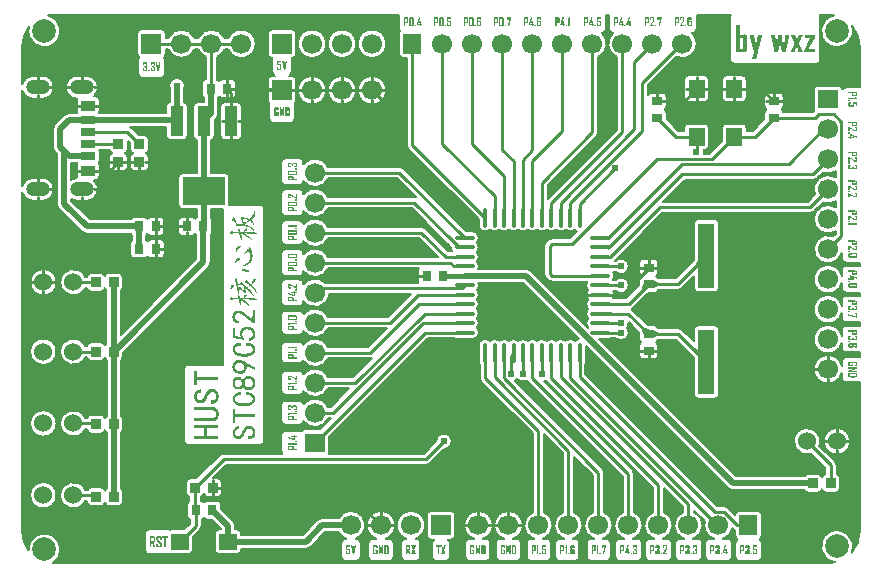
<source format=gtl>
G04 Layer: TopLayer*
G04 EasyEDA Pro v2.2.27.1, 2024-09-16 12:01:29*
G04 Gerber Generator version 0.3*
G04 Scale: 100 percent, Rotated: No, Reflected: No*
G04 Dimensions in millimeters*
G04 Leading zeros omitted, absolute positions, 3 integers and 5 decimals*
%FSLAX35Y35*%
%MOMM*%
%ADD10C,0.2032*%
%ADD11C,0.254*%
%ADD12R,0.8X0.9*%
%ADD13C,1.7*%
%ADD14R,1.7X1.5748*%
%ADD15R,1.5748X1.7*%
%ADD16R,1.7X1.5748*%
%ADD17R,1.5748X1.7*%
%ADD18R,1.7X1.7*%
%ADD19R,0.8688X0.80648*%
%ADD20R,0.86401X0.80648*%
%ADD21O,0.41999X1.67*%
%ADD22O,1.67X0.41999*%
%ADD23R,1.1X2.49999*%
%ADD24R,3.59999X2.34*%
%ADD25R,1.2X0.7*%
%ADD26R,1.2X0.8*%
%ADD27R,1.2X0.9*%
%ADD28O,2.0X1.25001*%
%ADD29R,1.7X1.7*%
%ADD30R,0.9X0.8*%
%ADD31R,0.9X0.8*%
%ADD32R,0.8X0.9*%
%ADD33C,1.524*%
%ADD34R,0.80648X0.86401*%
%ADD35R,0.80648X0.86401*%
%ADD36R,1.35999X1.52999*%
%ADD37R,1.52999X1.35999*%
%ADD38R,1.4X5.49999*%
%ADD39C,0.61*%
%ADD40C,2.0*%
%ADD41C,0.5*%
%ADD42C,0.42*%
G75*


G04 Copper Start*
G36*
G01X54864Y-1488342D02*
G01X54864Y-683358D01*
G03X148645Y-752161I93781J29512D01*
G01X223643Y-752161D01*
G03X223643Y-555532I0J98315D01*
G01X148645Y-555532D01*
G03X54864Y-624335I0J-98315D01*
G01X54864Y-306349D01*
G02X112231Y-141972I264185J0D01*
G03X312709Y-295789I130569J-37377D01*
G03X271189Y-46535I-69909J116440D01*
G02X319049Y-42164I47861J-259814D01*
G01X3247136Y-42164D01*
G01X3247136Y-158750D01*
G03X3252750Y-178000I35814J0D01*
G03X3244596Y-200750I27660J-22750D01*
G01X3244596Y-370750D01*
G03X3280410Y-406564I35814J0D01*
G01X3310636Y-406564D01*
G01X3310636Y-1140943D01*
G03X3324845Y-1175247I48514J0D01*
G01X3918337Y-1768739D01*
G01X3918337Y-1819444D01*
G03X4015156Y-1859785I56813J0D01*
G03X4095153Y-1859797I40005J40341D01*
G03X4175150Y-1859785I39992J40353D01*
G03X4255148Y-1859797I40005J40341D01*
G03X4335145Y-1859785I39992J40353D01*
G03X4415155Y-1859785I40005J40341D01*
G03X4495152Y-1859797I40005J40341D01*
G03X4575150Y-1859785I39992J40353D01*
G03X4655147Y-1859797I40005J40341D01*
G03X4735144Y-1859785I39992J40353D01*
G03X4752670Y-1871621I40005J40341D01*
G01X4690515Y-1933775D01*
G01X4540250Y-1933775D01*
G03X4505945Y-1947985I0J-48514D01*
G01X4487985Y-1965945D01*
G03X4473775Y-2000250I34305J-34305D01*
G01X4473775Y-2232479D01*
G03X4487985Y-2266784I48514J0D01*
G01X4505945Y-2284745D01*
G03X4540250Y-2298954I34305J34305D01*
G01X4838872Y-2298954D01*
G03X4845815Y-2370455I47284J-31496D01*
G03X4845803Y-2450452I40341J-40005D01*
G03X4845815Y-2530450I40353J-39992D01*
G03X4845803Y-2610447I40341J-40005D01*
G03X4845815Y-2690444I40353J-39992D01*
G01X4845622Y-2690640D01*
G01X4362600Y-2207438D01*
G03X4319598Y-2189626I-43002J-43002D01*
G01X3917625Y-2189626D01*
G03X3904485Y-2130450I-53481J19171D01*
G03X3904497Y-2050453I-40341J40005D01*
G03X3904485Y-1970456I-40353J39992D01*
G03X3864144Y-1873637I-40341J40005D01*
G01X3813439Y-1873637D01*
G01X3283447Y-1343645D01*
G03X3249143Y-1329436I-34305J-34305D01*
G01X2644295Y-1329436D01*
G03X2436114Y-1306657I-110645J-48514D01*
G01X2436114Y-1291436D01*
G03X2400300Y-1255622I-35814J0D01*
G01X2283633Y-1255622D01*
G03X2247819Y-1291436I0J-35814D01*
G01X2247819Y-1447800D01*
G03X2283633Y-1483614I35814J0D01*
G01X2400300Y-1483614D01*
G03X2436086Y-1449205I0J35814D01*
G03X2644295Y-1426464I97564J71255D01*
G01X3229047Y-1426464D01*
G01X3389245Y-1586662D01*
G03X3371850Y-1583436I-17395J-45288D01*
G01X2644295Y-1583436D01*
G03X2436114Y-1560657I-110645J-48514D01*
G01X2436114Y-1554223D01*
G03X2400300Y-1518409I-35814J0D01*
G01X2283633Y-1518409D01*
G03X2247819Y-1554223I0J-35814D01*
G01X2247819Y-1709374D01*
G03X2283633Y-1745188I35814J0D01*
G01X2400300Y-1745188D01*
G03X2436114Y-1709374I0J35814D01*
G01X2436114Y-1703243D01*
G03X2644295Y-1680464I97536J71293D01*
G01X3351755Y-1680464D01*
G01X3652598Y-1981308D01*
G03X3655939Y-1985010I37645J30602D01*
G01X3682337Y-2011409D01*
G03X3691842Y-2041931I56806J948D01*
G01X3659941Y-2041931D01*
G01X3469655Y-1851645D01*
G03X3435350Y-1837436I-34305J-34305D01*
G01X2644295Y-1837436D01*
G03X2435981Y-1814839I-110645J-48514D01*
G03X2400300Y-1782106I-35681J-3081D01*
G01X2283633Y-1782106D01*
G03X2247819Y-1817920I0J-35814D01*
G01X2247819Y-1952465D01*
G03X2283633Y-1988279I35814J0D01*
G01X2400300Y-1988279D01*
G03X2435842Y-1956870I0J35814D01*
G03X2644295Y-1934464I97808J70920D01*
G01X3415255Y-1934464D01*
G01X3572227Y-2091436D01*
G01X2644295Y-2091436D01*
G03X2436114Y-2068657I-110645J-48514D01*
G01X2436114Y-2060708D01*
G03X2400300Y-2024894I-35814J0D01*
G01X2283633Y-2024894D01*
G03X2247819Y-2060708I0J-35814D01*
G01X2247819Y-2218283D01*
G03X2283633Y-2254097I35814J0D01*
G01X2400300Y-2254097D01*
G03X2436114Y-2218283I0J35814D01*
G01X2436114Y-2211243D01*
G03X2644295Y-2188464I97536J71293D01*
G01X3410483Y-2188464D01*
G03X3403834Y-2209250I29165J-20786D01*
G01X3403834Y-2299250D01*
G03X3404758Y-2307336I35814J0D01*
G01X2617876Y-2307336D01*
G03X2436114Y-2322657I-84226J-86614D01*
G01X2436114Y-2316980D01*
G03X2400300Y-2281166I-35814J0D01*
G01X2283633Y-2281166D01*
G03X2247819Y-2316980I0J-35814D01*
G01X2247819Y-2470920D01*
G03X2283633Y-2506734I35814J0D01*
G01X2400300Y-2506734D01*
G03X2436114Y-2470920I0J35814D01*
G01X2436114Y-2465243D01*
G03X2654014Y-2404364I97536J71293D01*
G01X3343627Y-2404364D01*
G01X3148555Y-2599436D01*
G01X2644295Y-2599436D01*
G03X2435969Y-2576855I-110645J-48514D01*
G03X2400300Y-2544257I-35669J-3216D01*
G01X2283633Y-2544257D01*
G03X2247819Y-2580071I0J-35814D01*
G01X2247819Y-2714617D01*
G03X2283633Y-2750431I35814J0D01*
G01X2400300Y-2750431D01*
G03X2435858Y-2718892I0J35814D01*
G03X2644295Y-2696464I97792J70942D01*
G01X3140427Y-2696464D01*
G01X2983455Y-2853436D01*
G01X2644295Y-2853436D01*
G03X2434113Y-2833479I-110645J-48514D01*
G03X2400300Y-2809469I-33813J-11804D01*
G01X2283633Y-2809469D01*
G03X2247819Y-2845283I0J-35814D01*
G01X2247819Y-2956799D01*
G03X2283633Y-2992613I35814J0D01*
G01X2400300Y-2992613D01*
G03X2433677Y-2969784I0J35814D01*
G03X2644295Y-2950464I99973J67834D01*
G01X3003550Y-2950464D01*
G03X3014733Y-2949157I0J48514D01*
G01X2856455Y-3107436D01*
G01X2644295Y-3107436D01*
G03X2435809Y-3085076I-110645J-48514D01*
G03X2400300Y-3053924I-35509J-4662D01*
G01X2283633Y-3053924D01*
G03X2247819Y-3089738I0J-35814D01*
G01X2247819Y-3221859D01*
G03X2283633Y-3257673I35814J0D01*
G01X2400300Y-3257673D01*
G03X2435775Y-3226777I0J35814D01*
G03X2644295Y-3204464I97875J70827D01*
G01X2822927Y-3204464D01*
G01X2665955Y-3361436D01*
G01X2644295Y-3361436D01*
G03X2435873Y-3338987I-110645J-48514D01*
G03X2400300Y-3307318I-35573J-4145D01*
G01X2283633Y-3307318D01*
G03X2247819Y-3343132I0J-35814D01*
G01X2247819Y-3476465D01*
G03X2283633Y-3512279I35814J0D01*
G01X2400300Y-3512279D01*
G03X2435842Y-3480870I0J35814D01*
G03X2644295Y-3458464I97808J70920D01*
G01X2670527Y-3458464D01*
G01X2579595Y-3549396D01*
G01X2448650Y-3549396D01*
G03X2417900Y-3566850I0J-35814D01*
G03X2400300Y-3562227I-17600J-31191D01*
G01X2283633Y-3562227D01*
G03X2247819Y-3598041I0J-35814D01*
G01X2247819Y-3731374D01*
G03X2256837Y-3755136I35814J0D01*
G01X1759814Y-3755136D01*
G03X1725509Y-3769345I0J-48514D01*
G01X1528919Y-3965936D01*
G01X1478190Y-3965936D01*
G03X1442376Y-4001750I0J-35814D01*
G01X1442376Y-4088150D01*
G03X1470000Y-4123015I35814J0D01*
G01X1470000Y-4157757D01*
G03X1448808Y-4190450I14623J-32693D01*
G01X1448808Y-4280450D01*
G03X1476108Y-4315237I35814J0D01*
G01X1476108Y-4347778D01*
G01X1425550Y-4398336D01*
G01X1313845Y-4398336D01*
G03X1302900Y-4400050I0J-35814D01*
G03X1287391Y-4396518I-15509J-32282D01*
G01X1130300Y-4396518D01*
G03X1094486Y-4432332I0J-35814D01*
G01X1094486Y-4572332D01*
G03X1130300Y-4608146I35814J0D01*
G01X1287391Y-4608146D01*
G03X1303353Y-4604392I0J35814D01*
G03X1313845Y-4605964I10493J34242D01*
G01X1466845Y-4605964D01*
G03X1502659Y-4570150I0J35814D01*
G01X1502659Y-4458445D01*
G01X1558927Y-4402177D01*
G03X1573136Y-4367873I-34305J34305D01*
G01X1573136Y-4315237D01*
G03X1594625Y-4300007I-8514J34787D01*
G03X1624627Y-4316264I30002J19557D01*
G01X1659437Y-4316264D01*
G01X1736541Y-4393368D01*
G01X1736541Y-4398336D01*
G01X1720855Y-4398336D01*
G03X1685041Y-4434150I0J-35814D01*
G01X1685041Y-4570150D01*
G03X1720855Y-4605964I35814J0D01*
G01X1873855Y-4605964D01*
G03X1909669Y-4570150I0J35814D01*
G01X1909669Y-4562964D01*
G01X2457450Y-4562964D01*
G03X2500452Y-4545152I0J60814D01*
G01X2622340Y-4423264D01*
G01X2734058Y-4423264D01*
G03X2799081Y-4476669I104392J60814D01*
G01X2792541Y-4476669D01*
G03X2756727Y-4512483I0J-35814D01*
G01X2756727Y-4629150D01*
G03X2792541Y-4664964I35814J0D01*
G01X2883450Y-4664964D01*
G03X2919264Y-4629150I0J35814D01*
G01X2919264Y-4512483D01*
G03X2883450Y-4476669I-35814J0D01*
G01X2877819Y-4476669D01*
G03X2931810Y-4285770I-39369J114219D01*
G03X2734058Y-4301636I-93360J-76680D01*
G01X2597150Y-4301636D01*
G03X2554148Y-4319448I0J-60814D01*
G01X2432260Y-4441336D01*
G01X1909669Y-4441336D01*
G01X1909669Y-4434150D01*
G03X1873855Y-4398336I-35814J0D01*
G01X1858169Y-4398336D01*
G01X1858169Y-4368178D01*
G03X1840357Y-4325176I-60814J0D01*
G01X1740441Y-4225260D01*
G01X1740441Y-4190450D01*
G03X1704627Y-4154636I-35814J0D01*
G01X1624627Y-4154636D01*
G03X1594625Y-4170893I0J-35814D01*
G03X1567028Y-4154717I-30002J-19557D01*
G01X1567028Y-4123015D01*
G03X1593850Y-4095684I-8190J34865D01*
G03X1628863Y-4123964I35013J7534D01*
G01X1709510Y-4123964D01*
G03X1745324Y-4088150I0J35814D01*
G01X1745324Y-4001750D01*
G03X1709510Y-3965936I-35814J0D01*
G01X1666137Y-3965936D01*
G01X1779909Y-3852164D01*
G01X3473450Y-3852164D01*
G03X3507755Y-3837955I0J48514D01*
G01X3628186Y-3717523D01*
G03X3672741Y-3604359I-2336J66273D01*
G03X3559577Y-3648914I-46891J-46891D01*
G01X3453355Y-3755136D01*
G01X2652232Y-3755136D01*
G03X2654464Y-3742690I-33582J12446D01*
G01X2654464Y-3611745D01*
G01X3487246Y-2778963D01*
G01X3709577Y-2778963D01*
G03X3739143Y-2787263I29566J48514D01*
G01X3864144Y-2787263D01*
G03X3904485Y-2690444I0J56813D01*
G03X3904497Y-2610447I-40341J40005D01*
G03X3904485Y-2530450I-40353J39992D01*
G03X3904497Y-2450452I-40341J40005D01*
G03X3904485Y-2370455I-40353J39992D01*
G03X3917616Y-2311254I-40341J40005D01*
G01X4294408Y-2311254D01*
G01X4768220Y-2785067D01*
G03X4735144Y-2801115I6929J-56389D01*
G03X4655147Y-2801103I-40005J-40341D01*
G03X4575150Y-2801115I-39992J-40353D01*
G03X4495152Y-2801103I-40005J-40341D01*
G03X4415155Y-2801115I-39992J-40353D01*
G03X4335145Y-2801115I-40005J-40341D01*
G03X4255148Y-2801103I-40005J-40341D01*
G03X4175150Y-2801115I-39992J-40353D01*
G03X4095153Y-2801103I-40005J-40341D01*
G03X4015156Y-2801115I-39992J-40353D01*
G03X3918337Y-2841456I-40005J-40341D01*
G01X3918337Y-2966457D01*
G03X3926637Y-2996023I56813J0D01*
G01X3926637Y-3111551D01*
G03X3940846Y-3145855I48514J0D01*
G01X4377436Y-3582445D01*
G01X4377436Y-4251805D01*
G03X4386581Y-4476669I48514J-110645D01*
G01X4362450Y-4476669D01*
G03X4326636Y-4512483I0J-35814D01*
G01X4326636Y-4629150D01*
G03X4362450Y-4664964I35814J0D01*
G01X4495783Y-4664964D01*
G03X4531597Y-4629150I0J35814D01*
G01X4531597Y-4512483D01*
G03X4495783Y-4476669I-35814J0D01*
G01X4465319Y-4476669D01*
G03X4474464Y-4251805I-39369J114219D01*
G01X4474464Y-3593062D01*
G01X4631436Y-3750034D01*
G01X4631436Y-4251805D01*
G03X4640581Y-4476669I48514J-110645D01*
G01X4603750Y-4476669D01*
G03X4567936Y-4512483I0J-35814D01*
G01X4567936Y-4629150D01*
G03X4603750Y-4664964I35814J0D01*
G01X4737083Y-4664964D01*
G03X4772897Y-4629150I0J35814D01*
G01X4772897Y-4512483D01*
G03X4737083Y-4476669I-35814J0D01*
G01X4719319Y-4476669D01*
G03X4728464Y-4251805I-39369J114219D01*
G01X4728464Y-3781073D01*
G01X4885436Y-3938045D01*
G01X4885436Y-4251805D01*
G03X4894581Y-4476669I48514J-110645D01*
G01X4870450Y-4476669D01*
G03X4834636Y-4512483I0J-35814D01*
G01X4834636Y-4629150D01*
G03X4870450Y-4664964I35814J0D01*
G01X5001359Y-4664964D01*
G03X5037173Y-4629150I0J35814D01*
G01X5037173Y-4512483D01*
G03X5001359Y-4476669I-35814J0D01*
G01X4973319Y-4476669D01*
G03X4982464Y-4251805I-39369J114219D01*
G01X4982464Y-3917950D01*
G03X4968255Y-3883645I-48514J0D01*
G01X4223515Y-3138906D01*
G03X4244343Y-3122379I-29969J59156D01*
G03X4330180Y-3136051I50797J42629D01*
G03X4340845Y-3152155I44970J18201D01*
G01X5139436Y-3950745D01*
G01X5139436Y-4251805D01*
G03X5148581Y-4476669I48514J-110645D01*
G01X5111750Y-4476669D01*
G03X5075936Y-4512483I0J-35814D01*
G01X5075936Y-4629150D01*
G03X5111750Y-4664964I35814J0D01*
G01X5266902Y-4664964D01*
G03X5302716Y-4629150I0J35814D01*
G01X5302716Y-4512483D01*
G03X5266902Y-4476669I-35814J0D01*
G01X5227319Y-4476669D01*
G03X5236464Y-4251805I-39369J114219D01*
G01X5236464Y-3930650D01*
G03X5222255Y-3896345I-48514J0D01*
G01X4470237Y-3144327D01*
G03X4490179Y-3136063I-15077J64577D01*
G03X4500840Y-3152155I44965J18213D01*
G01X5393436Y-4044751D01*
G01X5393436Y-4251805D01*
G03X5402581Y-4476669I48514J-110645D01*
G01X5365750Y-4476669D01*
G03X5329936Y-4512483I0J-35814D01*
G01X5329936Y-4629150D01*
G03X5365750Y-4664964I35814J0D01*
G01X5519689Y-4664964D01*
G03X5555503Y-4629150I0J35814D01*
G01X5555503Y-4512483D01*
G03X5519689Y-4476669I-35814J0D01*
G01X5481319Y-4476669D01*
G03X5490464Y-4251805I-39369J114219D01*
G01X5490464Y-4047773D01*
G01X5647436Y-4204745D01*
G01X5647436Y-4251805D01*
G03X5656581Y-4476669I48514J-110645D01*
G01X5619750Y-4476669D01*
G03X5583936Y-4512483I0J-35814D01*
G01X5583936Y-4629150D01*
G03X5619750Y-4664964I35814J0D01*
G01X5776114Y-4664964D01*
G03X5811928Y-4629150I0J35814D01*
G01X5811928Y-4512483D01*
G03X5776114Y-4476669I-35814J0D01*
G01X5735319Y-4476669D01*
G03X5744464Y-4251805I-39369J114219D01*
G01X5744464Y-4238273D01*
G01X5834161Y-4327970D01*
G03X5842496Y-4417673I115789J-34480D01*
G03X5910581Y-4476669I107454J55223D01*
G01X5873750Y-4476669D01*
G03X5837936Y-4512483I0J-35814D01*
G01X5837936Y-4629150D01*
G03X5873750Y-4664964I35814J0D01*
G01X6028902Y-4664964D01*
G03X6064716Y-4629150I0J35814D01*
G01X6064716Y-4512483D01*
G03X6028902Y-4476669I-35814J0D01*
G01X5989319Y-4476669D01*
G03X6067763Y-4389208I-39369J114219D01*
G01X6075310Y-4396755D01*
G03X6089396Y-4406550I34305J34305D01*
G01X6089396Y-4447450D01*
G03X6111535Y-4480550I35814J0D01*
G03X6091936Y-4512483I16215J-31933D01*
G01X6091936Y-4629150D01*
G03X6127750Y-4664964I35814J0D01*
G01X6282902Y-4664964D01*
G03X6318716Y-4629150I0J35814D01*
G01X6318716Y-4512483D01*
G03X6297806Y-4479918I-35814J0D01*
G03X6318504Y-4447450I-15116J32468D01*
G01X6318504Y-4277450D01*
G03X6282690Y-4241636I-35814J0D01*
G01X6125210Y-4241636D01*
G03X6089582Y-4273808I0J-35814D01*
G01X6031019Y-4215245D01*
G03X5996715Y-4201036I-34305J-34305D01*
G01X5939644Y-4201036D01*
G01X4823663Y-3085055D01*
G01X4823663Y-2996023D01*
G03X4831963Y-2966457I-48514J29566D01*
G01X4831963Y-2848809D01*
G01X6033006Y-4049852D01*
G03X6076008Y-4067664I43002J43002D01*
G01X6679406Y-4067664D01*
G03X6710590Y-4085864I31183J17614D01*
G01X6791237Y-4085864D01*
G03X6826250Y-4057584I0J35814D01*
G03X6861263Y-4085864I35013J7534D01*
G01X6941910Y-4085864D01*
G03X6977724Y-4050050I0J35814D01*
G01X6977724Y-3963650D01*
G03X6950100Y-3928785I-35814J0D01*
G01X6950100Y-3853586D01*
G03X6935891Y-3819282I-48514J0D01*
G01X6804946Y-3688337D01*
G03X6620044Y-3572044I-105696J37087D01*
G03X6736337Y-3756946I79206J-79206D01*
G01X6853072Y-3873682D01*
G01X6853072Y-3928785D01*
G03X6826250Y-3956116I8190J-34865D01*
G03X6791237Y-3927836I-35013J-7534D01*
G01X6710590Y-3927836D01*
G03X6679406Y-3946036I0J-35814D01*
G01X6101198Y-3946036D01*
G01X4942424Y-2787263D01*
G01X5011157Y-2787263D01*
G03X5040723Y-2778963I0J56813D01*
G01X5079240Y-2778963D01*
G03X5168876Y-2779682I45210J48514D01*
G03X5177338Y-2690444I-44426J49233D01*
G03X5190457Y-2644061I-52888J40005D01*
G01X5272118Y-2725722D01*
G02X5277239Y-2742949I-26417J-17227D01*
G01X5277239Y-2783048D01*
G03X5293495Y-2813050I35814J0D01*
G03X5277239Y-2843052I19557J-30002D01*
G01X5277239Y-2923052D01*
G03X5313053Y-2958866I35814J0D01*
G01X5403052Y-2958866D01*
G03X5438866Y-2923052I0J35814D01*
G01X5438866Y-2843052D01*
G03X5422610Y-2813050I-35814J0D01*
G03X5437710Y-2792074I-19557J30002D01*
G02X5441152Y-2791562I3442J-11298D01*
G01X5590828Y-2791562D01*
G01X5733052Y-2933786D01*
G02X5742536Y-2948135I-30830J-30685D01*
G01X5742536Y-3255474D01*
G03X5778350Y-3291288I35814J0D01*
G01X5918350Y-3291288D01*
G03X5954164Y-3255474I0J35814D01*
G01X5954164Y-2705475D01*
G03X5918350Y-2669661I-35814J0D01*
G01X5778350Y-2669661D01*
G03X5742536Y-2705475I0J-35814D01*
G01X5742536Y-2806051D01*
G01X5645228Y-2708743D01*
G03X5610924Y-2694534I-34305J-34305D01*
G01X5441152Y-2694534D01*
G02X5437710Y-2694021I0J11811D01*
G03X5403052Y-2667234I-34658J-9027D01*
G01X5362954Y-2667234D01*
G02X5345727Y-2662113I0J31538D01*
G01X5219764Y-2536150D01*
G03X5214670Y-2531720I-34305J-34305D01*
G03X5223482Y-2524749I-25493J41276D01*
G01X5345727Y-2402504D01*
G02X5362954Y-2397383I17227J-26417D01*
G01X5403052Y-2397383D01*
G03X5437710Y-2370596I0J35814D01*
G02X5441152Y-2370083I3442J-11298D01*
G01X5607257Y-2370083D01*
G03X5641561Y-2355874I0J48514D01*
G01X5742536Y-2254899D01*
G01X5742536Y-2355475D01*
G03X5778350Y-2391289I35814J0D01*
G01X5918350Y-2391289D01*
G03X5954164Y-2355475I0J35814D01*
G01X5954164Y-1805476D01*
G03X5918350Y-1769662I-35814J0D01*
G01X5778350Y-1769662D01*
G03X5742536Y-1805476I0J-35814D01*
G01X5742536Y-2112815D01*
G02X5733052Y-2127164I-40314J16335D01*
G01X5587162Y-2273055D01*
G01X5441152Y-2273055D01*
G02X5437710Y-2272542I0J11811D01*
G03X5422610Y-2251567I-34658J-9027D01*
G03X5438866Y-2221564I-19557J30002D01*
G01X5438866Y-2141564D01*
G03X5403052Y-2105750I-35814J0D01*
G01X5313053Y-2105750D01*
G03X5277239Y-2141564I0J-35814D01*
G01X5277239Y-2221564D01*
G03X5293495Y-2251567I35814J0D01*
G03X5277239Y-2281569I19557J-30002D01*
G01X5277239Y-2321668D01*
G02X5272118Y-2338894I-31538J0D01*
G01X5169082Y-2441931D01*
G01X5058458Y-2441931D01*
G03X5058441Y-2378964I-47301J31471D01*
G01X5079240Y-2378964D01*
G03X5190764Y-2330450I45210J48514D01*
G03X5079240Y-2281936I-66314J0D01*
G01X5058441Y-2281936D01*
G03X5058458Y-2218969I-47284J31496D01*
G01X5079240Y-2218969D01*
G03X5190764Y-2170455I45210J48514D01*
G03X5079240Y-2121941I-66314J0D01*
G01X5071368Y-2121941D01*
G01X5474745Y-1718564D01*
G01X6724650Y-1718564D01*
G03X6758955Y-1704355I0J48514D01*
G01X6833117Y-1630193D01*
G03X6888503Y-1637920I43933J112543D01*
G03X6941436Y-1619877I-11453J120270D01*
G01X6941436Y-1669423D01*
G03X6756236Y-1771650I-64386J-102227D01*
G03X6941436Y-1873877I120814J0D01*
G01X6941436Y-1892655D01*
G01X6920983Y-1913107D01*
G03X6769321Y-2080334I-43933J-112543D01*
G03X6993829Y-2056614I107729J54684D01*
G01X6993829Y-2102043D01*
G03X7029643Y-2137857I35814J0D01*
G01X7146036Y-2137857D01*
G01X7146036Y-2165077D01*
G01X7029643Y-2165077D01*
G03X6993829Y-2200891I0J-35814D01*
G01X6993829Y-2248686D01*
G03X6756236Y-2279650I-116779J-30964D01*
G03X6993829Y-2310614I120814J0D01*
G01X6993829Y-2357255D01*
G03X7029643Y-2393069I35814J0D01*
G01X7146036Y-2393069D01*
G01X7146036Y-2419077D01*
G01X7029643Y-2419077D01*
G03X6993829Y-2454891I0J-35814D01*
G01X6993829Y-2502686D01*
G03X6756236Y-2533650I-116779J-30964D01*
G03X6993829Y-2564614I120814J0D01*
G01X6993829Y-2607618D01*
G03X7029643Y-2643432I35814J0D01*
G01X7146036Y-2643432D01*
G01X7146036Y-2671642D01*
G01X7029643Y-2671642D01*
G03X6993829Y-2707456I0J-35814D01*
G01X6993829Y-2756686D01*
G03X6756236Y-2787650I-116779J-30964D01*
G03X6993829Y-2818614I120814J0D01*
G01X6993829Y-2863820D01*
G03X7029643Y-2899634I35814J0D01*
G01X7146036Y-2899634D01*
G01X7146036Y-2938342D01*
G01X7029643Y-2938342D01*
G03X6993829Y-2974156I0J-35814D01*
G01X6993829Y-3010686D01*
G03X6756236Y-3041650I-116779J-30964D01*
G03X6993829Y-3072614I120814J0D01*
G01X6993829Y-3115974D01*
G03X7029643Y-3151788I35814J0D01*
G01X7146036Y-3151788D01*
G01X7146036Y-4418051D01*
G02X7077075Y-4596044I-264185J0D01*
G03X6884734Y-4422985I-123825J55794D01*
G03X6941059Y-4675516I68516J-117265D01*
G02X6881851Y-4682236I-59208J257465D01*
G01X319049Y-4682236D01*
G02X315056Y-4682206I0J264185D01*
G03X304619Y-4446279I-72256J114998D01*
G03X107270Y-4575985I-61819J-120929D01*
G02X54864Y-4418051I211779J157935D01*
G01X54864Y-1547365D01*
G03X148645Y-1616168I93781J29512D01*
G01X223643Y-1616168D01*
G03X223643Y-1419539I0J98315D01*
G01X148645Y-1419539D01*
G03X54864Y-1488342I0J-98315D01*
G37*
%LPC*%
G36*
G01X345504Y-2892764D02*
G03X121476Y-2892764I-112014J0D01*
G03X345504Y-2892764I112014J0D01*
G37*
G36*
G01X345504Y-3500607D02*
G03X121476Y-3500607I-112014J0D01*
G03X345504Y-3500607I112014J0D01*
G37*
G36*
G01X345504Y-4108450D02*
G03X121476Y-4108450I-112014J0D01*
G03X345504Y-4108450I112014J0D01*
G37*
G36*
G01X346964Y-2305050D02*
G03X122936Y-2305050I-112014J0D01*
G03X346964Y-2305050I112014J0D01*
G37*
G36*
G01X347597Y-1640311D02*
G03X365409Y-1683313I60814J0D01*
G01X557532Y-1875436D01*
G03X600534Y-1893248I43002J43002D01*
G01X971553Y-1893248D01*
G03X982872Y-1906578I32133J15814D01*
G01X982872Y-1949493D01*
G03X968825Y-1977934I21767J-28440D01*
G01X968825Y-2067934D01*
G03X1004639Y-2103748I35814J0D01*
G01X1084638Y-2103748D01*
G03X1114641Y-2087491I0J35814D01*
G03X1144643Y-2103748I30002J19557D01*
G01X1224643Y-2103748D01*
G03X1260457Y-2067934I0J35814D01*
G01X1260457Y-1977934D01*
G03X1224643Y-1942120I-35814J0D01*
G01X1144643Y-1942120D01*
G03X1114641Y-1958376I0J-35814D01*
G03X1104500Y-1948132I-30002J-19557D01*
G01X1104500Y-1906578D01*
G03X1113688Y-1896991I-20814J29145D01*
G03X1143691Y-1913248I30002J19557D01*
G01X1223691Y-1913248D01*
G03X1259505Y-1877434I0J35814D01*
G01X1259505Y-1787434D01*
G03X1223691Y-1751620I-35814J0D01*
G01X1143691Y-1751620D01*
G03X1113688Y-1767876I0J-35814D01*
G03X1083686Y-1751620I-30002J-19557D01*
G01X1003686Y-1751620D01*
G03X971553Y-1771620I0J-35814D01*
G01X625724Y-1771620D01*
G01X469225Y-1615121D01*
G01X469225Y-1599729D01*
G03X523650Y-1616168I54425J81876D01*
G01X598649Y-1616168D01*
G03X660792Y-1441670I0J98315D01*
G01X673956Y-1441670D01*
G03X709770Y-1405856I0J35814D01*
G01X709770Y-1315856D01*
G03X704311Y-1296850I-35814J0D01*
G03X709770Y-1277844I-30355J19006D01*
G01X709770Y-1197844D01*
G03X707765Y-1186028I-35814J0D01*
G01X791885Y-1186028D01*
G03X819216Y-1212850I34865J8190D01*
G03X790936Y-1247863I7534J-35013D01*
G01X790936Y-1328510D01*
G03X826750Y-1364324I35814J0D01*
G01X913150Y-1364324D01*
G03X948964Y-1328510I0J35814D01*
G01X948964Y-1247863D01*
G03X920684Y-1212850I-35814J0D01*
G03X948964Y-1177837I-7534J35013D01*
G01X948964Y-1107337D01*
G01X968736Y-1127108D01*
G01X968736Y-1177837D01*
G03X997016Y-1212850I35814J0D01*
G03X968736Y-1247863I7534J-35013D01*
G01X968736Y-1328510D01*
G03X1004550Y-1364324I35814J0D01*
G01X1090950Y-1364324D01*
G03X1126764Y-1328510I0J35814D01*
G01X1126764Y-1247863D01*
G03X1098484Y-1212850I-35814J0D01*
G03X1126764Y-1177837I-7534J35013D01*
G01X1126764Y-1097190D01*
G03X1090950Y-1061376I-35814J0D01*
G01X1040221Y-1061376D01*
G01X980404Y-1001558D01*
G03X971727Y-994670I-34305J-34305D01*
G01X1273039Y-994670D01*
G01X1273039Y-1066255D01*
G03X1308853Y-1102069I35814J0D01*
G01X1418853Y-1102069D01*
G03X1454667Y-1066255I0J35814D01*
G01X1454667Y-816256D01*
G03X1426064Y-781175I-35814J0D01*
G01X1426064Y-667793D01*
G03X1365250Y-575036I-60814J26443D01*
G03X1304436Y-667793I0J-66314D01*
G01X1304436Y-780715D01*
G03X1273039Y-816256I4417J-35541D01*
G01X1273039Y-873042D01*
G01X705370Y-873042D01*
G03X709770Y-855844I-31414J17198D01*
G01X709770Y-765844D01*
G03X673956Y-730030I-35814J0D01*
G01X660792Y-730030D01*
G03X598649Y-555532I-62144J76183D01*
G01X523650Y-555532D01*
G03X520875Y-752122I0J-98315D01*
G03X518142Y-765844I33081J-13722D01*
G01X518142Y-855844D01*
G03X522542Y-873042I35814J0D01*
G01X450444Y-873042D01*
G03X407442Y-890854I0J-60814D01*
G01X331648Y-966648D01*
G03X313836Y-1009650I43002J-43002D01*
G01X313836Y-1162050D01*
G03X331648Y-1205052I60814J0D01*
G01X347597Y-1221001D01*
G01X347597Y-1640311D01*
G37*
G36*
G01X768445Y-2821474D02*
G03X755650Y-2842030I22217J-28090D01*
G03X720637Y-2813750I-35013J-7534D01*
G01X639990Y-2813750D01*
G03X604572Y-2844250I0J-35814D01*
G01X588453Y-2844250D01*
G03X375476Y-2892764I-100963J-48514D01*
G03X588453Y-2941278I112014J0D01*
G01X604572Y-2941278D01*
G03X639990Y-2971779I35418J5314D01*
G01X720637Y-2971779D01*
G03X755650Y-2943498I0J35814D01*
G03X770172Y-2965338I35013J7534D01*
G01X770172Y-3434383D01*
G03X755650Y-3456223I20490J-29373D01*
G03X720637Y-3427943I-35013J-7534D01*
G01X639990Y-3427943D01*
G03X606128Y-3452093I0J-35814D01*
G01X588453Y-3452093D01*
G03X375476Y-3500607I-100963J-48514D01*
G03X588453Y-3549121I112014J0D01*
G01X604176Y-3549121D01*
G01X604176Y-3550157D01*
G03X639990Y-3585971I35814J0D01*
G01X720637Y-3585971D01*
G03X755650Y-3557691I0J35814D01*
G03X770172Y-3579531I35013J7534D01*
G01X770172Y-4048576D01*
G03X755650Y-4070416I20490J-29373D01*
G03X720637Y-4042136I-35013J-7534D01*
G01X639990Y-4042136D01*
G03X609036Y-4059936I0J-35814D01*
G01X588453Y-4059936D01*
G03X375476Y-4108450I-100963J-48514D01*
G03X588453Y-4156964I112014J0D01*
G01X604176Y-4156964D01*
G01X604176Y-4164350D01*
G03X639990Y-4200164I35814J0D01*
G01X720637Y-4200164D01*
G03X755650Y-4171884I0J35814D01*
G03X790663Y-4200164I35013J7534D01*
G01X871310Y-4200164D01*
G03X907124Y-4164350I0J35814D01*
G01X907124Y-4077950D01*
G03X891800Y-4048576I-35814J0D01*
G01X891800Y-3579531D01*
G03X907124Y-3550157I-20490J29373D01*
G01X907124Y-3463757D01*
G03X891800Y-3434383I-35814J0D01*
G01X891800Y-2965338D01*
G03X907124Y-2935965I-20490J29373D01*
G01X907124Y-2902630D01*
G01X1632750Y-2177005D01*
G03X1650562Y-2134003I-43002J43002D01*
G01X1650562Y-1906578D01*
G03X1665562Y-1877434I-20814J29145D01*
G01X1665562Y-1787434D01*
G03X1654664Y-1761708I-35814J0D01*
G01X1654664Y-1688061D01*
G01X1754286Y-1688061D01*
G01X1754286Y-3003084D01*
G01X1460500Y-3003084D01*
G03X1424686Y-3038898I0J-35814D01*
G01X1424686Y-3648498D01*
G03X1460500Y-3684312I35814J0D01*
G01X1765300Y-3684312D01*
G03X1782517Y-3679902I0J35814D01*
G03X1790100Y-3680714I7583J35002D01*
G01X2070100Y-3680714D01*
G03X2105914Y-3644900I0J35814D01*
G01X2105914Y-1683203D01*
G03X2070100Y-1647389I-35814J0D01*
G01X1809664Y-1647389D01*
G01X1809664Y-1418247D01*
G03X1773850Y-1382433I-35814J0D01*
G01X1654664Y-1382433D01*
G01X1654664Y-1101594D01*
G03X1684664Y-1066255I-5814J35339D01*
G01X1684664Y-934803D01*
G03X1711662Y-884258I-33816J50545D01*
G01X1711662Y-740895D01*
G03X1720850Y-731307I-20814J29145D01*
G03X1750852Y-747564I30002J19557D01*
G01X1830852Y-747564D01*
G03X1866666Y-711750I0J35814D01*
G01X1866666Y-621750D01*
G03X1830852Y-585936I-35814J0D01*
G01X1750852Y-585936D01*
G03X1720850Y-602193I0J-35814D01*
G03X1705864Y-589236I-30002J-19557D01*
G01X1705864Y-396395D01*
G03X1767995Y-334264I-48514J110645D01*
G01X1800705Y-334264D01*
G03X2032164Y-285750I110645J48514D01*
G03X1800705Y-237236I-120814J0D01*
G01X1767995Y-237236D01*
G03X1546705Y-237236I-110645J-48514D01*
G01X1513995Y-237236D01*
G03X1292705Y-237236I-110645J-48514D01*
G01X1270164Y-237236D01*
G01X1270164Y-200750D01*
G03X1234350Y-164936I-35814J0D01*
G01X1064350Y-164936D01*
G03X1028536Y-200750I0J-35814D01*
G01X1028536Y-370750D01*
G03X1045029Y-400905I35814J0D01*
G03X1037336Y-423083I28121J-22178D01*
G01X1037336Y-539750D01*
G03X1073150Y-575564I35814J0D01*
G01X1228302Y-575564D01*
G03X1264116Y-539750I0J35814D01*
G01X1264116Y-423083D01*
G03X1255430Y-399702I-35814J0D01*
G03X1270164Y-370750I-21081J28953D01*
G01X1270164Y-334264D01*
G01X1292705Y-334264D01*
G03X1513995Y-334264I110645J48514D01*
G01X1546705Y-334264D01*
G03X1608836Y-396395I110645J48514D01*
G01X1608836Y-585993D01*
G03X1575034Y-621750I2012J-35757D01*
G01X1575034Y-711750D01*
G03X1590034Y-740895I35814J0D01*
G01X1590034Y-780442D01*
G01X1538850Y-780442D01*
G03X1503036Y-816256I0J-35814D01*
G01X1503036Y-1066255D01*
G03X1533036Y-1101594I35814J0D01*
G01X1533036Y-1382433D01*
G01X1413850Y-1382433D01*
G03X1378036Y-1418247I0J-35814D01*
G01X1378036Y-1652247D01*
G03X1413850Y-1688061I35814J0D01*
G01X1533036Y-1688061D01*
G01X1533036Y-1755758D01*
G03X1519746Y-1767876I16712J-31676D01*
G03X1489743Y-1751620I-30002J-19557D01*
G01X1409743Y-1751620D01*
G03X1373929Y-1787434I0J-35814D01*
G01X1373929Y-1877434D01*
G03X1409743Y-1913248I35814J0D01*
G01X1489743Y-1913248D01*
G03X1519746Y-1896991I0J35814D01*
G03X1528934Y-1906578I30002J19557D01*
G01X1528934Y-2108813D01*
G01X890073Y-2747674D01*
G01X890073Y-2377624D01*
G03X905397Y-2348250I-20490J29373D01*
G01X905397Y-2261850D01*
G03X869583Y-2226036I-35814J0D01*
G01X788935Y-2226036D01*
G03X753923Y-2254316I0J-35814D01*
G03X718910Y-2226036I-35013J-7534D01*
G01X638263Y-2226036D01*
G03X602845Y-2256536I0J-35814D01*
G01X589913Y-2256536D01*
G03X376936Y-2305050I-100963J-48514D01*
G03X589913Y-2353564I112014J0D01*
G01X602845Y-2353564D01*
G03X638263Y-2384064I35418J5314D01*
G01X718910Y-2384064D01*
G03X753923Y-2355784I0J35814D01*
G03X768445Y-2377624I35013J7534D01*
G01X768445Y-2821474D01*
G37*
G36*
G01X1878847Y-1102069D02*
G03X1914661Y-1066255I0J35814D01*
G01X1914661Y-816256D01*
G03X1878847Y-780442I-35814J0D01*
G01X1768847Y-780442D01*
G03X1733033Y-816256I0J-35814D01*
G01X1733033Y-1066255D01*
G03X1768847Y-1102069I35814J0D01*
G01X1878847Y-1102069D01*
G37*
G36*
G01X2173027Y-410383D02*
G01X2173027Y-527050D01*
G03X2191961Y-558636I35814J0D01*
G01X2169751Y-558636D01*
G03X2133937Y-594450I0J-35814D01*
G01X2133937Y-764450D01*
G03X2149483Y-793977I35814J0D01*
G03X2148027Y-804083I34359J-10106D01*
G01X2148027Y-920750D01*
G03X2183841Y-956564I35814J0D01*
G01X2325659Y-956564D01*
G03X2361473Y-920750I0J35814D01*
G01X2361473Y-804083D01*
G03X2360018Y-793977I-35814J0D01*
G03X2375564Y-764450I-20268J29527D01*
G01X2375564Y-594450D01*
G03X2339750Y-558636I-35814J0D01*
G01X2316631Y-558636D01*
G03X2335565Y-527050I-16881J31586D01*
G01X2335565Y-410383D01*
G03X2335360Y-406564I-35814J0D01*
G01X2339750Y-406564D01*
G03X2375564Y-370750I0J35814D01*
G01X2375564Y-200750D01*
G03X2339750Y-164936I-35814J0D01*
G01X2169751Y-164936D01*
G03X2133937Y-200750I0J-35814D01*
G01X2133937Y-370750D01*
G03X2169751Y-406564I35814J0D01*
G01X2173232Y-406564D01*
G03X2173027Y-410383I35610J-3819D01*
G37*
G36*
G01X2387937Y-285750D02*
G03X2629564Y-285750I120814J0D01*
G03X2387937Y-285750I-120814J0D01*
G37*
G36*
G01X2387937Y-679450D02*
G03X2629564Y-679450I120814J0D01*
G03X2387937Y-679450I-120814J0D01*
G37*
G36*
G01X2641937Y-285750D02*
G03X2883564Y-285750I120814J0D01*
G03X2641937Y-285750I-120814J0D01*
G37*
G36*
G01X2641937Y-679450D02*
G03X2883564Y-679450I120814J0D01*
G03X2641937Y-679450I-120814J0D01*
G37*
G36*
G01X2895937Y-285750D02*
G03X3137564Y-285750I120814J0D01*
G03X2895937Y-285750I-120814J0D01*
G37*
G36*
G01X2895937Y-679450D02*
G03X3137564Y-679450I120814J0D01*
G03X2895937Y-679450I-120814J0D01*
G37*
G36*
G01X3021541Y-4476669D02*
G03X2985727Y-4512483I0J-35814D01*
G01X2985727Y-4629150D01*
G03X3021541Y-4664964I35814J0D01*
G01X3163359Y-4664964D01*
G03X3199173Y-4629150I0J35814D01*
G01X3199173Y-4512483D01*
G03X3163359Y-4476669I-35814J0D01*
G01X3131819Y-4476669D01*
G03X3092450Y-4241636I-39369J114219D01*
G03X3053081Y-4476669I0J-120814D01*
G01X3021541Y-4476669D01*
G37*
G36*
G01X3299935Y-4476669D02*
G03X3264121Y-4512483I0J-35814D01*
G01X3264121Y-4629150D01*
G03X3299935Y-4664964I35814J0D01*
G01X3390844Y-4664964D01*
G03X3426658Y-4629150I0J35814D01*
G01X3426658Y-4512483D01*
G03X3390844Y-4476669I-35814J0D01*
G01X3385819Y-4476669D01*
G03X3346450Y-4241636I-39369J114219D01*
G03X3307081Y-4476669I0J-120814D01*
G01X3299935Y-4476669D01*
G37*
G36*
G01X3523424Y-4512483D02*
G01X3523424Y-4629150D01*
G03X3559238Y-4664964I35814J0D01*
G01X3642874Y-4664964D01*
G03X3678688Y-4629150I0J35814D01*
G01X3678688Y-4512483D01*
G03X3663584Y-4483264I-35814J0D01*
G01X3685450Y-4483264D01*
G03X3721264Y-4447450I0J35814D01*
G01X3721264Y-4277450D01*
G03X3685450Y-4241636I-35814J0D01*
G01X3515450Y-4241636D01*
G03X3479636Y-4277450I0J-35814D01*
G01X3479636Y-4447450D01*
G03X3515450Y-4483264I35814J0D01*
G01X3538529Y-4483264D01*
G03X3523424Y-4512483I20709J-29219D01*
G37*
G36*
G01X3841750Y-4476669D02*
G03X3805936Y-4512483I0J-35814D01*
G01X3805936Y-4629150D01*
G03X3841750Y-4664964I35814J0D01*
G01X3983568Y-4664964D01*
G03X4019382Y-4629150I0J35814D01*
G01X4019382Y-4512483D01*
G03X3983568Y-4476669I-35814J0D01*
G01X3957319Y-4476669D01*
G03X3917950Y-4241636I-39369J114219D01*
G03X3878581Y-4476669I0J-120814D01*
G01X3841750Y-4476669D01*
G37*
G36*
G01X4101041Y-4476669D02*
G03X4065227Y-4512483I0J-35814D01*
G01X4065227Y-4629150D01*
G03X4101041Y-4664964I35814J0D01*
G01X4242859Y-4664964D01*
G03X4278673Y-4629150I0J35814D01*
G01X4278673Y-4512483D01*
G03X4242859Y-4476669I-35814J0D01*
G01X4211319Y-4476669D01*
G03X4171950Y-4241636I-39369J114219D01*
G03X4132581Y-4476669I0J-120814D01*
G01X4101041Y-4476669D01*
G37*
G36*
G01X6841236Y-3651250D02*
G03X7065264Y-3651250I112014J0D01*
G03X6841236Y-3651250I-112014J0D01*
G37*
%LPD*%
G36*
G01X469225Y-1298658D02*
G01X522542Y-1298658D01*
G03X518142Y-1315856I31414J-17198D01*
G01X518142Y-1405856D01*
G03X520875Y-1419578I35814J0D01*
G03X469225Y-1435978I2775J-98275D01*
G01X469225Y-1298658D01*
G37*
G36*
G01X4996843Y-158750D02*
G01X4996843Y-42164D01*
G01X5023003Y-42164D01*
G01X5023003Y-158750D01*
G03X5057910Y-194553I35814J0D01*
G03X5088636Y-396395I79240J-91197D01*
G01X5088636Y-1014955D01*
G01X4503674Y-1599917D01*
G01X4503674Y-1483135D01*
G01X4917455Y-1069355D01*
G03X4931664Y-1035050I-34305J34305D01*
G01X4931664Y-396395D01*
G03X4962374Y-194539I-48514J110645D01*
G03X4996843Y-158750I-1346J35789D01*
G37*
G36*
G01X5765053Y-158750D02*
G01X5765053Y-42164D01*
G01X6054535Y-42164D01*
G03X6047486Y-63500I28765J-21336D01*
G01X6047486Y-419100D01*
G03X6083300Y-454914I35814J0D01*
G01X6777875Y-454914D01*
G03X6813689Y-419100I0J35814D01*
G01X6813689Y-63500D01*
G03X6806639Y-42164I-35814J0D01*
G01X6881851Y-42164D01*
G02X6927123Y-46072I0J-264185D01*
G03X6886693Y-297737I26127J-133277D01*
G03X7080695Y-132410I66557J118387D01*
G02X7146036Y-306349I-198844J-173940D01*
G01X7146036Y-653777D01*
G01X7029643Y-653777D01*
G03X6997692Y-673410I0J-35814D01*
G03X6962050Y-641096I-35643J-3500D01*
G01X6792050Y-641096D01*
G03X6756236Y-676910I0J-35814D01*
G01X6756236Y-834390D01*
G03X6761618Y-853272I35814J0D01*
G01X6748852Y-866038D01*
G01X6499637Y-866038D01*
G03X6484407Y-844550I-34787J-8514D01*
G03X6500664Y-814548I-19557J30002D01*
G01X6500664Y-734548D01*
G03X6464850Y-698734I-35814J0D01*
G01X6374850Y-698734D01*
G03X6339036Y-734548I0J-35814D01*
G01X6339036Y-814548D01*
G03X6355293Y-844550I35814J0D01*
G03X6339036Y-874552I19557J-30002D01*
G01X6339036Y-926757D01*
G01X6240852Y-1024941D01*
G01X6187868Y-1024941D01*
G01X6187868Y-996955D01*
G03X6152054Y-961141I-35814J0D01*
G01X6016055Y-961141D01*
G03X5980241Y-996955I0J-35814D01*
G01X5980241Y-1108659D01*
G01X5873765Y-1215136D01*
G01X5824049Y-1215136D01*
G03X5824186Y-1185769I-64599J14986D01*
G01X5832504Y-1185769D01*
G03X5868318Y-1149955I0J35814D01*
G01X5868318Y-996955D01*
G03X5832504Y-961141I-35814J0D01*
G01X5696504Y-961141D01*
G03X5660690Y-996955I0J-35814D01*
G01X5660690Y-1024941D01*
G01X5608248Y-1024941D01*
G01X5510064Y-926757D01*
G01X5510064Y-874552D01*
G03X5493807Y-844550I-35814J0D01*
G03X5510064Y-814548I-19557J30002D01*
G01X5510064Y-734548D01*
G03X5474250Y-698734I-35814J0D01*
G01X5384250Y-698734D01*
G03X5350764Y-721846I0J-35814D01*
G01X5350764Y-636045D01*
G01X5592380Y-394430D01*
G03X5745956Y-352339I52770J108680D01*
G03X5724403Y-194564I-100806J66589D01*
G01X5729239Y-194564D01*
G03X5765053Y-158750I0J35814D01*
G37*
%LPC*%
G36*
G01X5832504Y-778759D02*
G03X5868318Y-742945I0J35814D01*
G01X5868318Y-589945D01*
G03X5832504Y-554131I-35814J0D01*
G01X5696504Y-554131D01*
G03X5660690Y-589945I0J-35814D01*
G01X5660690Y-742945D01*
G03X5696504Y-778759I35814J0D01*
G01X5832504Y-778759D01*
G37*
G36*
G01X6152054Y-778759D02*
G03X6187868Y-742945I0J35814D01*
G01X6187868Y-589945D01*
G03X6152054Y-554131I-35814J0D01*
G01X6016055Y-554131D01*
G03X5980241Y-589945I0J-35814D01*
G01X5980241Y-742945D01*
G03X6016055Y-778759I35814J0D01*
G01X6152054Y-778759D01*
G37*
%LPD*%
G36*
G01X5665245Y-1439164D02*
G01X6750050Y-1439164D01*
G03X6784355Y-1424955I0J48514D01*
G01X6833117Y-1376193D01*
G03X6941436Y-1365877I43933J112543D01*
G01X6941436Y-1415423D01*
G03X6800105Y-1424508I-64386J-102227D01*
G03X6764507Y-1561583I76945J-93142D01*
G01X6704555Y-1621536D01*
G01X5482873Y-1621536D01*
G01X5665245Y-1439164D01*
G37*
G54D10*
G01X54864Y-1488342D02*
G01X54864Y-683358D01*
G03X148645Y-752161I93781J29512D01*
G01X223643Y-752161D01*
G03X223643Y-555532I0J98315D01*
G01X148645Y-555532D01*
G03X54864Y-624335I0J-98315D01*
G01X54864Y-306349D01*
G02X112231Y-141972I264185J0D01*
G03X312709Y-295789I130569J-37377D01*
G03X271189Y-46535I-69909J116440D01*
G02X319049Y-42164I47861J-259814D01*
G01X3247136Y-42164D01*
G01X3247136Y-158750D01*
G03X3252750Y-178000I35814J0D01*
G03X3244596Y-200750I27660J-22750D01*
G01X3244596Y-370750D01*
G03X3280410Y-406564I35814J0D01*
G01X3310636Y-406564D01*
G01X3310636Y-1140943D01*
G03X3324845Y-1175247I48514J0D01*
G01X3918337Y-1768739D01*
G01X3918337Y-1819444D01*
G03X4015156Y-1859785I56813J0D01*
G03X4095153Y-1859797I40005J40341D01*
G03X4175150Y-1859785I39992J40353D01*
G03X4255148Y-1859797I40005J40341D01*
G03X4335145Y-1859785I39992J40353D01*
G03X4415155Y-1859785I40005J40341D01*
G03X4495152Y-1859797I40005J40341D01*
G03X4575150Y-1859785I39992J40353D01*
G03X4655147Y-1859797I40005J40341D01*
G03X4735144Y-1859785I39992J40353D01*
G03X4752670Y-1871621I40005J40341D01*
G01X4690515Y-1933775D01*
G01X4540250Y-1933775D01*
G03X4505945Y-1947985I0J-48514D01*
G01X4487985Y-1965945D01*
G03X4473775Y-2000250I34305J-34305D01*
G01X4473775Y-2232479D01*
G03X4487985Y-2266784I48514J0D01*
G01X4505945Y-2284745D01*
G03X4540250Y-2298954I34305J34305D01*
G01X4838872Y-2298954D01*
G03X4845815Y-2370455I47284J-31496D01*
G03X4845803Y-2450452I40341J-40005D01*
G03X4845815Y-2530450I40353J-39992D01*
G03X4845803Y-2610447I40341J-40005D01*
G03X4845815Y-2690444I40353J-39992D01*
G01X4845622Y-2690640D01*
G01X4362600Y-2207438D01*
G03X4319598Y-2189626I-43002J-43002D01*
G01X3917625Y-2189626D01*
G03X3904485Y-2130450I-53481J19171D01*
G03X3904497Y-2050453I-40341J40005D01*
G03X3904485Y-1970456I-40353J39992D01*
G03X3864144Y-1873637I-40341J40005D01*
G01X3813439Y-1873637D01*
G01X3283447Y-1343645D01*
G03X3249143Y-1329436I-34305J-34305D01*
G01X2644295Y-1329436D01*
G03X2436114Y-1306657I-110645J-48514D01*
G01X2436114Y-1291436D01*
G03X2400300Y-1255622I-35814J0D01*
G01X2283633Y-1255622D01*
G03X2247819Y-1291436I0J-35814D01*
G01X2247819Y-1447800D01*
G03X2283633Y-1483614I35814J0D01*
G01X2400300Y-1483614D01*
G03X2436086Y-1449205I0J35814D01*
G03X2644295Y-1426464I97564J71255D01*
G01X3229047Y-1426464D01*
G01X3389245Y-1586662D01*
G03X3371850Y-1583436I-17395J-45288D01*
G01X2644295Y-1583436D01*
G03X2436114Y-1560657I-110645J-48514D01*
G01X2436114Y-1554223D01*
G03X2400300Y-1518409I-35814J0D01*
G01X2283633Y-1518409D01*
G03X2247819Y-1554223I0J-35814D01*
G01X2247819Y-1709374D01*
G03X2283633Y-1745188I35814J0D01*
G01X2400300Y-1745188D01*
G03X2436114Y-1709374I0J35814D01*
G01X2436114Y-1703243D01*
G03X2644295Y-1680464I97536J71293D01*
G01X3351755Y-1680464D01*
G01X3652598Y-1981308D01*
G03X3655939Y-1985010I37645J30602D01*
G01X3682337Y-2011409D01*
G03X3691842Y-2041931I56806J948D01*
G01X3659941Y-2041931D01*
G01X3469655Y-1851645D01*
G03X3435350Y-1837436I-34305J-34305D01*
G01X2644295Y-1837436D01*
G03X2435981Y-1814839I-110645J-48514D01*
G03X2400300Y-1782106I-35681J-3081D01*
G01X2283633Y-1782106D01*
G03X2247819Y-1817920I0J-35814D01*
G01X2247819Y-1952465D01*
G03X2283633Y-1988279I35814J0D01*
G01X2400300Y-1988279D01*
G03X2435842Y-1956870I0J35814D01*
G03X2644295Y-1934464I97808J70920D01*
G01X3415255Y-1934464D01*
G01X3572227Y-2091436D01*
G01X2644295Y-2091436D01*
G03X2436114Y-2068657I-110645J-48514D01*
G01X2436114Y-2060708D01*
G03X2400300Y-2024894I-35814J0D01*
G01X2283633Y-2024894D01*
G03X2247819Y-2060708I0J-35814D01*
G01X2247819Y-2218283D01*
G03X2283633Y-2254097I35814J0D01*
G01X2400300Y-2254097D01*
G03X2436114Y-2218283I0J35814D01*
G01X2436114Y-2211243D01*
G03X2644295Y-2188464I97536J71293D01*
G01X3410483Y-2188464D01*
G03X3403834Y-2209250I29165J-20786D01*
G01X3403834Y-2299250D01*
G03X3404758Y-2307336I35814J0D01*
G01X2617876Y-2307336D01*
G03X2436114Y-2322657I-84226J-86614D01*
G01X2436114Y-2316980D01*
G03X2400300Y-2281166I-35814J0D01*
G01X2283633Y-2281166D01*
G03X2247819Y-2316980I0J-35814D01*
G01X2247819Y-2470920D01*
G03X2283633Y-2506734I35814J0D01*
G01X2400300Y-2506734D01*
G03X2436114Y-2470920I0J35814D01*
G01X2436114Y-2465243D01*
G03X2654014Y-2404364I97536J71293D01*
G01X3343627Y-2404364D01*
G01X3148555Y-2599436D01*
G01X2644295Y-2599436D01*
G03X2435969Y-2576855I-110645J-48514D01*
G03X2400300Y-2544257I-35669J-3216D01*
G01X2283633Y-2544257D01*
G03X2247819Y-2580071I0J-35814D01*
G01X2247819Y-2714617D01*
G03X2283633Y-2750431I35814J0D01*
G01X2400300Y-2750431D01*
G03X2435858Y-2718892I0J35814D01*
G03X2644295Y-2696464I97792J70942D01*
G01X3140427Y-2696464D01*
G01X2983455Y-2853436D01*
G01X2644295Y-2853436D01*
G03X2434113Y-2833479I-110645J-48514D01*
G03X2400300Y-2809469I-33813J-11804D01*
G01X2283633Y-2809469D01*
G03X2247819Y-2845283I0J-35814D01*
G01X2247819Y-2956799D01*
G03X2283633Y-2992613I35814J0D01*
G01X2400300Y-2992613D01*
G03X2433677Y-2969784I0J35814D01*
G03X2644295Y-2950464I99973J67834D01*
G01X3003550Y-2950464D01*
G03X3014733Y-2949157I0J48514D01*
G01X2856455Y-3107436D01*
G01X2644295Y-3107436D01*
G03X2435809Y-3085076I-110645J-48514D01*
G03X2400300Y-3053924I-35509J-4662D01*
G01X2283633Y-3053924D01*
G03X2247819Y-3089738I0J-35814D01*
G01X2247819Y-3221859D01*
G03X2283633Y-3257673I35814J0D01*
G01X2400300Y-3257673D01*
G03X2435775Y-3226777I0J35814D01*
G03X2644295Y-3204464I97875J70827D01*
G01X2822927Y-3204464D01*
G01X2665955Y-3361436D01*
G01X2644295Y-3361436D01*
G03X2435873Y-3338987I-110645J-48514D01*
G03X2400300Y-3307318I-35573J-4145D01*
G01X2283633Y-3307318D01*
G03X2247819Y-3343132I0J-35814D01*
G01X2247819Y-3476465D01*
G03X2283633Y-3512279I35814J0D01*
G01X2400300Y-3512279D01*
G03X2435842Y-3480870I0J35814D01*
G03X2644295Y-3458464I97808J70920D01*
G01X2670527Y-3458464D01*
G01X2579595Y-3549396D01*
G01X2448650Y-3549396D01*
G03X2417900Y-3566850I0J-35814D01*
G03X2400300Y-3562227I-17600J-31191D01*
G01X2283633Y-3562227D01*
G03X2247819Y-3598041I0J-35814D01*
G01X2247819Y-3731374D01*
G03X2256837Y-3755136I35814J0D01*
G01X1759814Y-3755136D01*
G03X1725509Y-3769345I0J-48514D01*
G01X1528919Y-3965936D01*
G01X1478190Y-3965936D01*
G03X1442376Y-4001750I0J-35814D01*
G01X1442376Y-4088150D01*
G03X1470000Y-4123015I35814J0D01*
G01X1470000Y-4157757D01*
G03X1448808Y-4190450I14623J-32693D01*
G01X1448808Y-4280450D01*
G03X1476108Y-4315237I35814J0D01*
G01X1476108Y-4347778D01*
G01X1425550Y-4398336D01*
G01X1313845Y-4398336D01*
G03X1302900Y-4400050I0J-35814D01*
G03X1287391Y-4396518I-15509J-32282D01*
G01X1130300Y-4396518D01*
G03X1094486Y-4432332I0J-35814D01*
G01X1094486Y-4572332D01*
G03X1130300Y-4608146I35814J0D01*
G01X1287391Y-4608146D01*
G03X1303353Y-4604392I0J35814D01*
G03X1313845Y-4605964I10493J34242D01*
G01X1466845Y-4605964D01*
G03X1502659Y-4570150I0J35814D01*
G01X1502659Y-4458445D01*
G01X1558927Y-4402177D01*
G03X1573136Y-4367873I-34305J34305D01*
G01X1573136Y-4315237D01*
G03X1594625Y-4300007I-8514J34787D01*
G03X1624627Y-4316264I30002J19557D01*
G01X1659437Y-4316264D01*
G01X1736541Y-4393368D01*
G01X1736541Y-4398336D01*
G01X1720855Y-4398336D01*
G03X1685041Y-4434150I0J-35814D01*
G01X1685041Y-4570150D01*
G03X1720855Y-4605964I35814J0D01*
G01X1873855Y-4605964D01*
G03X1909669Y-4570150I0J35814D01*
G01X1909669Y-4562964D01*
G01X2457450Y-4562964D01*
G03X2500452Y-4545152I0J60814D01*
G01X2622340Y-4423264D01*
G01X2734058Y-4423264D01*
G03X2799081Y-4476669I104392J60814D01*
G01X2792541Y-4476669D01*
G03X2756727Y-4512483I0J-35814D01*
G01X2756727Y-4629150D01*
G03X2792541Y-4664964I35814J0D01*
G01X2883450Y-4664964D01*
G03X2919264Y-4629150I0J35814D01*
G01X2919264Y-4512483D01*
G03X2883450Y-4476669I-35814J0D01*
G01X2877819Y-4476669D01*
G03X2931810Y-4285770I-39369J114219D01*
G03X2734058Y-4301636I-93360J-76680D01*
G01X2597150Y-4301636D01*
G03X2554148Y-4319448I0J-60814D01*
G01X2432260Y-4441336D01*
G01X1909669Y-4441336D01*
G01X1909669Y-4434150D01*
G03X1873855Y-4398336I-35814J0D01*
G01X1858169Y-4398336D01*
G01X1858169Y-4368178D01*
G03X1840357Y-4325176I-60814J0D01*
G01X1740441Y-4225260D01*
G01X1740441Y-4190450D01*
G03X1704627Y-4154636I-35814J0D01*
G01X1624627Y-4154636D01*
G03X1594625Y-4170893I0J-35814D01*
G03X1567028Y-4154717I-30002J-19557D01*
G01X1567028Y-4123015D01*
G03X1593850Y-4095684I-8190J34865D01*
G03X1628863Y-4123964I35013J7534D01*
G01X1709510Y-4123964D01*
G03X1745324Y-4088150I0J35814D01*
G01X1745324Y-4001750D01*
G03X1709510Y-3965936I-35814J0D01*
G01X1666137Y-3965936D01*
G01X1779909Y-3852164D01*
G01X3473450Y-3852164D01*
G03X3507755Y-3837955I0J48514D01*
G01X3628186Y-3717523D01*
G03X3672741Y-3604359I-2336J66273D01*
G03X3559577Y-3648914I-46891J-46891D01*
G01X3453355Y-3755136D01*
G01X2652232Y-3755136D01*
G03X2654464Y-3742690I-33582J12446D01*
G01X2654464Y-3611745D01*
G01X3487246Y-2778963D01*
G01X3709577Y-2778963D01*
G03X3739143Y-2787263I29566J48514D01*
G01X3864144Y-2787263D01*
G03X3904485Y-2690444I0J56813D01*
G03X3904497Y-2610447I-40341J40005D01*
G03X3904485Y-2530450I-40353J39992D01*
G03X3904497Y-2450452I-40341J40005D01*
G03X3904485Y-2370455I-40353J39992D01*
G03X3917616Y-2311254I-40341J40005D01*
G01X4294408Y-2311254D01*
G01X4768220Y-2785067D01*
G03X4735144Y-2801115I6929J-56389D01*
G03X4655147Y-2801103I-40005J-40341D01*
G03X4575150Y-2801115I-39992J-40353D01*
G03X4495152Y-2801103I-40005J-40341D01*
G03X4415155Y-2801115I-39992J-40353D01*
G03X4335145Y-2801115I-40005J-40341D01*
G03X4255148Y-2801103I-40005J-40341D01*
G03X4175150Y-2801115I-39992J-40353D01*
G03X4095153Y-2801103I-40005J-40341D01*
G03X4015156Y-2801115I-39992J-40353D01*
G03X3918337Y-2841456I-40005J-40341D01*
G01X3918337Y-2966457D01*
G03X3926637Y-2996023I56813J0D01*
G01X3926637Y-3111551D01*
G03X3940846Y-3145855I48514J0D01*
G01X4377436Y-3582445D01*
G01X4377436Y-4251805D01*
G03X4386581Y-4476669I48514J-110645D01*
G01X4362450Y-4476669D01*
G03X4326636Y-4512483I0J-35814D01*
G01X4326636Y-4629150D01*
G03X4362450Y-4664964I35814J0D01*
G01X4495783Y-4664964D01*
G03X4531597Y-4629150I0J35814D01*
G01X4531597Y-4512483D01*
G03X4495783Y-4476669I-35814J0D01*
G01X4465319Y-4476669D01*
G03X4474464Y-4251805I-39369J114219D01*
G01X4474464Y-3593062D01*
G01X4631436Y-3750034D01*
G01X4631436Y-4251805D01*
G03X4640581Y-4476669I48514J-110645D01*
G01X4603750Y-4476669D01*
G03X4567936Y-4512483I0J-35814D01*
G01X4567936Y-4629150D01*
G03X4603750Y-4664964I35814J0D01*
G01X4737083Y-4664964D01*
G03X4772897Y-4629150I0J35814D01*
G01X4772897Y-4512483D01*
G03X4737083Y-4476669I-35814J0D01*
G01X4719319Y-4476669D01*
G03X4728464Y-4251805I-39369J114219D01*
G01X4728464Y-3781073D01*
G01X4885436Y-3938045D01*
G01X4885436Y-4251805D01*
G03X4894581Y-4476669I48514J-110645D01*
G01X4870450Y-4476669D01*
G03X4834636Y-4512483I0J-35814D01*
G01X4834636Y-4629150D01*
G03X4870450Y-4664964I35814J0D01*
G01X5001359Y-4664964D01*
G03X5037173Y-4629150I0J35814D01*
G01X5037173Y-4512483D01*
G03X5001359Y-4476669I-35814J0D01*
G01X4973319Y-4476669D01*
G03X4982464Y-4251805I-39369J114219D01*
G01X4982464Y-3917950D01*
G03X4968255Y-3883645I-48514J0D01*
G01X4223515Y-3138906D01*
G03X4244343Y-3122379I-29969J59156D01*
G03X4330180Y-3136051I50797J42629D01*
G03X4340845Y-3152155I44970J18201D01*
G01X5139436Y-3950745D01*
G01X5139436Y-4251805D01*
G03X5148581Y-4476669I48514J-110645D01*
G01X5111750Y-4476669D01*
G03X5075936Y-4512483I0J-35814D01*
G01X5075936Y-4629150D01*
G03X5111750Y-4664964I35814J0D01*
G01X5266902Y-4664964D01*
G03X5302716Y-4629150I0J35814D01*
G01X5302716Y-4512483D01*
G03X5266902Y-4476669I-35814J0D01*
G01X5227319Y-4476669D01*
G03X5236464Y-4251805I-39369J114219D01*
G01X5236464Y-3930650D01*
G03X5222255Y-3896345I-48514J0D01*
G01X4470237Y-3144327D01*
G03X4490179Y-3136063I-15077J64577D01*
G03X4500840Y-3152155I44965J18213D01*
G01X5393436Y-4044751D01*
G01X5393436Y-4251805D01*
G03X5402581Y-4476669I48514J-110645D01*
G01X5365750Y-4476669D01*
G03X5329936Y-4512483I0J-35814D01*
G01X5329936Y-4629150D01*
G03X5365750Y-4664964I35814J0D01*
G01X5519689Y-4664964D01*
G03X5555503Y-4629150I0J35814D01*
G01X5555503Y-4512483D01*
G03X5519689Y-4476669I-35814J0D01*
G01X5481319Y-4476669D01*
G03X5490464Y-4251805I-39369J114219D01*
G01X5490464Y-4047773D01*
G01X5647436Y-4204745D01*
G01X5647436Y-4251805D01*
G03X5656581Y-4476669I48514J-110645D01*
G01X5619750Y-4476669D01*
G03X5583936Y-4512483I0J-35814D01*
G01X5583936Y-4629150D01*
G03X5619750Y-4664964I35814J0D01*
G01X5776114Y-4664964D01*
G03X5811928Y-4629150I0J35814D01*
G01X5811928Y-4512483D01*
G03X5776114Y-4476669I-35814J0D01*
G01X5735319Y-4476669D01*
G03X5744464Y-4251805I-39369J114219D01*
G01X5744464Y-4238273D01*
G01X5834161Y-4327970D01*
G03X5842496Y-4417673I115789J-34480D01*
G03X5910581Y-4476669I107454J55223D01*
G01X5873750Y-4476669D01*
G03X5837936Y-4512483I0J-35814D01*
G01X5837936Y-4629150D01*
G03X5873750Y-4664964I35814J0D01*
G01X6028902Y-4664964D01*
G03X6064716Y-4629150I0J35814D01*
G01X6064716Y-4512483D01*
G03X6028902Y-4476669I-35814J0D01*
G01X5989319Y-4476669D01*
G03X6067763Y-4389208I-39369J114219D01*
G01X6075310Y-4396755D01*
G03X6089396Y-4406550I34305J34305D01*
G01X6089396Y-4447450D01*
G03X6111535Y-4480550I35814J0D01*
G03X6091936Y-4512483I16215J-31933D01*
G01X6091936Y-4629150D01*
G03X6127750Y-4664964I35814J0D01*
G01X6282902Y-4664964D01*
G03X6318716Y-4629150I0J35814D01*
G01X6318716Y-4512483D01*
G03X6297806Y-4479918I-35814J0D01*
G03X6318504Y-4447450I-15116J32468D01*
G01X6318504Y-4277450D01*
G03X6282690Y-4241636I-35814J0D01*
G01X6125210Y-4241636D01*
G03X6089582Y-4273808I0J-35814D01*
G01X6031019Y-4215245D01*
G03X5996715Y-4201036I-34305J-34305D01*
G01X5939644Y-4201036D01*
G01X4823663Y-3085055D01*
G01X4823663Y-2996023D01*
G03X4831963Y-2966457I-48514J29566D01*
G01X4831963Y-2848809D01*
G01X6033006Y-4049852D01*
G03X6076008Y-4067664I43002J43002D01*
G01X6679406Y-4067664D01*
G03X6710590Y-4085864I31183J17614D01*
G01X6791237Y-4085864D01*
G03X6826250Y-4057584I0J35814D01*
G03X6861263Y-4085864I35013J7534D01*
G01X6941910Y-4085864D01*
G03X6977724Y-4050050I0J35814D01*
G01X6977724Y-3963650D01*
G03X6950100Y-3928785I-35814J0D01*
G01X6950100Y-3853586D01*
G03X6935891Y-3819282I-48514J0D01*
G01X6804946Y-3688337D01*
G03X6620044Y-3572044I-105696J37087D01*
G03X6736337Y-3756946I79206J-79206D01*
G01X6853072Y-3873682D01*
G01X6853072Y-3928785D01*
G03X6826250Y-3956116I8190J-34865D01*
G03X6791237Y-3927836I-35013J-7534D01*
G01X6710590Y-3927836D01*
G03X6679406Y-3946036I0J-35814D01*
G01X6101198Y-3946036D01*
G01X4942424Y-2787263D01*
G01X5011157Y-2787263D01*
G03X5040723Y-2778963I0J56813D01*
G01X5079240Y-2778963D01*
G03X5168876Y-2779682I45210J48514D01*
G03X5177338Y-2690444I-44426J49233D01*
G03X5190457Y-2644061I-52888J40005D01*
G01X5272118Y-2725722D01*
G02X5277239Y-2742949I-26417J-17227D01*
G01X5277239Y-2783048D01*
G03X5293495Y-2813050I35814J0D01*
G03X5277239Y-2843052I19557J-30002D01*
G01X5277239Y-2923052D01*
G03X5313053Y-2958866I35814J0D01*
G01X5403052Y-2958866D01*
G03X5438866Y-2923052I0J35814D01*
G01X5438866Y-2843052D01*
G03X5422610Y-2813050I-35814J0D01*
G03X5437710Y-2792074I-19557J30002D01*
G02X5441152Y-2791562I3442J-11298D01*
G01X5590828Y-2791562D01*
G01X5733052Y-2933786D01*
G02X5742536Y-2948135I-30830J-30685D01*
G01X5742536Y-3255474D01*
G03X5778350Y-3291288I35814J0D01*
G01X5918350Y-3291288D01*
G03X5954164Y-3255474I0J35814D01*
G01X5954164Y-2705475D01*
G03X5918350Y-2669661I-35814J0D01*
G01X5778350Y-2669661D01*
G03X5742536Y-2705475I0J-35814D01*
G01X5742536Y-2806051D01*
G01X5645228Y-2708743D01*
G03X5610924Y-2694534I-34305J-34305D01*
G01X5441152Y-2694534D01*
G02X5437710Y-2694021I0J11811D01*
G03X5403052Y-2667234I-34658J-9027D01*
G01X5362954Y-2667234D01*
G02X5345727Y-2662113I0J31538D01*
G01X5219764Y-2536150D01*
G03X5214670Y-2531720I-34305J-34305D01*
G03X5223482Y-2524749I-25493J41276D01*
G01X5345727Y-2402504D01*
G02X5362954Y-2397383I17227J-26417D01*
G01X5403052Y-2397383D01*
G03X5437710Y-2370596I0J35814D01*
G02X5441152Y-2370083I3442J-11298D01*
G01X5607257Y-2370083D01*
G03X5641561Y-2355874I0J48514D01*
G01X5742536Y-2254899D01*
G01X5742536Y-2355475D01*
G03X5778350Y-2391289I35814J0D01*
G01X5918350Y-2391289D01*
G03X5954164Y-2355475I0J35814D01*
G01X5954164Y-1805476D01*
G03X5918350Y-1769662I-35814J0D01*
G01X5778350Y-1769662D01*
G03X5742536Y-1805476I0J-35814D01*
G01X5742536Y-2112815D01*
G02X5733052Y-2127164I-40314J16335D01*
G01X5587162Y-2273055D01*
G01X5441152Y-2273055D01*
G02X5437710Y-2272542I0J11811D01*
G03X5422610Y-2251567I-34658J-9027D01*
G03X5438866Y-2221564I-19557J30002D01*
G01X5438866Y-2141564D01*
G03X5403052Y-2105750I-35814J0D01*
G01X5313053Y-2105750D01*
G03X5277239Y-2141564I0J-35814D01*
G01X5277239Y-2221564D01*
G03X5293495Y-2251567I35814J0D01*
G03X5277239Y-2281569I19557J-30002D01*
G01X5277239Y-2321668D01*
G02X5272118Y-2338894I-31538J0D01*
G01X5169082Y-2441931D01*
G01X5058458Y-2441931D01*
G03X5058441Y-2378964I-47301J31471D01*
G01X5079240Y-2378964D01*
G03X5190764Y-2330450I45210J48514D01*
G03X5079240Y-2281936I-66314J0D01*
G01X5058441Y-2281936D01*
G03X5058458Y-2218969I-47284J31496D01*
G01X5079240Y-2218969D01*
G03X5190764Y-2170455I45210J48514D01*
G03X5079240Y-2121941I-66314J0D01*
G01X5071368Y-2121941D01*
G01X5474745Y-1718564D01*
G01X6724650Y-1718564D01*
G03X6758955Y-1704355I0J48514D01*
G01X6833117Y-1630193D01*
G03X6888503Y-1637920I43933J112543D01*
G03X6941436Y-1619877I-11453J120270D01*
G01X6941436Y-1669423D01*
G03X6756236Y-1771650I-64386J-102227D01*
G03X6941436Y-1873877I120814J0D01*
G01X6941436Y-1892655D01*
G01X6920983Y-1913107D01*
G03X6769321Y-2080334I-43933J-112543D01*
G03X6993829Y-2056614I107729J54684D01*
G01X6993829Y-2102043D01*
G03X7029643Y-2137857I35814J0D01*
G01X7146036Y-2137857D01*
G01X7146036Y-2165077D01*
G01X7029643Y-2165077D01*
G03X6993829Y-2200891I0J-35814D01*
G01X6993829Y-2248686D01*
G03X6756236Y-2279650I-116779J-30964D01*
G03X6993829Y-2310614I120814J0D01*
G01X6993829Y-2357255D01*
G03X7029643Y-2393069I35814J0D01*
G01X7146036Y-2393069D01*
G01X7146036Y-2419077D01*
G01X7029643Y-2419077D01*
G03X6993829Y-2454891I0J-35814D01*
G01X6993829Y-2502686D01*
G03X6756236Y-2533650I-116779J-30964D01*
G03X6993829Y-2564614I120814J0D01*
G01X6993829Y-2607618D01*
G03X7029643Y-2643432I35814J0D01*
G01X7146036Y-2643432D01*
G01X7146036Y-2671642D01*
G01X7029643Y-2671642D01*
G03X6993829Y-2707456I0J-35814D01*
G01X6993829Y-2756686D01*
G03X6756236Y-2787650I-116779J-30964D01*
G03X6993829Y-2818614I120814J0D01*
G01X6993829Y-2863820D01*
G03X7029643Y-2899634I35814J0D01*
G01X7146036Y-2899634D01*
G01X7146036Y-2938342D01*
G01X7029643Y-2938342D01*
G03X6993829Y-2974156I0J-35814D01*
G01X6993829Y-3010686D01*
G03X6756236Y-3041650I-116779J-30964D01*
G03X6993829Y-3072614I120814J0D01*
G01X6993829Y-3115974D01*
G03X7029643Y-3151788I35814J0D01*
G01X7146036Y-3151788D01*
G01X7146036Y-4418051D01*
G02X7077075Y-4596044I-264185J0D01*
G03X6884734Y-4422985I-123825J55794D01*
G03X6941059Y-4675516I68516J-117265D01*
G02X6881851Y-4682236I-59208J257465D01*
G01X319049Y-4682236D01*
G02X315056Y-4682206I0J264185D01*
G03X304619Y-4446279I-72256J114998D01*
G03X107270Y-4575985I-61819J-120929D01*
G02X54864Y-4418051I211779J157935D01*
G01X54864Y-1547365D01*
G03X148645Y-1616168I93781J29512D01*
G01X223643Y-1616168D01*
G03X223643Y-1419539I0J98315D01*
G01X148645Y-1419539D01*
G03X54864Y-1488342I0J-98315D01*
G01X345504Y-2892764D02*
G03X121476Y-2892764I-112014J0D01*
G03X345504Y-2892764I112014J0D01*
G01X345504Y-3500607D02*
G03X121476Y-3500607I-112014J0D01*
G03X345504Y-3500607I112014J0D01*
G01X345504Y-4108450D02*
G03X121476Y-4108450I-112014J0D01*
G03X345504Y-4108450I112014J0D01*
G01X346964Y-2305050D02*
G03X122936Y-2305050I-112014J0D01*
G03X346964Y-2305050I112014J0D01*
G01X347597Y-1640311D02*
G03X365409Y-1683313I60814J0D01*
G01X557532Y-1875436D01*
G03X600534Y-1893248I43002J43002D01*
G01X971553Y-1893248D01*
G03X982872Y-1906578I32133J15814D01*
G01X982872Y-1949493D01*
G03X968825Y-1977934I21767J-28440D01*
G01X968825Y-2067934D01*
G03X1004639Y-2103748I35814J0D01*
G01X1084638Y-2103748D01*
G03X1114641Y-2087491I0J35814D01*
G03X1144643Y-2103748I30002J19557D01*
G01X1224643Y-2103748D01*
G03X1260457Y-2067934I0J35814D01*
G01X1260457Y-1977934D01*
G03X1224643Y-1942120I-35814J0D01*
G01X1144643Y-1942120D01*
G03X1114641Y-1958376I0J-35814D01*
G03X1104500Y-1948132I-30002J-19557D01*
G01X1104500Y-1906578D01*
G03X1113688Y-1896991I-20814J29145D01*
G03X1143691Y-1913248I30002J19557D01*
G01X1223691Y-1913248D01*
G03X1259505Y-1877434I0J35814D01*
G01X1259505Y-1787434D01*
G03X1223691Y-1751620I-35814J0D01*
G01X1143691Y-1751620D01*
G03X1113688Y-1767876I0J-35814D01*
G03X1083686Y-1751620I-30002J-19557D01*
G01X1003686Y-1751620D01*
G03X971553Y-1771620I0J-35814D01*
G01X625724Y-1771620D01*
G01X469225Y-1615121D01*
G01X469225Y-1599729D01*
G03X523650Y-1616168I54425J81876D01*
G01X598649Y-1616168D01*
G03X660792Y-1441670I0J98315D01*
G01X673956Y-1441670D01*
G03X709770Y-1405856I0J35814D01*
G01X709770Y-1315856D01*
G03X704311Y-1296850I-35814J0D01*
G03X709770Y-1277844I-30355J19006D01*
G01X709770Y-1197844D01*
G03X707765Y-1186028I-35814J0D01*
G01X791885Y-1186028D01*
G03X819216Y-1212850I34865J8190D01*
G03X790936Y-1247863I7534J-35013D01*
G01X790936Y-1328510D01*
G03X826750Y-1364324I35814J0D01*
G01X913150Y-1364324D01*
G03X948964Y-1328510I0J35814D01*
G01X948964Y-1247863D01*
G03X920684Y-1212850I-35814J0D01*
G03X948964Y-1177837I-7534J35013D01*
G01X948964Y-1107337D01*
G01X968736Y-1127108D01*
G01X968736Y-1177837D01*
G03X997016Y-1212850I35814J0D01*
G03X968736Y-1247863I7534J-35013D01*
G01X968736Y-1328510D01*
G03X1004550Y-1364324I35814J0D01*
G01X1090950Y-1364324D01*
G03X1126764Y-1328510I0J35814D01*
G01X1126764Y-1247863D01*
G03X1098484Y-1212850I-35814J0D01*
G03X1126764Y-1177837I-7534J35013D01*
G01X1126764Y-1097190D01*
G03X1090950Y-1061376I-35814J0D01*
G01X1040221Y-1061376D01*
G01X980404Y-1001558D01*
G03X971727Y-994670I-34305J-34305D01*
G01X1273039Y-994670D01*
G01X1273039Y-1066255D01*
G03X1308853Y-1102069I35814J0D01*
G01X1418853Y-1102069D01*
G03X1454667Y-1066255I0J35814D01*
G01X1454667Y-816256D01*
G03X1426064Y-781175I-35814J0D01*
G01X1426064Y-667793D01*
G03X1365250Y-575036I-60814J26443D01*
G03X1304436Y-667793I0J-66314D01*
G01X1304436Y-780715D01*
G03X1273039Y-816256I4417J-35541D01*
G01X1273039Y-873042D01*
G01X705370Y-873042D01*
G03X709770Y-855844I-31414J17198D01*
G01X709770Y-765844D01*
G03X673956Y-730030I-35814J0D01*
G01X660792Y-730030D01*
G03X598649Y-555532I-62144J76183D01*
G01X523650Y-555532D01*
G03X520875Y-752122I0J-98315D01*
G03X518142Y-765844I33081J-13722D01*
G01X518142Y-855844D01*
G03X522542Y-873042I35814J0D01*
G01X450444Y-873042D01*
G03X407442Y-890854I0J-60814D01*
G01X331648Y-966648D01*
G03X313836Y-1009650I43002J-43002D01*
G01X313836Y-1162050D01*
G03X331648Y-1205052I60814J0D01*
G01X347597Y-1221001D01*
G01X347597Y-1640311D01*
G01X768445Y-2821474D02*
G03X755650Y-2842030I22217J-28090D01*
G03X720637Y-2813750I-35013J-7534D01*
G01X639990Y-2813750D01*
G03X604572Y-2844250I0J-35814D01*
G01X588453Y-2844250D01*
G03X375476Y-2892764I-100963J-48514D01*
G03X588453Y-2941278I112014J0D01*
G01X604572Y-2941278D01*
G03X639990Y-2971779I35418J5314D01*
G01X720637Y-2971779D01*
G03X755650Y-2943498I0J35814D01*
G03X770172Y-2965338I35013J7534D01*
G01X770172Y-3434383D01*
G03X755650Y-3456223I20490J-29373D01*
G03X720637Y-3427943I-35013J-7534D01*
G01X639990Y-3427943D01*
G03X606128Y-3452093I0J-35814D01*
G01X588453Y-3452093D01*
G03X375476Y-3500607I-100963J-48514D01*
G03X588453Y-3549121I112014J0D01*
G01X604176Y-3549121D01*
G01X604176Y-3550157D01*
G03X639990Y-3585971I35814J0D01*
G01X720637Y-3585971D01*
G03X755650Y-3557691I0J35814D01*
G03X770172Y-3579531I35013J7534D01*
G01X770172Y-4048576D01*
G03X755650Y-4070416I20490J-29373D01*
G03X720637Y-4042136I-35013J-7534D01*
G01X639990Y-4042136D01*
G03X609036Y-4059936I0J-35814D01*
G01X588453Y-4059936D01*
G03X375476Y-4108450I-100963J-48514D01*
G03X588453Y-4156964I112014J0D01*
G01X604176Y-4156964D01*
G01X604176Y-4164350D01*
G03X639990Y-4200164I35814J0D01*
G01X720637Y-4200164D01*
G03X755650Y-4171884I0J35814D01*
G03X790663Y-4200164I35013J7534D01*
G01X871310Y-4200164D01*
G03X907124Y-4164350I0J35814D01*
G01X907124Y-4077950D01*
G03X891800Y-4048576I-35814J0D01*
G01X891800Y-3579531D01*
G03X907124Y-3550157I-20490J29373D01*
G01X907124Y-3463757D01*
G03X891800Y-3434383I-35814J0D01*
G01X891800Y-2965338D01*
G03X907124Y-2935965I-20490J29373D01*
G01X907124Y-2902630D01*
G01X1632750Y-2177005D01*
G03X1650562Y-2134003I-43002J43002D01*
G01X1650562Y-1906578D01*
G03X1665562Y-1877434I-20814J29145D01*
G01X1665562Y-1787434D01*
G03X1654664Y-1761708I-35814J0D01*
G01X1654664Y-1688061D01*
G01X1754286Y-1688061D01*
G01X1754286Y-3003084D01*
G01X1460500Y-3003084D01*
G03X1424686Y-3038898I0J-35814D01*
G01X1424686Y-3648498D01*
G03X1460500Y-3684312I35814J0D01*
G01X1765300Y-3684312D01*
G03X1782517Y-3679902I0J35814D01*
G03X1790100Y-3680714I7583J35002D01*
G01X2070100Y-3680714D01*
G03X2105914Y-3644900I0J35814D01*
G01X2105914Y-1683203D01*
G03X2070100Y-1647389I-35814J0D01*
G01X1809664Y-1647389D01*
G01X1809664Y-1418247D01*
G03X1773850Y-1382433I-35814J0D01*
G01X1654664Y-1382433D01*
G01X1654664Y-1101594D01*
G03X1684664Y-1066255I-5814J35339D01*
G01X1684664Y-934803D01*
G03X1711662Y-884258I-33816J50545D01*
G01X1711662Y-740895D01*
G03X1720850Y-731307I-20814J29145D01*
G03X1750852Y-747564I30002J19557D01*
G01X1830852Y-747564D01*
G03X1866666Y-711750I0J35814D01*
G01X1866666Y-621750D01*
G03X1830852Y-585936I-35814J0D01*
G01X1750852Y-585936D01*
G03X1720850Y-602193I0J-35814D01*
G03X1705864Y-589236I-30002J-19557D01*
G01X1705864Y-396395D01*
G03X1767995Y-334264I-48514J110645D01*
G01X1800705Y-334264D01*
G03X2032164Y-285750I110645J48514D01*
G03X1800705Y-237236I-120814J0D01*
G01X1767995Y-237236D01*
G03X1546705Y-237236I-110645J-48514D01*
G01X1513995Y-237236D01*
G03X1292705Y-237236I-110645J-48514D01*
G01X1270164Y-237236D01*
G01X1270164Y-200750D01*
G03X1234350Y-164936I-35814J0D01*
G01X1064350Y-164936D01*
G03X1028536Y-200750I0J-35814D01*
G01X1028536Y-370750D01*
G03X1045029Y-400905I35814J0D01*
G03X1037336Y-423083I28121J-22178D01*
G01X1037336Y-539750D01*
G03X1073150Y-575564I35814J0D01*
G01X1228302Y-575564D01*
G03X1264116Y-539750I0J35814D01*
G01X1264116Y-423083D01*
G03X1255430Y-399702I-35814J0D01*
G03X1270164Y-370750I-21081J28953D01*
G01X1270164Y-334264D01*
G01X1292705Y-334264D01*
G03X1513995Y-334264I110645J48514D01*
G01X1546705Y-334264D01*
G03X1608836Y-396395I110645J48514D01*
G01X1608836Y-585993D01*
G03X1575034Y-621750I2012J-35757D01*
G01X1575034Y-711750D01*
G03X1590034Y-740895I35814J0D01*
G01X1590034Y-780442D01*
G01X1538850Y-780442D01*
G03X1503036Y-816256I0J-35814D01*
G01X1503036Y-1066255D01*
G03X1533036Y-1101594I35814J0D01*
G01X1533036Y-1382433D01*
G01X1413850Y-1382433D01*
G03X1378036Y-1418247I0J-35814D01*
G01X1378036Y-1652247D01*
G03X1413850Y-1688061I35814J0D01*
G01X1533036Y-1688061D01*
G01X1533036Y-1755758D01*
G03X1519746Y-1767876I16712J-31676D01*
G03X1489743Y-1751620I-30002J-19557D01*
G01X1409743Y-1751620D01*
G03X1373929Y-1787434I0J-35814D01*
G01X1373929Y-1877434D01*
G03X1409743Y-1913248I35814J0D01*
G01X1489743Y-1913248D01*
G03X1519746Y-1896991I0J35814D01*
G03X1528934Y-1906578I30002J19557D01*
G01X1528934Y-2108813D01*
G01X890073Y-2747674D01*
G01X890073Y-2377624D01*
G03X905397Y-2348250I-20490J29373D01*
G01X905397Y-2261850D01*
G03X869583Y-2226036I-35814J0D01*
G01X788935Y-2226036D01*
G03X753923Y-2254316I0J-35814D01*
G03X718910Y-2226036I-35013J-7534D01*
G01X638263Y-2226036D01*
G03X602845Y-2256536I0J-35814D01*
G01X589913Y-2256536D01*
G03X376936Y-2305050I-100963J-48514D01*
G03X589913Y-2353564I112014J0D01*
G01X602845Y-2353564D01*
G03X638263Y-2384064I35418J5314D01*
G01X718910Y-2384064D01*
G03X753923Y-2355784I0J35814D01*
G03X768445Y-2377624I35013J7534D01*
G01X768445Y-2821474D01*
G01X1878847Y-1102069D02*
G03X1914661Y-1066255I0J35814D01*
G01X1914661Y-816256D01*
G03X1878847Y-780442I-35814J0D01*
G01X1768847Y-780442D01*
G03X1733033Y-816256I0J-35814D01*
G01X1733033Y-1066255D01*
G03X1768847Y-1102069I35814J0D01*
G01X1878847Y-1102069D01*
G01X2173027Y-410383D02*
G01X2173027Y-527050D01*
G03X2191961Y-558636I35814J0D01*
G01X2169751Y-558636D01*
G03X2133937Y-594450I0J-35814D01*
G01X2133937Y-764450D01*
G03X2149483Y-793977I35814J0D01*
G03X2148027Y-804083I34359J-10106D01*
G01X2148027Y-920750D01*
G03X2183841Y-956564I35814J0D01*
G01X2325659Y-956564D01*
G03X2361473Y-920750I0J35814D01*
G01X2361473Y-804083D01*
G03X2360018Y-793977I-35814J0D01*
G03X2375564Y-764450I-20268J29527D01*
G01X2375564Y-594450D01*
G03X2339750Y-558636I-35814J0D01*
G01X2316631Y-558636D01*
G03X2335565Y-527050I-16881J31586D01*
G01X2335565Y-410383D01*
G03X2335360Y-406564I-35814J0D01*
G01X2339750Y-406564D01*
G03X2375564Y-370750I0J35814D01*
G01X2375564Y-200750D01*
G03X2339750Y-164936I-35814J0D01*
G01X2169751Y-164936D01*
G03X2133937Y-200750I0J-35814D01*
G01X2133937Y-370750D01*
G03X2169751Y-406564I35814J0D01*
G01X2173232Y-406564D01*
G03X2173027Y-410383I35610J-3819D01*
G01X2387937Y-285750D02*
G03X2629564Y-285750I120814J0D01*
G03X2387937Y-285750I-120814J0D01*
G01X2387937Y-679450D02*
G03X2629564Y-679450I120814J0D01*
G03X2387937Y-679450I-120814J0D01*
G01X2641937Y-285750D02*
G03X2883564Y-285750I120814J0D01*
G03X2641937Y-285750I-120814J0D01*
G01X2641937Y-679450D02*
G03X2883564Y-679450I120814J0D01*
G03X2641937Y-679450I-120814J0D01*
G01X2895937Y-285750D02*
G03X3137564Y-285750I120814J0D01*
G03X2895937Y-285750I-120814J0D01*
G01X2895937Y-679450D02*
G03X3137564Y-679450I120814J0D01*
G03X2895937Y-679450I-120814J0D01*
G01X3021541Y-4476669D02*
G03X2985727Y-4512483I0J-35814D01*
G01X2985727Y-4629150D01*
G03X3021541Y-4664964I35814J0D01*
G01X3163359Y-4664964D01*
G03X3199173Y-4629150I0J35814D01*
G01X3199173Y-4512483D01*
G03X3163359Y-4476669I-35814J0D01*
G01X3131819Y-4476669D01*
G03X3092450Y-4241636I-39369J114219D01*
G03X3053081Y-4476669I0J-120814D01*
G01X3021541Y-4476669D01*
G01X3299935Y-4476669D02*
G03X3264121Y-4512483I0J-35814D01*
G01X3264121Y-4629150D01*
G03X3299935Y-4664964I35814J0D01*
G01X3390844Y-4664964D01*
G03X3426658Y-4629150I0J35814D01*
G01X3426658Y-4512483D01*
G03X3390844Y-4476669I-35814J0D01*
G01X3385819Y-4476669D01*
G03X3346450Y-4241636I-39369J114219D01*
G03X3307081Y-4476669I0J-120814D01*
G01X3299935Y-4476669D01*
G01X3523424Y-4512483D02*
G01X3523424Y-4629150D01*
G03X3559238Y-4664964I35814J0D01*
G01X3642874Y-4664964D01*
G03X3678688Y-4629150I0J35814D01*
G01X3678688Y-4512483D01*
G03X3663584Y-4483264I-35814J0D01*
G01X3685450Y-4483264D01*
G03X3721264Y-4447450I0J35814D01*
G01X3721264Y-4277450D01*
G03X3685450Y-4241636I-35814J0D01*
G01X3515450Y-4241636D01*
G03X3479636Y-4277450I0J-35814D01*
G01X3479636Y-4447450D01*
G03X3515450Y-4483264I35814J0D01*
G01X3538529Y-4483264D01*
G03X3523424Y-4512483I20709J-29219D01*
G01X3841750Y-4476669D02*
G03X3805936Y-4512483I0J-35814D01*
G01X3805936Y-4629150D01*
G03X3841750Y-4664964I35814J0D01*
G01X3983568Y-4664964D01*
G03X4019382Y-4629150I0J35814D01*
G01X4019382Y-4512483D01*
G03X3983568Y-4476669I-35814J0D01*
G01X3957319Y-4476669D01*
G03X3917950Y-4241636I-39369J114219D01*
G03X3878581Y-4476669I0J-120814D01*
G01X3841750Y-4476669D01*
G01X4101041Y-4476669D02*
G03X4065227Y-4512483I0J-35814D01*
G01X4065227Y-4629150D01*
G03X4101041Y-4664964I35814J0D01*
G01X4242859Y-4664964D01*
G03X4278673Y-4629150I0J35814D01*
G01X4278673Y-4512483D01*
G03X4242859Y-4476669I-35814J0D01*
G01X4211319Y-4476669D01*
G03X4171950Y-4241636I-39369J114219D01*
G03X4132581Y-4476669I0J-120814D01*
G01X4101041Y-4476669D01*
G01X6841236Y-3651250D02*
G03X7065264Y-3651250I112014J0D01*
G03X6841236Y-3651250I-112014J0D01*
G01X469225Y-1298658D02*
G01X522542Y-1298658D01*
G03X518142Y-1315856I31414J-17198D01*
G01X518142Y-1405856D01*
G03X520875Y-1419578I35814J0D01*
G03X469225Y-1435978I2775J-98275D01*
G01X469225Y-1298658D01*
G01X4996843Y-158750D02*
G01X4996843Y-42164D01*
G01X5023003Y-42164D01*
G01X5023003Y-158750D01*
G03X5057910Y-194553I35814J0D01*
G03X5088636Y-396395I79240J-91197D01*
G01X5088636Y-1014955D01*
G01X4503674Y-1599917D01*
G01X4503674Y-1483135D01*
G01X4917455Y-1069355D01*
G03X4931664Y-1035050I-34305J34305D01*
G01X4931664Y-396395D01*
G03X4962374Y-194539I-48514J110645D01*
G03X4996843Y-158750I-1346J35789D01*
G01X5765053Y-158750D02*
G01X5765053Y-42164D01*
G01X6054535Y-42164D01*
G03X6047486Y-63500I28765J-21336D01*
G01X6047486Y-419100D01*
G03X6083300Y-454914I35814J0D01*
G01X6777875Y-454914D01*
G03X6813689Y-419100I0J35814D01*
G01X6813689Y-63500D01*
G03X6806639Y-42164I-35814J0D01*
G01X6881851Y-42164D01*
G02X6927123Y-46072I0J-264185D01*
G03X6886693Y-297737I26127J-133277D01*
G03X7080695Y-132410I66557J118387D01*
G02X7146036Y-306349I-198844J-173940D01*
G01X7146036Y-653777D01*
G01X7029643Y-653777D01*
G03X6997692Y-673410I0J-35814D01*
G03X6962050Y-641096I-35643J-3500D01*
G01X6792050Y-641096D01*
G03X6756236Y-676910I0J-35814D01*
G01X6756236Y-834390D01*
G03X6761618Y-853272I35814J0D01*
G01X6748852Y-866038D01*
G01X6499637Y-866038D01*
G03X6484407Y-844550I-34787J-8514D01*
G03X6500664Y-814548I-19557J30002D01*
G01X6500664Y-734548D01*
G03X6464850Y-698734I-35814J0D01*
G01X6374850Y-698734D01*
G03X6339036Y-734548I0J-35814D01*
G01X6339036Y-814548D01*
G03X6355293Y-844550I35814J0D01*
G03X6339036Y-874552I19557J-30002D01*
G01X6339036Y-926757D01*
G01X6240852Y-1024941D01*
G01X6187868Y-1024941D01*
G01X6187868Y-996955D01*
G03X6152054Y-961141I-35814J0D01*
G01X6016055Y-961141D01*
G03X5980241Y-996955I0J-35814D01*
G01X5980241Y-1108659D01*
G01X5873765Y-1215136D01*
G01X5824049Y-1215136D01*
G03X5824186Y-1185769I-64599J14986D01*
G01X5832504Y-1185769D01*
G03X5868318Y-1149955I0J35814D01*
G01X5868318Y-996955D01*
G03X5832504Y-961141I-35814J0D01*
G01X5696504Y-961141D01*
G03X5660690Y-996955I0J-35814D01*
G01X5660690Y-1024941D01*
G01X5608248Y-1024941D01*
G01X5510064Y-926757D01*
G01X5510064Y-874552D01*
G03X5493807Y-844550I-35814J0D01*
G03X5510064Y-814548I-19557J30002D01*
G01X5510064Y-734548D01*
G03X5474250Y-698734I-35814J0D01*
G01X5384250Y-698734D01*
G03X5350764Y-721846I0J-35814D01*
G01X5350764Y-636045D01*
G01X5592380Y-394430D01*
G03X5745956Y-352339I52770J108680D01*
G03X5724403Y-194564I-100806J66589D01*
G01X5729239Y-194564D01*
G03X5765053Y-158750I0J35814D01*
G01X5832504Y-778759D02*
G03X5868318Y-742945I0J35814D01*
G01X5868318Y-589945D01*
G03X5832504Y-554131I-35814J0D01*
G01X5696504Y-554131D01*
G03X5660690Y-589945I0J-35814D01*
G01X5660690Y-742945D01*
G03X5696504Y-778759I35814J0D01*
G01X5832504Y-778759D01*
G01X6152054Y-778759D02*
G03X6187868Y-742945I0J35814D01*
G01X6187868Y-589945D01*
G03X6152054Y-554131I-35814J0D01*
G01X6016055Y-554131D01*
G03X5980241Y-589945I0J-35814D01*
G01X5980241Y-742945D01*
G03X6016055Y-778759I35814J0D01*
G01X6152054Y-778759D01*
G01X5665245Y-1439164D02*
G01X6750050Y-1439164D01*
G03X6784355Y-1424955I0J48514D01*
G01X6833117Y-1376193D01*
G03X6941436Y-1365877I43933J112543D01*
G01X6941436Y-1415423D01*
G03X6800105Y-1424508I-64386J-102227D01*
G03X6764507Y-1561583I76945J-93142D01*
G01X6704555Y-1621536D01*
G01X5482873Y-1621536D01*
G01X5665245Y-1439164D01*
G54D11*
G01X1224389Y-2022934D02*
G01X1250297Y-2022934D01*
G01X1184643Y-1978188D02*
G01X1184643Y-1952280D01*
G01X1184643Y-2067680D02*
G01X1184643Y-2093588D01*
G01X673702Y-1360856D02*
G01X699610Y-1360856D01*
G01X554210Y-1360856D02*
G01X528302Y-1360856D01*
G01X869950Y-1328256D02*
G01X869950Y-1354164D01*
G01X912896Y-1288186D02*
G01X938804Y-1288186D01*
G01X827004Y-1288186D02*
G01X801096Y-1288186D01*
G01X1047750Y-1328256D02*
G01X1047750Y-1354164D01*
G01X1090696Y-1288186D02*
G01X1116604Y-1288186D01*
G01X1004804Y-1288186D02*
G01X978896Y-1288186D01*
G01X1409997Y-1832434D02*
G01X1384089Y-1832434D01*
G01X1449743Y-1787688D02*
G01X1449743Y-1761780D01*
G01X1449743Y-1877180D02*
G01X1449743Y-1903088D01*
G01X1223437Y-1832434D02*
G01X1249345Y-1832434D01*
G01X1183691Y-1877180D02*
G01X1183691Y-1903088D01*
G01X1183691Y-1787688D02*
G01X1183691Y-1761780D01*
G01X673702Y-810844D02*
G01X699610Y-810844D01*
G01X554210Y-810844D02*
G01X528302Y-810844D01*
G01X1709256Y-4044950D02*
G01X1735164Y-4044950D01*
G01X1669186Y-4087896D02*
G01X1669186Y-4113804D01*
G01X1669186Y-4002004D02*
G01X1669186Y-3976096D01*
G01X1830598Y-666750D02*
G01X1856506Y-666750D01*
G01X1790852Y-622004D02*
G01X1790852Y-596096D01*
G01X1790852Y-711496D02*
G01X1790852Y-737404D01*
G01X1823847Y-1066001D02*
G01X1823847Y-1091909D01*
G01X1823847Y-816510D02*
G01X1823847Y-790602D01*
G01X1769101Y-941255D02*
G01X1743193Y-941255D01*
G01X1878593Y-941255D02*
G01X1904501Y-941255D01*
G01X3439902Y-2254250D02*
G01X3413994Y-2254250D01*
G01X5358053Y-2922798D02*
G01X5358053Y-2948706D01*
G01X5313307Y-2883052D02*
G01X5287399Y-2883052D01*
G01X5402798Y-2883052D02*
G01X5428706Y-2883052D01*
G01X5358053Y-2141818D02*
G01X5358053Y-2115910D01*
G01X5402798Y-2181564D02*
G01X5428706Y-2181564D01*
G01X5313307Y-2181564D02*
G01X5287399Y-2181564D01*
G01X4865411Y-2410460D02*
G01X4839503Y-2410460D01*
G01X5031903Y-2410460D02*
G01X5057811Y-2410460D01*
G01X5429250Y-734802D02*
G01X5429250Y-708894D01*
G01X5473996Y-774548D02*
G01X5499904Y-774548D01*
G01X5764504Y-742691D02*
G01X5764504Y-768599D01*
G01X5764504Y-590199D02*
G01X5764504Y-564291D01*
G01X5696758Y-666445D02*
G01X5670850Y-666445D01*
G01X5832250Y-666445D02*
G01X5858158Y-666445D01*
G01X6084055Y-742691D02*
G01X6084055Y-768599D01*
G01X6084055Y-590199D02*
G01X6084055Y-564291D01*
G01X6016309Y-666445D02*
G01X5990401Y-666445D01*
G01X6151800Y-666445D02*
G01X6177708Y-666445D01*
G01X6419850Y-734802D02*
G01X6419850Y-708894D01*
G01X6375104Y-774548D02*
G01X6349196Y-774548D01*
G01X6464596Y-774548D02*
G01X6490504Y-774548D01*
G01X186144Y-1455607D02*
G01X186144Y-1429699D01*
G01X186144Y-1580100D02*
G01X186144Y-1606008D01*
G01X285890Y-1517853D02*
G01X311798Y-1517853D01*
G01X561150Y-1580100D02*
G01X561150Y-1606008D01*
G01X660895Y-1517853D02*
G01X686803Y-1517853D01*
G01X310896Y-2305050D02*
G01X336804Y-2305050D01*
G01X159004Y-2305050D02*
G01X133096Y-2305050D01*
G01X234950Y-2380996D02*
G01X234950Y-2406904D01*
G01X234950Y-2229104D02*
G01X234950Y-2203196D01*
G01X4002696Y-4362450D02*
G01X4028604Y-4362450D01*
G01X3833204Y-4362450D02*
G01X3807296Y-4362450D01*
G01X3917950Y-4277704D02*
G01X3917950Y-4251796D01*
G01X4256696Y-4362450D02*
G01X4282604Y-4362450D01*
G01X4087204Y-4362450D02*
G01X4061296Y-4362450D01*
G01X4171950Y-4277704D02*
G01X4171950Y-4251796D01*
G01X3177196Y-4362450D02*
G01X3203104Y-4362450D01*
G01X3007704Y-4362450D02*
G01X2981796Y-4362450D01*
G01X3092450Y-4277704D02*
G01X3092450Y-4251796D01*
G01X2170005Y-679450D02*
G01X2144097Y-679450D01*
G01X2339496Y-679450D02*
G01X2365404Y-679450D01*
G01X2678005Y-679450D02*
G01X2652097Y-679450D01*
G01X2847496Y-679450D02*
G01X2873404Y-679450D01*
G01X2762750Y-594704D02*
G01X2762750Y-568796D01*
G01X2762750Y-764196D02*
G01X2762750Y-790104D01*
G01X2424005Y-679450D02*
G01X2398097Y-679450D01*
G01X2593496Y-679450D02*
G01X2619404Y-679450D01*
G01X2508750Y-594704D02*
G01X2508750Y-568796D01*
G01X2508750Y-764196D02*
G01X2508750Y-790104D01*
G01X2932005Y-679450D02*
G01X2906097Y-679450D01*
G01X3101496Y-679450D02*
G01X3127404Y-679450D01*
G01X3016750Y-594704D02*
G01X3016750Y-568796D01*
G01X3016750Y-764196D02*
G01X3016750Y-790104D01*
G01X561150Y-591600D02*
G01X561150Y-565692D01*
G01X660895Y-653847D02*
G01X686803Y-653847D01*
G01X461404Y-653847D02*
G01X435496Y-653847D01*
G01X186144Y-591600D02*
G01X186144Y-565692D01*
G01X186144Y-716093D02*
G01X186144Y-742001D01*
G01X285890Y-653847D02*
G01X311798Y-653847D01*
G01X6877050Y-2956904D02*
G01X6877050Y-2930996D01*
G01X6877050Y-3126396D02*
G01X6877050Y-3152304D01*
G01X6792304Y-3041650D02*
G01X6766396Y-3041650D01*
G01X6877304Y-3651250D02*
G01X6851396Y-3651250D01*
G01X7029196Y-3651250D02*
G01X7055104Y-3651250D01*
G01X6953250Y-3575304D02*
G01X6953250Y-3549396D01*
G01X6953250Y-3727196D02*
G01X6953250Y-3753104D01*
G04 Copper End*

G04 Text Start*
G36*
G01X3347510Y-4608089D02*
G01X3347207Y-4608847D01*
G01X3359329Y-4608847D01*
G01X3359632Y-4607786D01*
G01X3360238Y-4605817D01*
G01X3360844Y-4603998D01*
G01X3361298Y-4602332D01*
G01X3362207Y-4599604D01*
G01X3362510Y-4598392D01*
G01X3364177Y-4593392D01*
G01X3364632Y-4591726D01*
G01X3365541Y-4588998D01*
G01X3365844Y-4587786D01*
G01X3366904Y-4584604D01*
G01X3367510Y-4583089D01*
G01X3367813Y-4582786D01*
G01X3368117Y-4583089D01*
G01X3369026Y-4586120D01*
G01X3369480Y-4587483D01*
G01X3369783Y-4588695D01*
G01X3370844Y-4591877D01*
G01X3372056Y-4595817D01*
G01X3372662Y-4597635D01*
G01X3373117Y-4599301D01*
G01X3374026Y-4602029D01*
G01X3374329Y-4603241D01*
G01X3375389Y-4606423D01*
G01X3375995Y-4608089D01*
G01X3376298Y-4608847D01*
G01X3388420Y-4608847D01*
G01X3387511Y-4606120D01*
G01X3386905Y-4604604D01*
G01X3386450Y-4603241D01*
G01X3385541Y-4600817D01*
G01X3385086Y-4599453D01*
G01X3384177Y-4597029D01*
G01X3383723Y-4595665D01*
G01X3382814Y-4593241D01*
G01X3382359Y-4591877D01*
G01X3381753Y-4590362D01*
G01X3381147Y-4588544D01*
G01X3380541Y-4587029D01*
G01X3379632Y-4584301D01*
G01X3379026Y-4582786D01*
G01X3378420Y-4580968D01*
G01X3377814Y-4579453D01*
G01X3377359Y-4578089D01*
G01X3376450Y-4575665D01*
G01X3375995Y-4574301D01*
G01X3375389Y-4572786D01*
G01X3374783Y-4570968D01*
G01X3374480Y-4569302D01*
G01X3374783Y-4567938D01*
G01X3375692Y-4565514D01*
G01X3376147Y-4564150D01*
G01X3377056Y-4561726D01*
G01X3377511Y-4560362D01*
G01X3378117Y-4558847D01*
G01X3382965Y-4545514D01*
G01X3383571Y-4543999D01*
G01X3384026Y-4542635D01*
G01X3384935Y-4540211D01*
G01X3385389Y-4538847D01*
G01X3385995Y-4537332D01*
G01X3386602Y-4535514D01*
G01X3387208Y-4533999D01*
G01X3387359Y-4532938D01*
G01X3385806Y-4532597D01*
G01X3381450Y-4532483D01*
G01X3375692Y-4532483D01*
G01X3375541Y-4533241D01*
G01X3375086Y-4534605D01*
G01X3374177Y-4537635D01*
G01X3373723Y-4538999D01*
G01X3373420Y-4540211D01*
G01X3372359Y-4543392D01*
G01X3371904Y-4545059D01*
G01X3371450Y-4546423D01*
G01X3370541Y-4549453D01*
G01X3370086Y-4550817D01*
G01X3369783Y-4552029D01*
G01X3368268Y-4556574D01*
G01X3367813Y-4556877D01*
G01X3367359Y-4555817D01*
G01X3365995Y-4551271D01*
G01X3365541Y-4549908D01*
G01X3365238Y-4548695D01*
G01X3364783Y-4547332D01*
G01X3361147Y-4535514D01*
G01X3360541Y-4533695D01*
G01X3360124Y-4532976D01*
G01X3359480Y-4532635D01*
G01X3353420Y-4532483D01*
G01X3348116Y-4532483D01*
G01X3348268Y-4533241D01*
G01X3349177Y-4535968D01*
G01X3350086Y-4538392D01*
G01X3350541Y-4539756D01*
G01X3351450Y-4542180D01*
G01X3351904Y-4543544D01*
G01X3352813Y-4545968D01*
G01X3353268Y-4547332D01*
G01X3354177Y-4549756D01*
G01X3354632Y-4551120D01*
G01X3355541Y-4553544D01*
G01X3355995Y-4554908D01*
G01X3356904Y-4557332D01*
G01X3357359Y-4558695D01*
G01X3358268Y-4561120D01*
G01X3358723Y-4562483D01*
G01X3359329Y-4563998D01*
G01X3359935Y-4565817D01*
G01X3360541Y-4567332D01*
G01X3360995Y-4568695D01*
G01X3361298Y-4569908D01*
G01X3361147Y-4571120D01*
G01X3359329Y-4576120D01*
G01X3358723Y-4577635D01*
G01X3358268Y-4578998D01*
G01X3356450Y-4583847D01*
G01X3355995Y-4585211D01*
G01X3355389Y-4586726D01*
G01X3352965Y-4593392D01*
G01X3352359Y-4594907D01*
G01X3351904Y-4596271D01*
G01X3350995Y-4598695D01*
G01X3350541Y-4600059D01*
G01X3349935Y-4601574D01*
G01X3348116Y-4606574D01*
G01X3347510Y-4608089D01*
G37*
G36*
G01X3304480Y-4570665D02*
G01X3304480Y-4608847D01*
G01X3315692Y-4608847D01*
G01X3315692Y-4542483D01*
G01X3330238Y-4542483D01*
G01X3330238Y-4566726D01*
G01X3319026Y-4566726D01*
G01X3319026Y-4570362D01*
G01X3319329Y-4574605D01*
G01X3320238Y-4577029D01*
G01X3321147Y-4579756D01*
G01X3322056Y-4582180D01*
G01X3322965Y-4584908D01*
G01X3323571Y-4586423D01*
G01X3324783Y-4590059D01*
G01X3325389Y-4591574D01*
G01X3326298Y-4594301D01*
G01X3326904Y-4595817D01*
G01X3328117Y-4599453D01*
G01X3328723Y-4600968D01*
G01X3329632Y-4603695D01*
G01X3330238Y-4605210D01*
G01X3330844Y-4607029D01*
G01X3331450Y-4608392D01*
G01X3333117Y-4608733D01*
G01X3337510Y-4608847D01*
G01X3343268Y-4608847D01*
G01X3343117Y-4608089D01*
G01X3342662Y-4606726D01*
G01X3342056Y-4605210D01*
G01X3341450Y-4603392D01*
G01X3340844Y-4601877D01*
G01X3340389Y-4600514D01*
G01X3339480Y-4598089D01*
G01X3339026Y-4596726D01*
G01X3338420Y-4595211D01*
G01X3337813Y-4593392D01*
G01X3337207Y-4591877D01*
G01X3336753Y-4590514D01*
G01X3335844Y-4588089D01*
G01X3335389Y-4586726D01*
G01X3334783Y-4585211D01*
G01X3334177Y-4583392D01*
G01X3333571Y-4581877D01*
G01X3333117Y-4580514D01*
G01X3332207Y-4578089D01*
G01X3331753Y-4576726D01*
G01X3331147Y-4575211D01*
G01X3330844Y-4574301D01*
G01X3333117Y-4574301D01*
G01X3335844Y-4574150D01*
G01X3337359Y-4573847D01*
G01X3338723Y-4573392D01*
G01X3339480Y-4572786D01*
G01X3340238Y-4571877D01*
G01X3340844Y-4570665D01*
G01X3341298Y-4569302D01*
G01X3341450Y-4552938D01*
G01X3341147Y-4536726D01*
G01X3340541Y-4535514D01*
G01X3339783Y-4534453D01*
G01X3338571Y-4533544D01*
G01X3336753Y-4532938D01*
G01X3334632Y-4532635D01*
G01X3319026Y-4532483D01*
G01X3304480Y-4532483D01*
G01X3304480Y-4570665D01*
G37*
G36*
G01X3599693Y-4608544D02*
G01X3601094Y-4608771D01*
G01X3605602Y-4608847D01*
G01X3611662Y-4608847D01*
G01X3611814Y-4607938D01*
G01X3612268Y-4606423D01*
G01X3612723Y-4605059D01*
G01X3613026Y-4603847D01*
G01X3614693Y-4598847D01*
G01X3615147Y-4597180D01*
G01X3616056Y-4594453D01*
G01X3616359Y-4593241D01*
G01X3617420Y-4590059D01*
G01X3618632Y-4586120D01*
G01X3619238Y-4584301D01*
G01X3619844Y-4583089D01*
G01X3620109Y-4582976D01*
G01X3620299Y-4583241D01*
G01X3621359Y-4586423D01*
G01X3622571Y-4590362D01*
G01X3623177Y-4592180D01*
G01X3623632Y-4593847D01*
G01X3624541Y-4596574D01*
G01X3624844Y-4597786D01*
G01X3625905Y-4600968D01*
G01X3627117Y-4604907D01*
G01X3627723Y-4606726D01*
G01X3628177Y-4608241D01*
G01X3629806Y-4608695D01*
G01X3634389Y-4608847D01*
G01X3640450Y-4608847D01*
G01X3640299Y-4607938D01*
G01X3639844Y-4606423D01*
G01X3639238Y-4604907D01*
G01X3638632Y-4603089D01*
G01X3638026Y-4601574D01*
G01X3637117Y-4598847D01*
G01X3636511Y-4597332D01*
G01X3635905Y-4595514D01*
G01X3635299Y-4593998D01*
G01X3634844Y-4592635D01*
G01X3633935Y-4590211D01*
G01X3633480Y-4588847D01*
G01X3632874Y-4587332D01*
G01X3632268Y-4585514D01*
G01X3627420Y-4572180D01*
G01X3626814Y-4570362D01*
G01X3626814Y-4568544D01*
G01X3627420Y-4566726D01*
G01X3628026Y-4565211D01*
G01X3628480Y-4563847D01*
G01X3629389Y-4561423D01*
G01X3629844Y-4560059D01*
G01X3630450Y-4558544D01*
G01X3635299Y-4545211D01*
G01X3635905Y-4543696D01*
G01X3636359Y-4542332D01*
G01X3637268Y-4539908D01*
G01X3637723Y-4538544D01*
G01X3638329Y-4537029D01*
G01X3638935Y-4535211D01*
G01X3639541Y-4533695D01*
G01X3639541Y-4532786D01*
G01X3633480Y-4532483D01*
G01X3629162Y-4532635D01*
G01X3627723Y-4533089D01*
G01X3627420Y-4534302D01*
G01X3626965Y-4535665D01*
G01X3626662Y-4536877D01*
G01X3625602Y-4540059D01*
G01X3625147Y-4541726D01*
G01X3624693Y-4543089D01*
G01X3623783Y-4546120D01*
G01X3623329Y-4547483D01*
G01X3623026Y-4548695D01*
G01X3621965Y-4551877D01*
G01X3621511Y-4553544D01*
G01X3621056Y-4554908D01*
G01X3620412Y-4557067D01*
G01X3620147Y-4557180D01*
G01X3619693Y-4556120D01*
G01X3619238Y-4554605D01*
G01X3618783Y-4553241D01*
G01X3618480Y-4552029D01*
G01X3618026Y-4550665D01*
G01X3613177Y-4534908D01*
G01X3612723Y-4533392D01*
G01X3612420Y-4532900D01*
G01X3611814Y-4532635D01*
G01X3605753Y-4532483D01*
G01X3600450Y-4532483D01*
G01X3600602Y-4533392D01*
G01X3601056Y-4534908D01*
G01X3601511Y-4536271D01*
G01X3602420Y-4538696D01*
G01X3602874Y-4540059D01*
G01X3603783Y-4542483D01*
G01X3604238Y-4543847D01*
G01X3605147Y-4546271D01*
G01X3605602Y-4547635D01*
G01X3606511Y-4550059D01*
G01X3606965Y-4551423D01*
G01X3607874Y-4553847D01*
G01X3608329Y-4555211D01*
G01X3609238Y-4557635D01*
G01X3609693Y-4558999D01*
G01X3610602Y-4561423D01*
G01X3611056Y-4562786D01*
G01X3611662Y-4564302D01*
G01X3612268Y-4566120D01*
G01X3612874Y-4567635D01*
G01X3613329Y-4568998D01*
G01X3613632Y-4570059D01*
G01X3613480Y-4570817D01*
G01X3613026Y-4572029D01*
G01X3612571Y-4573392D01*
G01X3611965Y-4574908D01*
G01X3609541Y-4581574D01*
G01X3608935Y-4583089D01*
G01X3608480Y-4584453D01*
G01X3606662Y-4589301D01*
G01X3606208Y-4590665D01*
G01X3605602Y-4592180D01*
G01X3601965Y-4602180D01*
G01X3601359Y-4603695D01*
G01X3600905Y-4605059D01*
G01X3599996Y-4607483D01*
G01X3599693Y-4608544D01*
G37*
G36*
G01X3572874Y-4575817D02*
G01X3572874Y-4608847D01*
G01X3584390Y-4608847D01*
G01X3584390Y-4542786D01*
G01X3596814Y-4542786D01*
G01X3596814Y-4532483D01*
G01X3560450Y-4532483D01*
G01X3560450Y-4542786D01*
G01X3572874Y-4542786D01*
G01X3572874Y-4575817D01*
G37*
G36*
G01X2854208Y-4608241D02*
G01X2854359Y-4609150D01*
G01X2865571Y-4609150D01*
G01X2865874Y-4608089D01*
G01X2866329Y-4605665D01*
G01X2866632Y-4603847D01*
G01X2867541Y-4599301D01*
G01X2867844Y-4597483D01*
G01X2869056Y-4591423D01*
G01X2869359Y-4589604D01*
G01X2870268Y-4585059D01*
G01X2870874Y-4581726D01*
G01X2871783Y-4577180D01*
G01X2872086Y-4575362D01*
G01X2872996Y-4570817D01*
G01X2873299Y-4568998D01*
G01X2874511Y-4562938D01*
G01X2874814Y-4561120D01*
G01X2875723Y-4556574D01*
G01X2876026Y-4554756D01*
G01X2877238Y-4548695D01*
G01X2877541Y-4546877D01*
G01X2878450Y-4542332D01*
G01X2878753Y-4540514D01*
G01X2879965Y-4534453D01*
G01X2880117Y-4532938D01*
G01X2878753Y-4532597D01*
G01X2874662Y-4532483D01*
G01X2869208Y-4532483D01*
G01X2869056Y-4533241D01*
G01X2866026Y-4551423D01*
G01X2865723Y-4553544D01*
G01X2862996Y-4569908D01*
G01X2862693Y-4572029D01*
G01X2860571Y-4584756D01*
G01X2860420Y-4586877D01*
G01X2860344Y-4587408D01*
G01X2860117Y-4587483D01*
G01X2859814Y-4585817D01*
G01X2859662Y-4583847D01*
G01X2858753Y-4578392D01*
G01X2858450Y-4576271D01*
G01X2856329Y-4563544D01*
G01X2856026Y-4561423D01*
G01X2854208Y-4550514D01*
G01X2853905Y-4548392D01*
G01X2851480Y-4533847D01*
G01X2851177Y-4533014D01*
G01X2850571Y-4532635D01*
G01X2844814Y-4532483D01*
G01X2839814Y-4532483D01*
G01X2839965Y-4533695D01*
G01X2840268Y-4535362D01*
G01X2840874Y-4538392D01*
G01X2841480Y-4541726D01*
G01X2842087Y-4544756D01*
G01X2842693Y-4548089D01*
G01X2843299Y-4551120D01*
G01X2843905Y-4554453D01*
G01X2844511Y-4557483D01*
G01X2845117Y-4560817D01*
G01X2845723Y-4563847D01*
G01X2846329Y-4567180D01*
G01X2846935Y-4570211D01*
G01X2847541Y-4573544D01*
G01X2848147Y-4576574D01*
G01X2848753Y-4579908D01*
G01X2849662Y-4584453D01*
G01X2849965Y-4586271D01*
G01X2850874Y-4590817D01*
G01X2851177Y-4592635D01*
G01X2852086Y-4597180D01*
G01X2852693Y-4600514D01*
G01X2853299Y-4603544D01*
G01X2853905Y-4606877D01*
G01X2854208Y-4608241D01*
G37*
G36*
G01X2801177Y-4608695D02*
G01X2815268Y-4608847D01*
G01X2829511Y-4608544D01*
G01X2830723Y-4607938D01*
G01X2831632Y-4607180D01*
G01X2832238Y-4606423D01*
G01X2832844Y-4605210D01*
G01X2833299Y-4603241D01*
G01X2833450Y-4583544D01*
G01X2833299Y-4564453D01*
G01X2832844Y-4563241D01*
G01X2832087Y-4562180D01*
G01X2831329Y-4561423D01*
G01X2830420Y-4560817D01*
G01X2829359Y-4560514D01*
G01X2828147Y-4560211D01*
G01X2817693Y-4560059D01*
G01X2807996Y-4560059D01*
G01X2807996Y-4557483D01*
G01X2808147Y-4554453D01*
G01X2808450Y-4547180D01*
G01X2808602Y-4544605D01*
G01X2808602Y-4542483D01*
G01X2832844Y-4542483D01*
G01X2832844Y-4532483D01*
G01X2798299Y-4532483D01*
G01X2798147Y-4533241D01*
G01X2797996Y-4537635D01*
G01X2797844Y-4541726D01*
G01X2797238Y-4559908D01*
G01X2797087Y-4564605D01*
G01X2796935Y-4569150D01*
G01X2797011Y-4569415D01*
G01X2797541Y-4569605D01*
G01X2810268Y-4569756D01*
G01X2822238Y-4569756D01*
G01X2822238Y-4599150D01*
G01X2807996Y-4599150D01*
G01X2807996Y-4584301D01*
G01X2797087Y-4584301D01*
G01X2796935Y-4585059D01*
G01X2796783Y-4594150D01*
G01X2796935Y-4602938D01*
G01X2797087Y-4603998D01*
G01X2797390Y-4605210D01*
G01X2798147Y-4606574D01*
G01X2799208Y-4607635D01*
G01X2800268Y-4608241D01*
G01X2801177Y-4608695D01*
G37*
G36*
G01X3100632Y-4532483D02*
G01X3111541Y-4532483D01*
G01X3111541Y-4608847D01*
G01X3101541Y-4608847D01*
G01X3101238Y-4608089D01*
G01X3100632Y-4606423D01*
G01X3099420Y-4603392D01*
G01X3098207Y-4600059D01*
G01X3096995Y-4597029D01*
G01X3095783Y-4593695D01*
G01X3094571Y-4590665D01*
G01X3093359Y-4587332D01*
G01X3092147Y-4584301D01*
G01X3090935Y-4580968D01*
G01X3090329Y-4579453D01*
G01X3089420Y-4577029D01*
G01X3088813Y-4575514D01*
G01X3087601Y-4572180D01*
G01X3086995Y-4570665D01*
G01X3084723Y-4564605D01*
G01X3084268Y-4563998D01*
G01X3083965Y-4586423D01*
G01X3083965Y-4608847D01*
G01X3073056Y-4608847D01*
G01X3073056Y-4532483D01*
G01X3077753Y-4532483D01*
G01X3081389Y-4532635D01*
G01X3082904Y-4533089D01*
G01X3083662Y-4534605D01*
G01X3084268Y-4536120D01*
G01X3085177Y-4538544D01*
G01X3086389Y-4541574D01*
G01X3087298Y-4543999D01*
G01X3088510Y-4547029D01*
G01X3089420Y-4549453D01*
G01X3090632Y-4552483D01*
G01X3091541Y-4554908D01*
G01X3092753Y-4557938D01*
G01X3093662Y-4560362D01*
G01X3095480Y-4564908D01*
G01X3096086Y-4566574D01*
G01X3097298Y-4569605D01*
G01X3097904Y-4571271D01*
G01X3098510Y-4572786D01*
G01X3098965Y-4573998D01*
G01X3099420Y-4575059D01*
G01X3099874Y-4576271D01*
G01X3100329Y-4577029D01*
G01X3100632Y-4554756D01*
G01X3100632Y-4532483D01*
G37*
G36*
G01X3134117Y-4608847D02*
G01X3120935Y-4608847D01*
G01X3120935Y-4571423D01*
G01X3121050Y-4542483D01*
G01X3132147Y-4542483D01*
G01X3132147Y-4570665D01*
G01X3132299Y-4598998D01*
G01X3132299Y-4598998D01*
G01X3137299Y-4599150D01*
G01X3143208Y-4598847D01*
G01X3144723Y-4598241D01*
G01X3145632Y-4597635D01*
G01X3146389Y-4596726D01*
G01X3146995Y-4595514D01*
G01X3147299Y-4571423D01*
G01X3147147Y-4546877D01*
G01X3146541Y-4545059D01*
G01X3145632Y-4543847D01*
G01X3144571Y-4543089D01*
G01X3143511Y-4542635D01*
G01X3137602Y-4542483D01*
G01X3132147Y-4542483D01*
G01X3121050Y-4542483D01*
G01X3121086Y-4533241D01*
G01X3121238Y-4532483D01*
G01X3132450Y-4532483D01*
G01X3144117Y-4532635D01*
G01X3147147Y-4532938D01*
G01X3148662Y-4533241D01*
G01X3150177Y-4533695D01*
G01X3151541Y-4534302D01*
G01X3152753Y-4534908D01*
G01X3153662Y-4535514D01*
G01X3154571Y-4536271D01*
G01X3156086Y-4537786D01*
G01X3156692Y-4538544D01*
G01X3157298Y-4539605D01*
G01X3157905Y-4540968D01*
G01X3158359Y-4542483D01*
G01X3158662Y-4543847D01*
G01X3158814Y-4569756D01*
G01X3158662Y-4596574D01*
G01X3158359Y-4598392D01*
G01X3158056Y-4599604D01*
G01X3157602Y-4600817D01*
G01X3156995Y-4602029D01*
G01X3156389Y-4603089D01*
G01X3155783Y-4603998D01*
G01X3154723Y-4605210D01*
G01X3153511Y-4606120D01*
G01X3152450Y-4606877D01*
G01X3151086Y-4607635D01*
G01X3149268Y-4608241D01*
G01X3147753Y-4608695D01*
G01X3134117Y-4608847D01*
G37*
G36*
G01X3060935Y-4607938D02*
G01X3059723Y-4608544D01*
G01X3044874Y-4608847D01*
G01X3033965Y-4608733D01*
G01X3029723Y-4608392D01*
G01X3028208Y-4607483D01*
G01X3027298Y-4606726D01*
G01X3026692Y-4605665D01*
G01X3026238Y-4604453D01*
G01X3026086Y-4571574D01*
G01X3026238Y-4538089D01*
G01X3026692Y-4536271D01*
G01X3027602Y-4534756D01*
G01X3028814Y-4533695D01*
G01X3030026Y-4533089D01*
G01X3031238Y-4532786D01*
G01X3032298Y-4532635D01*
G01X3044268Y-4532483D01*
G01X3056844Y-4532635D01*
G01X3058965Y-4532938D01*
G01X3060783Y-4533544D01*
G01X3062147Y-4534605D01*
G01X3062904Y-4535665D01*
G01X3063359Y-4536726D01*
G01X3063662Y-4546574D01*
G01X3063662Y-4555817D01*
G01X3052450Y-4555817D01*
G01X3052450Y-4542483D01*
G01X3037298Y-4542483D01*
G01X3037298Y-4599150D01*
G01X3052450Y-4599150D01*
G01X3052450Y-4577635D01*
G01X3043965Y-4577635D01*
G01X3043965Y-4568241D01*
G01X3063662Y-4568241D01*
G01X3063662Y-4585362D01*
G01X3063511Y-4603544D01*
G01X3063056Y-4605362D01*
G01X3062450Y-4606423D01*
G01X3061844Y-4607180D01*
G01X3060935Y-4607938D01*
G37*
G36*
G01X3920841Y-4532483D02*
G01X3931750Y-4532483D01*
G01X3931750Y-4608847D01*
G01X3921750Y-4608847D01*
G01X3921447Y-4608089D01*
G01X3920841Y-4606423D01*
G01X3919629Y-4603392D01*
G01X3918417Y-4600059D01*
G01X3917205Y-4597029D01*
G01X3915992Y-4593695D01*
G01X3914780Y-4590665D01*
G01X3913568Y-4587332D01*
G01X3912356Y-4584301D01*
G01X3911144Y-4580968D01*
G01X3910538Y-4579453D01*
G01X3909629Y-4577029D01*
G01X3909023Y-4575514D01*
G01X3907811Y-4572180D01*
G01X3907205Y-4570665D01*
G01X3904932Y-4564605D01*
G01X3904477Y-4563998D01*
G01X3904174Y-4586423D01*
G01X3904174Y-4608847D01*
G01X3893265Y-4608847D01*
G01X3893265Y-4532483D01*
G01X3897962Y-4532483D01*
G01X3901598Y-4532635D01*
G01X3903114Y-4533089D01*
G01X3903871Y-4534605D01*
G01X3904477Y-4536120D01*
G01X3905386Y-4538544D01*
G01X3906598Y-4541574D01*
G01X3907508Y-4543999D01*
G01X3908720Y-4547029D01*
G01X3909629Y-4549453D01*
G01X3910841Y-4552483D01*
G01X3911750Y-4554908D01*
G01X3912962Y-4557938D01*
G01X3913871Y-4560362D01*
G01X3915689Y-4564908D01*
G01X3916295Y-4566574D01*
G01X3917508Y-4569605D01*
G01X3918114Y-4571271D01*
G01X3918720Y-4572786D01*
G01X3919174Y-4573998D01*
G01X3919629Y-4575059D01*
G01X3920083Y-4576271D01*
G01X3920538Y-4577029D01*
G01X3920841Y-4554756D01*
G01X3920841Y-4532483D01*
G37*
G36*
G01X3954326Y-4608847D02*
G01X3941144Y-4608847D01*
G01X3941144Y-4571423D01*
G01X3941259Y-4542483D01*
G01X3952356Y-4542483D01*
G01X3952356Y-4570665D01*
G01X3952508Y-4598998D01*
G01X3952508Y-4598998D01*
G01X3957508Y-4599150D01*
G01X3963417Y-4598847D01*
G01X3964932Y-4598241D01*
G01X3965841Y-4597635D01*
G01X3966599Y-4596726D01*
G01X3967205Y-4595514D01*
G01X3967508Y-4571423D01*
G01X3967356Y-4546877D01*
G01X3966750Y-4545059D01*
G01X3965841Y-4543847D01*
G01X3964780Y-4543089D01*
G01X3963720Y-4542635D01*
G01X3957811Y-4542483D01*
G01X3952356Y-4542483D01*
G01X3941259Y-4542483D01*
G01X3941295Y-4533241D01*
G01X3941447Y-4532483D01*
G01X3952659Y-4532483D01*
G01X3964326Y-4532635D01*
G01X3967356Y-4532938D01*
G01X3968871Y-4533241D01*
G01X3970387Y-4533695D01*
G01X3971750Y-4534302D01*
G01X3972962Y-4534908D01*
G01X3973871Y-4535514D01*
G01X3974780Y-4536271D01*
G01X3976296Y-4537786D01*
G01X3976902Y-4538544D01*
G01X3977508Y-4539605D01*
G01X3978114Y-4540968D01*
G01X3978568Y-4542483D01*
G01X3978871Y-4543847D01*
G01X3979023Y-4569756D01*
G01X3978871Y-4596574D01*
G01X3978568Y-4598392D01*
G01X3978265Y-4599604D01*
G01X3977811Y-4600817D01*
G01X3977205Y-4602029D01*
G01X3976599Y-4603089D01*
G01X3975993Y-4603998D01*
G01X3974932Y-4605210D01*
G01X3973720Y-4606120D01*
G01X3972659Y-4606877D01*
G01X3971296Y-4607635D01*
G01X3969477Y-4608241D01*
G01X3967962Y-4608695D01*
G01X3954326Y-4608847D01*
G37*
G36*
G01X3881144Y-4607938D02*
G01X3879932Y-4608544D01*
G01X3865083Y-4608847D01*
G01X3854174Y-4608733D01*
G01X3849932Y-4608392D01*
G01X3848417Y-4607483D01*
G01X3847508Y-4606726D01*
G01X3846902Y-4605665D01*
G01X3846447Y-4604453D01*
G01X3846296Y-4571574D01*
G01X3846447Y-4538089D01*
G01X3846902Y-4536271D01*
G01X3847811Y-4534756D01*
G01X3849023Y-4533695D01*
G01X3850235Y-4533089D01*
G01X3851447Y-4532786D01*
G01X3852508Y-4532635D01*
G01X3864477Y-4532483D01*
G01X3877053Y-4532635D01*
G01X3879174Y-4532938D01*
G01X3880992Y-4533544D01*
G01X3882356Y-4534605D01*
G01X3883114Y-4535665D01*
G01X3883568Y-4536726D01*
G01X3883871Y-4546574D01*
G01X3883871Y-4555817D01*
G01X3872659Y-4555817D01*
G01X3872659Y-4542483D01*
G01X3857508Y-4542483D01*
G01X3857508Y-4599150D01*
G01X3872659Y-4599150D01*
G01X3872659Y-4577635D01*
G01X3864174Y-4577635D01*
G01X3864174Y-4568241D01*
G01X3883871Y-4568241D01*
G01X3883871Y-4585362D01*
G01X3883720Y-4603544D01*
G01X3883265Y-4605362D01*
G01X3882659Y-4606423D01*
G01X3882053Y-4607180D01*
G01X3881144Y-4607938D01*
G37*
G36*
G01X4180132Y-4532483D02*
G01X4191041Y-4532483D01*
G01X4191041Y-4608847D01*
G01X4181041Y-4608847D01*
G01X4180738Y-4608089D01*
G01X4180132Y-4606423D01*
G01X4178920Y-4603392D01*
G01X4177707Y-4600059D01*
G01X4176495Y-4597029D01*
G01X4175283Y-4593695D01*
G01X4174071Y-4590665D01*
G01X4172859Y-4587332D01*
G01X4171647Y-4584301D01*
G01X4170435Y-4580968D01*
G01X4169829Y-4579453D01*
G01X4168920Y-4577029D01*
G01X4168313Y-4575514D01*
G01X4167101Y-4572180D01*
G01X4166495Y-4570665D01*
G01X4164223Y-4564605D01*
G01X4163768Y-4563998D01*
G01X4163465Y-4586423D01*
G01X4163465Y-4608847D01*
G01X4152556Y-4608847D01*
G01X4152556Y-4532483D01*
G01X4157253Y-4532483D01*
G01X4160889Y-4532635D01*
G01X4162404Y-4533089D01*
G01X4163162Y-4534605D01*
G01X4163768Y-4536120D01*
G01X4164677Y-4538544D01*
G01X4165889Y-4541574D01*
G01X4166798Y-4543999D01*
G01X4168010Y-4547029D01*
G01X4168920Y-4549453D01*
G01X4170132Y-4552483D01*
G01X4171041Y-4554908D01*
G01X4172253Y-4557938D01*
G01X4173162Y-4560362D01*
G01X4174980Y-4564908D01*
G01X4175586Y-4566574D01*
G01X4176798Y-4569605D01*
G01X4177404Y-4571271D01*
G01X4178010Y-4572786D01*
G01X4178465Y-4573998D01*
G01X4178920Y-4575059D01*
G01X4179374Y-4576271D01*
G01X4179829Y-4577029D01*
G01X4180132Y-4554756D01*
G01X4180132Y-4532483D01*
G37*
G36*
G01X4213617Y-4608847D02*
G01X4200435Y-4608847D01*
G01X4200435Y-4571423D01*
G01X4200550Y-4542483D01*
G01X4211647Y-4542483D01*
G01X4211647Y-4570665D01*
G01X4211799Y-4598998D01*
G01X4211799Y-4598998D01*
G01X4216799Y-4599150D01*
G01X4222708Y-4598847D01*
G01X4224223Y-4598241D01*
G01X4225132Y-4597635D01*
G01X4225889Y-4596726D01*
G01X4226495Y-4595514D01*
G01X4226799Y-4571423D01*
G01X4226647Y-4546877D01*
G01X4226041Y-4545059D01*
G01X4225132Y-4543847D01*
G01X4224071Y-4543089D01*
G01X4223011Y-4542635D01*
G01X4217102Y-4542483D01*
G01X4211647Y-4542483D01*
G01X4200550Y-4542483D01*
G01X4200586Y-4533241D01*
G01X4200738Y-4532483D01*
G01X4211950Y-4532483D01*
G01X4223617Y-4532635D01*
G01X4226647Y-4532938D01*
G01X4228162Y-4533241D01*
G01X4229677Y-4533695D01*
G01X4231041Y-4534302D01*
G01X4232253Y-4534908D01*
G01X4233162Y-4535514D01*
G01X4234071Y-4536271D01*
G01X4235586Y-4537786D01*
G01X4236192Y-4538544D01*
G01X4236798Y-4539605D01*
G01X4237405Y-4540968D01*
G01X4237859Y-4542483D01*
G01X4238162Y-4543847D01*
G01X4238314Y-4569756D01*
G01X4238162Y-4596574D01*
G01X4237859Y-4598392D01*
G01X4237556Y-4599604D01*
G01X4237102Y-4600817D01*
G01X4236495Y-4602029D01*
G01X4235889Y-4603089D01*
G01X4235283Y-4603998D01*
G01X4234223Y-4605210D01*
G01X4233011Y-4606120D01*
G01X4231950Y-4606877D01*
G01X4230586Y-4607635D01*
G01X4228768Y-4608241D01*
G01X4227253Y-4608695D01*
G01X4213617Y-4608847D01*
G37*
G36*
G01X4140435Y-4607938D02*
G01X4139223Y-4608544D01*
G01X4124374Y-4608847D01*
G01X4113465Y-4608733D01*
G01X4109223Y-4608392D01*
G01X4107708Y-4607483D01*
G01X4106798Y-4606726D01*
G01X4106192Y-4605665D01*
G01X4105738Y-4604453D01*
G01X4105586Y-4571574D01*
G01X4105738Y-4538089D01*
G01X4106192Y-4536271D01*
G01X4107102Y-4534756D01*
G01X4108314Y-4533695D01*
G01X4109526Y-4533089D01*
G01X4110738Y-4532786D01*
G01X4111798Y-4532635D01*
G01X4123768Y-4532483D01*
G01X4136344Y-4532635D01*
G01X4138465Y-4532938D01*
G01X4140283Y-4533544D01*
G01X4141647Y-4534605D01*
G01X4142404Y-4535665D01*
G01X4142859Y-4536726D01*
G01X4143162Y-4546574D01*
G01X4143162Y-4555817D01*
G01X4131950Y-4555817D01*
G01X4131950Y-4542483D01*
G01X4116798Y-4542483D01*
G01X4116798Y-4599150D01*
G01X4131950Y-4599150D01*
G01X4131950Y-4577635D01*
G01X4123465Y-4577635D01*
G01X4123465Y-4568241D01*
G01X4143162Y-4568241D01*
G01X4143162Y-4585362D01*
G01X4143011Y-4603544D01*
G01X4142556Y-4605362D01*
G01X4141950Y-4606423D01*
G01X4141344Y-4607180D01*
G01X4140435Y-4607938D01*
G37*
G36*
G01X4388359Y-4581271D02*
G01X4378208Y-4581271D01*
G01X4378208Y-4608847D01*
G01X4366996Y-4608847D01*
G01X4366996Y-4571423D01*
G01X4367110Y-4542483D01*
G01X4378208Y-4542483D01*
G01X4378208Y-4556877D01*
G01X4378359Y-4571423D01*
G01X4385329Y-4571574D01*
G01X4385329Y-4571574D01*
G01X4392147Y-4571574D01*
G01X4392147Y-4542483D01*
G01X4378208Y-4542483D01*
G01X4367110Y-4542483D01*
G01X4367147Y-4533241D01*
G01X4367299Y-4532483D01*
G01X4381541Y-4532483D01*
G01X4396844Y-4532635D01*
G01X4398965Y-4532938D01*
G01X4400783Y-4533544D01*
G01X4402147Y-4534605D01*
G01X4403056Y-4535817D01*
G01X4403511Y-4536877D01*
G01X4403662Y-4556120D01*
G01X4403511Y-4575968D01*
G01X4403056Y-4577635D01*
G01X4402602Y-4578695D01*
G01X4401692Y-4579756D01*
G01X4400177Y-4580665D01*
G01X4398965Y-4581120D01*
G01X4388359Y-4581271D01*
G37*
G36*
G01X4445480Y-4608847D02*
G01X4434571Y-4608847D01*
G01X4434571Y-4597332D01*
G01X4445480Y-4597332D01*
G01X4445480Y-4608847D01*
G37*
G36*
G01X4421086Y-4532483D02*
G01X4425783Y-4532483D01*
G01X4425783Y-4608847D01*
G01X4414571Y-4608847D01*
G01X4414571Y-4555211D01*
G01X4412602Y-4555211D01*
G01X4410329Y-4554908D01*
G01X4410177Y-4553847D01*
G01X4410632Y-4552029D01*
G01X4411238Y-4549908D01*
G01X4411692Y-4548392D01*
G01X4411995Y-4547180D01*
G01X4412450Y-4545514D01*
G01X4412905Y-4544150D01*
G01X4413208Y-4542938D01*
G01X4413662Y-4541271D01*
G01X4414117Y-4539908D01*
G01X4414874Y-4536877D01*
G01X4415480Y-4534756D01*
G01X4416086Y-4533089D01*
G01X4417488Y-4532635D01*
G01X4421086Y-4532483D01*
G37*
G36*
G01X4486390Y-4608544D02*
G01X4471996Y-4608847D01*
G01X4457601Y-4608544D01*
G01X4456238Y-4607786D01*
G01X4455177Y-4606877D01*
G01X4454571Y-4605968D01*
G01X4454117Y-4604756D01*
G01X4453814Y-4603544D01*
G01X4453662Y-4594453D01*
G01X4453814Y-4585059D01*
G01X4453965Y-4584301D01*
G01X4464874Y-4584301D01*
G01X4464874Y-4599150D01*
G01X4479117Y-4599150D01*
G01X4479117Y-4569756D01*
G01X4453662Y-4569756D01*
G01X4453662Y-4568847D01*
G01X4453814Y-4567483D01*
G01X4454117Y-4558392D01*
G01X4454420Y-4548999D01*
G01X4454723Y-4539908D01*
G01X4454874Y-4536726D01*
G01X4455026Y-4533241D01*
G01X4455177Y-4532483D01*
G01X4489723Y-4532483D01*
G01X4489723Y-4542483D01*
G01X4465480Y-4542483D01*
G01X4465480Y-4543999D01*
G01X4465329Y-4545968D01*
G01X4464874Y-4556877D01*
G01X4464874Y-4560059D01*
G01X4474571Y-4560059D01*
G01X4485026Y-4560211D01*
G01X4486238Y-4560514D01*
G01X4487299Y-4560817D01*
G01X4488208Y-4561423D01*
G01X4488965Y-4562180D01*
G01X4489723Y-4563392D01*
G01X4490177Y-4564756D01*
G01X4490329Y-4583392D01*
G01X4490177Y-4602938D01*
G01X4489723Y-4605059D01*
G01X4489117Y-4606271D01*
G01X4488511Y-4607180D01*
G01X4487602Y-4607938D01*
G01X4486390Y-4608544D01*
G37*
G36*
G01X4729053Y-4608089D02*
G01X4727993Y-4608544D01*
G01X4713599Y-4608847D01*
G01X4703030Y-4608733D01*
G01X4698901Y-4608392D01*
G01X4697235Y-4607332D01*
G01X4696174Y-4606120D01*
G01X4695568Y-4604907D01*
G01X4695405Y-4587029D01*
G01X4706174Y-4587029D01*
G01X4706326Y-4598998D01*
G01X4713750Y-4599150D01*
G01X4721023Y-4599150D01*
G01X4721023Y-4575211D01*
G01X4706174Y-4575211D01*
G01X4706174Y-4587029D01*
G01X4706174Y-4587029D01*
G01X4695405Y-4587029D01*
G01X4695265Y-4571726D01*
G01X4695417Y-4537786D01*
G01X4695871Y-4535968D01*
G01X4696477Y-4534908D01*
G01X4697538Y-4533847D01*
G01X4698901Y-4533089D01*
G01X4700114Y-4532786D01*
G01X4701174Y-4532635D01*
G01X4712689Y-4532483D01*
G01X4725114Y-4532635D01*
G01X4727235Y-4532938D01*
G01X4728750Y-4533392D01*
G01X4729811Y-4534150D01*
G01X4730568Y-4534908D01*
G01X4731326Y-4536120D01*
G01X4731780Y-4537483D01*
G01X4731932Y-4546877D01*
G01X4731932Y-4555817D01*
G01X4720720Y-4555817D01*
G01X4720720Y-4542483D01*
G01X4706174Y-4542483D01*
G01X4706174Y-4565514D01*
G01X4715871Y-4565514D01*
G01X4726932Y-4565665D01*
G01X4728750Y-4566120D01*
G01X4729962Y-4566877D01*
G01X4731023Y-4567938D01*
G01X4731629Y-4569150D01*
G01X4731932Y-4570514D01*
G01X4732084Y-4571726D01*
G01X4732235Y-4586574D01*
G01X4732084Y-4601423D01*
G01X4731780Y-4603847D01*
G01X4731477Y-4605059D01*
G01X4730720Y-4606574D01*
G01X4729811Y-4607635D01*
G01X4729053Y-4608089D01*
G37*
G36*
G01X4619508Y-4608847D02*
G01X4608296Y-4608847D01*
G01X4608296Y-4571423D01*
G01X4608410Y-4542483D01*
G01X4619508Y-4542483D01*
G01X4619508Y-4556877D01*
G01X4619659Y-4571423D01*
G01X4626629Y-4571574D01*
G01X4626629Y-4571574D01*
G01X4633447Y-4571574D01*
G01X4633447Y-4542483D01*
G01X4619508Y-4542483D01*
G01X4608410Y-4542483D01*
G01X4608447Y-4533241D01*
G01X4608599Y-4532483D01*
G01X4622841Y-4532483D01*
G01X4638144Y-4532635D01*
G01X4640265Y-4532938D01*
G01X4642083Y-4533544D01*
G01X4643447Y-4534605D01*
G01X4644356Y-4535817D01*
G01X4644811Y-4536877D01*
G01X4644962Y-4556120D01*
G01X4644811Y-4575968D01*
G01X4644356Y-4577635D01*
G01X4643902Y-4578695D01*
G01X4642992Y-4579756D01*
G01X4641477Y-4580665D01*
G01X4640265Y-4581120D01*
G01X4629659Y-4581271D01*
G01X4619508Y-4581271D01*
G01X4619508Y-4608847D01*
G37*
G36*
G01X4686780Y-4608847D02*
G01X4675871Y-4608847D01*
G01X4675871Y-4597332D01*
G01X4686780Y-4597332D01*
G01X4686780Y-4608847D01*
G37*
G36*
G01X4662386Y-4532483D02*
G01X4667083Y-4532483D01*
G01X4667083Y-4608847D01*
G01X4655871Y-4608847D01*
G01X4655871Y-4555211D01*
G01X4653902Y-4555211D01*
G01X4651629Y-4554908D01*
G01X4651477Y-4553847D01*
G01X4651932Y-4552029D01*
G01X4652538Y-4549908D01*
G01X4652992Y-4548392D01*
G01X4653295Y-4547180D01*
G01X4653750Y-4545514D01*
G01X4654205Y-4544150D01*
G01X4654508Y-4542938D01*
G01X4654962Y-4541271D01*
G01X4655417Y-4539908D01*
G01X4656174Y-4536877D01*
G01X4656780Y-4534756D01*
G01X4657386Y-4533089D01*
G01X4658788Y-4532635D01*
G01X4662386Y-4532483D01*
G37*
G36*
G01X4974541Y-4608847D02*
G01X4968632Y-4608847D01*
G01X4968935Y-4607938D01*
G01X4969389Y-4606574D01*
G01X4969692Y-4605210D01*
G01X4970147Y-4603241D01*
G01X4970602Y-4601726D01*
G01X4970905Y-4600211D01*
G01X4971359Y-4598544D01*
G01X4971814Y-4597029D01*
G01X4972268Y-4595059D01*
G01X4972723Y-4593544D01*
G01X4973026Y-4592180D01*
G01X4973480Y-4590211D01*
G01X4974086Y-4588089D01*
G01X4974541Y-4586574D01*
G01X4974844Y-4585211D01*
G01X4975299Y-4583241D01*
G01X4975753Y-4581726D01*
G01X4976056Y-4580362D01*
G01X4976511Y-4578544D01*
G01X4976965Y-4577180D01*
G01X4977268Y-4575817D01*
G01X4977723Y-4573847D01*
G01X4978177Y-4572332D01*
G01X4978480Y-4570968D01*
G01X4978935Y-4568998D01*
G01X4979541Y-4566877D01*
G01X4979996Y-4565362D01*
G01X4980299Y-4563998D01*
G01X4980753Y-4562029D01*
G01X4981208Y-4560514D01*
G01X4981511Y-4559150D01*
G01X4981965Y-4557332D01*
G01X4982420Y-4555968D01*
G01X4982723Y-4554605D01*
G01X4983177Y-4552635D01*
G01X4983632Y-4551120D01*
G01X4983935Y-4549756D01*
G01X4984390Y-4547786D01*
G01X4984996Y-4545665D01*
G01X4985450Y-4544150D01*
G01X4985602Y-4543089D01*
G01X4983783Y-4542635D01*
G01X4978329Y-4542483D01*
G01X4971056Y-4542483D01*
G01X4971056Y-4553695D01*
G01X4960147Y-4553695D01*
G01X4960147Y-4543847D01*
G01X4960298Y-4533241D01*
G01X4960450Y-4532483D01*
G01X4998026Y-4532483D01*
G01X4998026Y-4535362D01*
G01X4997874Y-4539302D01*
G01X4997420Y-4541423D01*
G01X4996965Y-4542938D01*
G01X4996662Y-4544302D01*
G01X4996208Y-4546271D01*
G01X4995753Y-4547786D01*
G01X4995450Y-4549302D01*
G01X4994996Y-4550968D01*
G01X4994541Y-4552483D01*
G01X4994087Y-4554453D01*
G01X4993632Y-4555968D01*
G01X4993329Y-4557332D01*
G01X4992874Y-4559302D01*
G01X4992420Y-4560817D01*
G01X4992117Y-4562180D01*
G01X4991662Y-4564150D01*
G01X4991056Y-4566271D01*
G01X4990602Y-4567786D01*
G01X4990299Y-4569150D01*
G01X4989844Y-4571120D01*
G01X4989390Y-4572635D01*
G01X4989087Y-4573998D01*
G01X4988632Y-4575968D01*
G01X4988177Y-4577483D01*
G01X4987874Y-4578998D01*
G01X4987420Y-4580665D01*
G01X4986965Y-4582180D01*
G01X4986511Y-4584150D01*
G01X4986056Y-4585665D01*
G01X4985753Y-4587029D01*
G01X4985299Y-4588998D01*
G01X4984844Y-4590514D01*
G01X4984541Y-4591877D01*
G01X4984087Y-4593847D01*
G01X4983480Y-4595968D01*
G01X4983026Y-4597483D01*
G01X4982723Y-4598847D01*
G01X4982268Y-4600817D01*
G01X4981814Y-4602332D01*
G01X4981511Y-4603695D01*
G01X4981056Y-4605665D01*
G01X4980602Y-4607180D01*
G01X4980450Y-4608241D01*
G01X4978973Y-4608695D01*
G01X4974541Y-4608847D01*
G37*
G36*
G01X4953480Y-4608847D02*
G01X4942571Y-4608847D01*
G01X4942571Y-4597332D01*
G01X4953480Y-4597332D01*
G01X4953480Y-4608847D01*
G37*
G36*
G01X4929086Y-4532483D02*
G01X4933783Y-4532483D01*
G01X4933783Y-4608847D01*
G01X4922571Y-4608847D01*
G01X4922571Y-4555211D01*
G01X4920602Y-4555211D01*
G01X4918329Y-4554908D01*
G01X4918177Y-4553847D01*
G01X4918632Y-4552029D01*
G01X4919238Y-4549908D01*
G01X4919692Y-4548392D01*
G01X4919995Y-4547180D01*
G01X4920450Y-4545514D01*
G01X4920905Y-4544150D01*
G01X4921208Y-4542938D01*
G01X4921662Y-4541271D01*
G01X4922117Y-4539908D01*
G01X4922874Y-4536877D01*
G01X4923480Y-4534756D01*
G01X4924086Y-4533089D01*
G01X4925488Y-4532635D01*
G01X4929086Y-4532483D01*
G37*
G36*
G01X4896359Y-4581271D02*
G01X4886208Y-4581271D01*
G01X4886208Y-4608847D01*
G01X4874996Y-4608847D01*
G01X4874996Y-4571423D01*
G01X4875053Y-4556877D01*
G01X4886208Y-4556877D01*
G01X4886359Y-4571423D01*
G01X4893329Y-4571574D01*
G01X4900147Y-4571574D01*
G01X4900147Y-4542483D01*
G01X4886208Y-4542483D01*
G01X4886208Y-4556877D01*
G01X4886208Y-4556877D01*
G01X4875053Y-4556877D01*
G01X4875147Y-4533241D01*
G01X4875299Y-4532483D01*
G01X4889541Y-4532483D01*
G01X4904844Y-4532635D01*
G01X4906965Y-4532938D01*
G01X4908783Y-4533544D01*
G01X4910147Y-4534605D01*
G01X4911056Y-4535817D01*
G01X4911511Y-4536877D01*
G01X4911662Y-4556120D01*
G01X4911511Y-4575968D01*
G01X4911056Y-4577635D01*
G01X4910602Y-4578695D01*
G01X4909692Y-4579756D01*
G01X4908177Y-4580665D01*
G01X4906965Y-4581120D01*
G01X4896359Y-4581271D01*
G37*
G36*
G01X5200235Y-4594604D02*
G01X5194174Y-4594604D01*
G01X5194174Y-4608847D01*
G01X5183568Y-4608847D01*
G01X5183568Y-4594604D01*
G01X5158417Y-4594604D01*
G01X5158417Y-4591574D01*
G01X5158568Y-4587786D01*
G01X5159023Y-4586120D01*
G01X5159629Y-4584604D01*
G01X5162356Y-4576423D01*
G01X5162962Y-4574908D01*
G01X5165386Y-4567635D01*
G01X5166599Y-4564302D01*
G01X5169023Y-4557029D01*
G01X5169629Y-4555514D01*
G01X5172356Y-4547332D01*
G01X5172962Y-4545817D01*
G01X5175386Y-4538544D01*
G01X5176598Y-4535211D01*
G01X5177508Y-4532483D01*
G01X5183114Y-4532483D01*
G01X5188720Y-4532786D01*
G01X5188568Y-4533847D01*
G01X5188114Y-4535211D01*
G01X5187508Y-4536726D01*
G01X5185083Y-4543999D01*
G01X5183871Y-4547332D01*
G01X5181447Y-4554605D01*
G01X5180841Y-4556120D01*
G01X5178114Y-4564302D01*
G01X5177205Y-4566726D01*
G01X5174477Y-4574908D01*
G01X5173568Y-4577332D01*
G01X5171295Y-4584150D01*
G01X5171144Y-4584908D01*
G01X5183568Y-4584908D01*
G01X5183568Y-4561877D01*
G01X5194174Y-4561877D01*
G01X5194174Y-4584908D01*
G01X5200235Y-4584908D01*
G01X5200235Y-4594604D01*
G37*
G36*
G01X5216902Y-4608847D02*
G01X5205689Y-4608847D01*
G01X5205689Y-4597332D01*
G01X5216902Y-4597332D01*
G01X5216902Y-4608847D01*
G37*
G36*
G01X5137659Y-4581271D02*
G01X5127508Y-4581271D01*
G01X5127508Y-4608847D01*
G01X5116296Y-4608847D01*
G01X5116296Y-4571423D01*
G01X5116353Y-4556877D01*
G01X5127508Y-4556877D01*
G01X5127659Y-4571423D01*
G01X5134629Y-4571574D01*
G01X5141447Y-4571574D01*
G01X5141447Y-4542483D01*
G01X5127508Y-4542483D01*
G01X5127508Y-4556877D01*
G01X5127508Y-4556877D01*
G01X5116353Y-4556877D01*
G01X5116447Y-4533241D01*
G01X5116599Y-4532483D01*
G01X5130841Y-4532483D01*
G01X5146144Y-4532635D01*
G01X5148265Y-4532938D01*
G01X5150083Y-4533544D01*
G01X5151447Y-4534605D01*
G01X5152356Y-4535817D01*
G01X5152811Y-4536877D01*
G01X5152962Y-4556120D01*
G01X5152811Y-4575968D01*
G01X5152356Y-4577635D01*
G01X5151902Y-4578695D01*
G01X5150992Y-4579756D01*
G01X5149477Y-4580665D01*
G01X5148265Y-4581120D01*
G01X5137659Y-4581271D01*
G37*
G36*
G01X5258114Y-4608544D02*
G01X5243568Y-4608847D01*
G01X5229023Y-4608544D01*
G01X5227659Y-4607786D01*
G01X5226599Y-4606877D01*
G01X5225993Y-4605968D01*
G01X5225538Y-4604756D01*
G01X5225235Y-4603544D01*
G01X5225083Y-4594453D01*
G01X5225235Y-4585059D01*
G01X5225387Y-4584301D01*
G01X5236296Y-4584301D01*
G01X5236296Y-4599150D01*
G01X5251144Y-4599150D01*
G01X5251144Y-4589756D01*
G01X5250841Y-4579908D01*
G01X5249780Y-4578998D01*
G01X5247659Y-4577483D01*
G01X5244932Y-4575665D01*
G01X5242811Y-4574150D01*
G01X5238720Y-4571423D01*
G01X5237659Y-4570665D01*
G01X5237318Y-4570135D01*
G01X5237205Y-4569150D01*
G01X5237318Y-4568165D01*
G01X5237659Y-4567635D01*
G01X5238720Y-4566877D01*
G01X5245538Y-4562332D01*
G01X5247659Y-4560817D01*
G01X5250387Y-4558999D01*
G01X5251144Y-4558544D01*
G01X5251144Y-4542483D01*
G01X5236296Y-4542483D01*
G01X5236296Y-4556423D01*
G01X5231447Y-4556423D01*
G01X5225841Y-4556271D01*
G01X5225083Y-4556120D01*
G01X5225083Y-4548089D01*
G01X5225235Y-4538696D01*
G01X5225690Y-4536574D01*
G01X5226296Y-4535362D01*
G01X5226902Y-4534453D01*
G01X5227811Y-4533695D01*
G01X5229023Y-4533089D01*
G01X5230235Y-4532786D01*
G01X5231296Y-4532635D01*
G01X5243265Y-4532483D01*
G01X5255235Y-4532635D01*
G01X5256447Y-4532786D01*
G01X5258114Y-4533089D01*
G01X5259477Y-4533695D01*
G01X5260386Y-4534302D01*
G01X5261144Y-4535211D01*
G01X5261750Y-4536423D01*
G01X5262053Y-4537786D01*
G01X5262205Y-4538999D01*
G01X5262356Y-4547938D01*
G01X5262205Y-4556877D01*
G01X5262053Y-4558241D01*
G01X5261750Y-4560059D01*
G01X5261144Y-4561423D01*
G01X5260538Y-4562483D01*
G01X5259477Y-4563695D01*
G01X5258265Y-4564605D01*
G01X5257205Y-4565362D01*
G01X5255841Y-4566271D01*
G01X5254326Y-4567180D01*
G01X5252962Y-4568089D01*
G01X5251902Y-4568695D01*
G01X5251636Y-4568923D01*
G01X5251750Y-4569302D01*
G01X5252811Y-4570211D01*
G01X5255235Y-4571726D01*
G01X5256750Y-4572635D01*
G01X5258114Y-4573544D01*
G01X5259174Y-4574301D01*
G01X5260235Y-4575211D01*
G01X5261144Y-4576423D01*
G01X5261750Y-4577635D01*
G01X5262053Y-4578847D01*
G01X5262205Y-4579908D01*
G01X5262356Y-4590665D01*
G01X5262205Y-4601423D01*
G01X5261902Y-4603847D01*
G01X5261599Y-4605059D01*
G01X5260841Y-4606574D01*
G01X5259932Y-4607635D01*
G01X5259174Y-4608089D01*
G01X5258114Y-4608544D01*
G37*
G36*
G01X5448023Y-4608695D02*
G01X5433629Y-4608847D01*
G01X5419083Y-4608544D01*
G01X5417720Y-4607786D01*
G01X5416659Y-4606877D01*
G01X5416053Y-4605968D01*
G01X5415599Y-4604604D01*
G01X5415295Y-4603241D01*
G01X5415144Y-4594301D01*
G01X5415295Y-4585059D01*
G01X5415447Y-4584301D01*
G01X5426356Y-4584301D01*
G01X5426356Y-4599150D01*
G01X5441205Y-4599150D01*
G01X5441205Y-4589604D01*
G01X5441053Y-4582332D01*
G01X5440598Y-4579605D01*
G01X5439689Y-4578847D01*
G01X5438629Y-4578089D01*
G01X5435901Y-4576271D01*
G01X5432871Y-4574150D01*
G01X5430144Y-4572332D01*
G01X5428023Y-4570817D01*
G01X5427454Y-4570211D01*
G01X5427265Y-4569302D01*
G01X5427417Y-4568355D01*
G01X5427871Y-4567635D01*
G01X5429235Y-4566574D01*
G01X5437417Y-4561120D01*
G01X5440447Y-4558999D01*
G01X5441205Y-4558544D01*
G01X5441205Y-4542483D01*
G01X5426356Y-4542483D01*
G01X5426356Y-4556423D01*
G01X5421508Y-4556423D01*
G01X5415902Y-4556271D01*
G01X5415144Y-4556120D01*
G01X5415144Y-4548241D01*
G01X5415295Y-4538999D01*
G01X5415750Y-4536726D01*
G01X5416356Y-4535362D01*
G01X5416962Y-4534453D01*
G01X5417871Y-4533695D01*
G01X5419083Y-4533089D01*
G01X5420295Y-4532786D01*
G01X5421356Y-4532635D01*
G01X5433326Y-4532483D01*
G01X5445295Y-4532635D01*
G01X5446508Y-4532786D01*
G01X5448174Y-4533089D01*
G01X5449538Y-4533695D01*
G01X5450447Y-4534302D01*
G01X5451204Y-4535211D01*
G01X5451811Y-4536423D01*
G01X5452114Y-4537635D01*
G01X5452265Y-4538696D01*
G01X5452417Y-4547938D01*
G01X5452265Y-4557180D01*
G01X5452114Y-4558392D01*
G01X5451811Y-4560059D01*
G01X5451204Y-4561423D01*
G01X5450447Y-4562635D01*
G01X5449538Y-4563695D01*
G01X5448326Y-4564605D01*
G01X5446811Y-4565665D01*
G01X5445447Y-4566574D01*
G01X5443023Y-4568089D01*
G01X5441962Y-4568695D01*
G01X5441697Y-4568923D01*
G01X5441811Y-4569302D01*
G01X5442871Y-4570211D01*
G01X5447720Y-4573241D01*
G01X5448780Y-4573998D01*
G01X5449538Y-4574453D01*
G01X5450295Y-4575059D01*
G01X5450901Y-4575817D01*
G01X5451356Y-4576574D01*
G01X5451811Y-4577635D01*
G01X5452114Y-4578847D01*
G01X5452265Y-4579908D01*
G01X5452417Y-4590817D01*
G01X5452265Y-4601726D01*
G01X5452114Y-4602938D01*
G01X5451811Y-4604604D01*
G01X5451204Y-4606120D01*
G01X5450295Y-4607332D01*
G01X5449083Y-4608241D01*
G01X5448023Y-4608695D01*
G37*
G36*
G01X5471205Y-4608847D02*
G01X5460295Y-4608847D01*
G01X5460295Y-4597332D01*
G01X5471205Y-4597332D01*
G01X5471205Y-4608847D01*
G37*
G36*
G01X5391659Y-4581271D02*
G01X5381508Y-4581271D01*
G01X5381508Y-4608847D01*
G01X5370296Y-4608847D01*
G01X5370296Y-4571423D01*
G01X5370353Y-4556877D01*
G01X5381508Y-4556877D01*
G01X5381659Y-4571423D01*
G01X5388629Y-4571574D01*
G01X5395447Y-4571574D01*
G01X5395447Y-4542483D01*
G01X5381508Y-4542483D01*
G01X5381508Y-4556877D01*
G01X5381508Y-4556877D01*
G01X5370353Y-4556877D01*
G01X5370447Y-4533241D01*
G01X5370599Y-4532483D01*
G01X5384841Y-4532483D01*
G01X5400144Y-4532635D01*
G01X5402265Y-4532938D01*
G01X5404083Y-4533544D01*
G01X5405447Y-4534605D01*
G01X5406356Y-4535817D01*
G01X5406811Y-4536877D01*
G01X5406962Y-4556120D01*
G01X5406811Y-4575968D01*
G01X5406356Y-4577635D01*
G01X5405902Y-4578695D01*
G01X5404992Y-4579756D01*
G01X5403477Y-4580665D01*
G01X5402265Y-4581120D01*
G01X5391659Y-4581271D01*
G37*
G36*
G01X5515447Y-4608847D02*
G01X5478477Y-4608847D01*
G01X5478477Y-4605514D01*
G01X5478780Y-4601423D01*
G01X5482417Y-4595059D01*
G01X5483932Y-4592332D01*
G01X5491205Y-4579605D01*
G01X5492720Y-4576877D01*
G01X5501205Y-4562029D01*
G01X5501811Y-4560817D01*
G01X5502417Y-4559756D01*
G01X5503174Y-4558392D01*
G01X5503932Y-4557180D01*
G01X5504235Y-4549453D01*
G01X5504235Y-4542180D01*
G01X5490296Y-4542180D01*
G01X5490296Y-4556423D01*
G01X5479083Y-4556423D01*
G01X5479083Y-4548089D01*
G01X5479235Y-4538696D01*
G01X5479538Y-4537180D01*
G01X5479841Y-4536120D01*
G01X5480296Y-4535211D01*
G01X5480902Y-4534453D01*
G01X5481811Y-4533695D01*
G01X5483023Y-4533089D01*
G01X5484235Y-4532786D01*
G01X5485296Y-4532635D01*
G01X5496659Y-4532483D01*
G01X5508629Y-4532635D01*
G01X5510750Y-4532938D01*
G01X5512568Y-4533544D01*
G01X5513629Y-4534302D01*
G01X5514235Y-4534908D01*
G01X5514841Y-4535968D01*
G01X5515296Y-4537180D01*
G01X5515447Y-4546271D01*
G01X5515296Y-4555665D01*
G01X5514690Y-4558089D01*
G01X5514235Y-4559453D01*
G01X5513629Y-4560817D01*
G01X5513023Y-4562029D01*
G01X5503932Y-4577938D01*
G01X5503174Y-4579301D01*
G01X5502417Y-4580514D01*
G01X5492720Y-4597483D01*
G01X5492265Y-4598544D01*
G01X5492114Y-4599150D01*
G01X5515447Y-4599150D01*
G01X5515447Y-4608847D01*
G37*
G36*
G01X5702023Y-4608695D02*
G01X5687629Y-4608847D01*
G01X5673083Y-4608544D01*
G01X5671720Y-4607786D01*
G01X5670659Y-4606877D01*
G01X5670053Y-4605968D01*
G01X5669599Y-4604604D01*
G01X5669295Y-4603241D01*
G01X5669144Y-4594301D01*
G01X5669295Y-4585059D01*
G01X5669447Y-4584301D01*
G01X5680356Y-4584301D01*
G01X5680356Y-4599150D01*
G01X5695205Y-4599150D01*
G01X5695205Y-4589604D01*
G01X5695053Y-4582332D01*
G01X5694598Y-4579605D01*
G01X5693689Y-4578847D01*
G01X5692629Y-4578089D01*
G01X5689901Y-4576271D01*
G01X5686871Y-4574150D01*
G01X5684144Y-4572332D01*
G01X5682023Y-4570817D01*
G01X5681454Y-4570211D01*
G01X5681265Y-4569302D01*
G01X5681417Y-4568355D01*
G01X5681871Y-4567635D01*
G01X5683235Y-4566574D01*
G01X5691417Y-4561120D01*
G01X5694447Y-4558999D01*
G01X5695205Y-4558544D01*
G01X5695205Y-4542483D01*
G01X5680356Y-4542483D01*
G01X5680356Y-4556423D01*
G01X5675508Y-4556423D01*
G01X5669902Y-4556271D01*
G01X5669144Y-4556120D01*
G01X5669144Y-4548241D01*
G01X5669295Y-4538999D01*
G01X5669750Y-4536726D01*
G01X5670356Y-4535362D01*
G01X5670962Y-4534453D01*
G01X5671871Y-4533695D01*
G01X5673083Y-4533089D01*
G01X5674295Y-4532786D01*
G01X5675356Y-4532635D01*
G01X5687326Y-4532483D01*
G01X5699295Y-4532635D01*
G01X5700508Y-4532786D01*
G01X5702174Y-4533089D01*
G01X5703538Y-4533695D01*
G01X5704447Y-4534302D01*
G01X5705204Y-4535211D01*
G01X5705811Y-4536423D01*
G01X5706114Y-4537635D01*
G01X5706265Y-4538696D01*
G01X5706417Y-4547938D01*
G01X5706265Y-4557180D01*
G01X5706114Y-4558392D01*
G01X5705811Y-4560059D01*
G01X5705204Y-4561423D01*
G01X5704447Y-4562635D01*
G01X5703538Y-4563695D01*
G01X5702326Y-4564605D01*
G01X5700811Y-4565665D01*
G01X5699447Y-4566574D01*
G01X5697023Y-4568089D01*
G01X5695962Y-4568695D01*
G01X5695697Y-4568923D01*
G01X5695811Y-4569302D01*
G01X5696871Y-4570211D01*
G01X5701720Y-4573241D01*
G01X5702780Y-4573998D01*
G01X5703538Y-4574453D01*
G01X5704295Y-4575059D01*
G01X5704901Y-4575817D01*
G01X5705356Y-4576574D01*
G01X5705811Y-4577635D01*
G01X5706114Y-4578847D01*
G01X5706265Y-4579908D01*
G01X5706417Y-4590817D01*
G01X5706265Y-4601726D01*
G01X5706114Y-4602938D01*
G01X5705811Y-4604604D01*
G01X5705204Y-4606120D01*
G01X5704295Y-4607332D01*
G01X5703083Y-4608241D01*
G01X5702023Y-4608695D01*
G37*
G36*
G01X5725205Y-4608847D02*
G01X5714295Y-4608847D01*
G01X5714295Y-4597332D01*
G01X5725205Y-4597332D01*
G01X5725205Y-4608847D01*
G37*
G36*
G01X5645659Y-4581271D02*
G01X5635508Y-4581271D01*
G01X5635508Y-4608847D01*
G01X5624296Y-4608847D01*
G01X5624296Y-4571423D01*
G01X5624353Y-4556877D01*
G01X5635508Y-4556877D01*
G01X5635659Y-4571423D01*
G01X5642629Y-4571574D01*
G01X5649447Y-4571574D01*
G01X5649447Y-4542483D01*
G01X5635508Y-4542483D01*
G01X5635508Y-4556877D01*
G01X5635508Y-4556877D01*
G01X5624353Y-4556877D01*
G01X5624447Y-4533241D01*
G01X5624599Y-4532483D01*
G01X5638841Y-4532483D01*
G01X5654144Y-4532635D01*
G01X5656265Y-4532938D01*
G01X5658083Y-4533544D01*
G01X5659447Y-4534605D01*
G01X5660356Y-4535817D01*
G01X5660811Y-4536877D01*
G01X5660962Y-4556120D01*
G01X5660811Y-4575968D01*
G01X5660356Y-4577635D01*
G01X5659902Y-4578695D01*
G01X5658992Y-4579756D01*
G01X5657477Y-4580665D01*
G01X5656265Y-4581120D01*
G01X5645659Y-4581271D01*
G37*
G36*
G01X5767932Y-4607938D02*
G01X5766720Y-4608544D01*
G01X5752174Y-4608847D01*
G01X5741492Y-4608733D01*
G01X5737326Y-4608392D01*
G01X5735811Y-4607483D01*
G01X5734902Y-4606726D01*
G01X5734296Y-4605665D01*
G01X5733841Y-4604453D01*
G01X5733690Y-4594150D01*
G01X5733690Y-4584301D01*
G01X5744902Y-4584301D01*
G01X5744902Y-4599150D01*
G01X5759447Y-4599150D01*
G01X5759447Y-4589604D01*
G01X5759144Y-4579756D01*
G01X5758083Y-4578847D01*
G01X5756568Y-4577786D01*
G01X5753841Y-4575968D01*
G01X5751720Y-4574453D01*
G01X5748993Y-4572635D01*
G01X5747477Y-4571574D01*
G01X5746114Y-4570665D01*
G01X5745659Y-4570173D01*
G01X5745508Y-4569302D01*
G01X5745659Y-4568392D01*
G01X5746114Y-4567786D01*
G01X5747023Y-4567029D01*
G01X5748084Y-4566271D01*
G01X5756265Y-4560817D01*
G01X5757780Y-4559756D01*
G01X5758993Y-4558999D01*
G01X5759333Y-4556839D01*
G01X5759447Y-4550665D01*
G01X5759447Y-4542483D01*
G01X5744902Y-4542483D01*
G01X5744902Y-4548695D01*
G01X5744750Y-4555665D01*
G01X5744599Y-4556423D01*
G01X5733690Y-4556423D01*
G01X5733690Y-4547786D01*
G01X5733841Y-4538089D01*
G01X5734296Y-4536271D01*
G01X5735205Y-4534756D01*
G01X5736417Y-4533695D01*
G01X5737629Y-4533089D01*
G01X5738841Y-4532786D01*
G01X5739902Y-4532635D01*
G01X5751568Y-4532483D01*
G01X5763841Y-4532635D01*
G01X5765962Y-4532938D01*
G01X5767780Y-4533544D01*
G01X5768841Y-4534302D01*
G01X5769447Y-4534908D01*
G01X5770053Y-4535968D01*
G01X5770508Y-4537180D01*
G01X5770659Y-4547635D01*
G01X5770508Y-4558695D01*
G01X5770053Y-4560514D01*
G01X5769447Y-4561726D01*
G01X5768538Y-4562938D01*
G01X5767174Y-4564302D01*
G01X5765659Y-4565362D01*
G01X5764296Y-4566271D01*
G01X5761871Y-4567786D01*
G01X5760811Y-4568392D01*
G01X5760205Y-4568998D01*
G01X5760280Y-4569453D01*
G01X5760811Y-4569908D01*
G01X5765659Y-4572938D01*
G01X5767023Y-4573847D01*
G01X5768083Y-4574605D01*
G01X5769144Y-4575665D01*
G01X5770053Y-4577180D01*
G01X5770508Y-4578392D01*
G01X5770659Y-4590514D01*
G01X5770508Y-4603241D01*
G01X5770053Y-4605210D01*
G01X5769447Y-4606423D01*
G01X5768841Y-4607180D01*
G01X5767932Y-4607938D01*
G37*
G36*
G01X6026477Y-4594604D02*
G01X6020720Y-4594604D01*
G01X6020720Y-4608847D01*
G01X6009811Y-4608847D01*
G01X6009811Y-4594604D01*
G01X5984659Y-4594604D01*
G01X5984659Y-4591423D01*
G01X5984962Y-4587635D01*
G01X5986780Y-4582180D01*
G01X5987387Y-4580665D01*
G01X5989811Y-4573392D01*
G01X5991023Y-4570059D01*
G01X5993447Y-4562786D01*
G01X5994053Y-4561271D01*
G01X5996780Y-4553089D01*
G01X5997690Y-4550665D01*
G01X5999962Y-4543847D01*
G01X6000871Y-4541423D01*
G01X6003599Y-4533241D01*
G01X6003750Y-4532483D01*
G01X6015265Y-4532483D01*
G01X6015114Y-4533089D01*
G01X6014659Y-4534605D01*
G01X6012841Y-4540059D01*
G01X6011629Y-4543392D01*
G01X6009205Y-4550665D01*
G01X6008599Y-4552180D01*
G01X6005871Y-4560362D01*
G01X6005265Y-4561877D01*
G01X6002235Y-4570968D01*
G01X6001629Y-4572483D01*
G01X5998902Y-4580665D01*
G01X5997993Y-4583089D01*
G01X5997690Y-4584301D01*
G01X5999205Y-4584756D01*
G01X6003750Y-4584908D01*
G01X6009811Y-4584908D01*
G01X6009811Y-4561877D01*
G01X6020720Y-4561877D01*
G01X6020720Y-4584908D01*
G01X6026477Y-4584908D01*
G01X6026477Y-4594604D01*
G37*
G36*
G01X5979205Y-4608847D02*
G01X5968295Y-4608847D01*
G01X5968295Y-4597332D01*
G01X5979205Y-4597332D01*
G01X5979205Y-4608847D01*
G37*
G36*
G01X5899659Y-4581271D02*
G01X5889508Y-4581271D01*
G01X5889508Y-4608847D01*
G01X5878296Y-4608847D01*
G01X5878296Y-4571423D01*
G01X5878353Y-4556877D01*
G01X5889508Y-4556877D01*
G01X5889659Y-4571423D01*
G01X5896629Y-4571574D01*
G01X5903447Y-4571574D01*
G01X5903447Y-4542483D01*
G01X5889508Y-4542483D01*
G01X5889508Y-4556877D01*
G01X5889508Y-4556877D01*
G01X5878353Y-4556877D01*
G01X5878447Y-4533241D01*
G01X5878599Y-4532483D01*
G01X5892841Y-4532483D01*
G01X5908144Y-4532635D01*
G01X5910265Y-4532938D01*
G01X5912083Y-4533544D01*
G01X5913447Y-4534605D01*
G01X5914356Y-4535817D01*
G01X5914811Y-4536877D01*
G01X5914962Y-4556120D01*
G01X5914811Y-4575968D01*
G01X5914356Y-4577635D01*
G01X5913902Y-4578695D01*
G01X5912992Y-4579756D01*
G01X5911477Y-4580665D01*
G01X5910265Y-4581120D01*
G01X5899659Y-4581271D01*
G37*
G36*
G01X5956023Y-4608695D02*
G01X5941629Y-4608847D01*
G01X5927083Y-4608544D01*
G01X5925720Y-4607786D01*
G01X5924659Y-4606877D01*
G01X5924053Y-4605968D01*
G01X5923599Y-4604604D01*
G01X5923295Y-4603241D01*
G01X5923144Y-4594301D01*
G01X5923295Y-4585059D01*
G01X5923447Y-4584301D01*
G01X5934356Y-4584301D01*
G01X5934356Y-4599150D01*
G01X5949205Y-4599150D01*
G01X5949205Y-4589604D01*
G01X5949053Y-4582332D01*
G01X5948598Y-4579605D01*
G01X5947689Y-4578847D01*
G01X5946629Y-4578089D01*
G01X5943901Y-4576271D01*
G01X5940871Y-4574150D01*
G01X5938144Y-4572332D01*
G01X5936023Y-4570817D01*
G01X5935454Y-4570211D01*
G01X5935265Y-4569302D01*
G01X5935417Y-4568355D01*
G01X5935871Y-4567635D01*
G01X5937235Y-4566574D01*
G01X5945417Y-4561120D01*
G01X5948447Y-4558999D01*
G01X5949205Y-4558544D01*
G01X5949205Y-4542483D01*
G01X5934356Y-4542483D01*
G01X5934356Y-4556423D01*
G01X5929508Y-4556423D01*
G01X5923902Y-4556271D01*
G01X5923144Y-4556120D01*
G01X5923144Y-4548241D01*
G01X5923295Y-4538999D01*
G01X5923750Y-4536726D01*
G01X5924356Y-4535362D01*
G01X5924962Y-4534453D01*
G01X5925871Y-4533695D01*
G01X5927083Y-4533089D01*
G01X5928295Y-4532786D01*
G01X5929356Y-4532635D01*
G01X5941326Y-4532483D01*
G01X5953295Y-4532635D01*
G01X5954508Y-4532786D01*
G01X5956174Y-4533089D01*
G01X5957538Y-4533695D01*
G01X5958447Y-4534302D01*
G01X5959204Y-4535211D01*
G01X5959811Y-4536423D01*
G01X5960114Y-4537635D01*
G01X5960265Y-4538696D01*
G01X5960417Y-4547938D01*
G01X5960265Y-4557180D01*
G01X5960114Y-4558392D01*
G01X5959811Y-4560059D01*
G01X5959204Y-4561423D01*
G01X5958447Y-4562635D01*
G01X5957538Y-4563695D01*
G01X5956326Y-4564605D01*
G01X5954811Y-4565665D01*
G01X5953447Y-4566574D01*
G01X5951023Y-4568089D01*
G01X5949962Y-4568695D01*
G01X5949697Y-4568923D01*
G01X5949811Y-4569302D01*
G01X5950871Y-4570211D01*
G01X5955720Y-4573241D01*
G01X5956780Y-4573998D01*
G01X5957538Y-4574453D01*
G01X5958295Y-4575059D01*
G01X5958901Y-4575817D01*
G01X5959356Y-4576574D01*
G01X5959811Y-4577635D01*
G01X5960114Y-4578847D01*
G01X5960265Y-4579908D01*
G01X5960417Y-4590817D01*
G01X5960265Y-4601726D01*
G01X5960114Y-4602938D01*
G01X5959811Y-4604604D01*
G01X5959204Y-4606120D01*
G01X5958295Y-4607332D01*
G01X5957083Y-4608241D01*
G01X5956023Y-4608695D01*
G37*
G36*
G01X6153659Y-4581271D02*
G01X6143508Y-4581271D01*
G01X6143508Y-4608847D01*
G01X6132296Y-4608847D01*
G01X6132296Y-4571423D01*
G01X6132410Y-4542483D01*
G01X6143508Y-4542483D01*
G01X6143508Y-4556877D01*
G01X6143659Y-4571423D01*
G01X6150629Y-4571574D01*
G01X6150629Y-4571574D01*
G01X6157447Y-4571574D01*
G01X6157447Y-4542483D01*
G01X6143508Y-4542483D01*
G01X6132410Y-4542483D01*
G01X6132447Y-4533241D01*
G01X6132599Y-4532483D01*
G01X6146841Y-4532483D01*
G01X6162144Y-4532635D01*
G01X6164265Y-4532938D01*
G01X6166083Y-4533544D01*
G01X6167447Y-4534605D01*
G01X6168356Y-4535817D01*
G01X6168811Y-4536877D01*
G01X6168962Y-4556120D01*
G01X6168811Y-4575968D01*
G01X6168356Y-4577635D01*
G01X6167902Y-4578695D01*
G01X6166992Y-4579756D01*
G01X6165477Y-4580665D01*
G01X6164265Y-4581120D01*
G01X6153659Y-4581271D01*
G37*
G36*
G01X6233205Y-4608847D02*
G01X6222295Y-4608847D01*
G01X6222295Y-4597332D01*
G01X6233205Y-4597332D01*
G01X6233205Y-4608847D01*
G37*
G36*
G01X6275326Y-4607938D02*
G01X6274114Y-4608544D01*
G01X6259871Y-4608847D01*
G01X6245780Y-4608695D01*
G01X6244568Y-4608089D01*
G01X6243205Y-4607029D01*
G01X6242447Y-4605968D01*
G01X6241993Y-4604907D01*
G01X6241690Y-4603544D01*
G01X6241538Y-4602332D01*
G01X6241387Y-4593847D01*
G01X6241538Y-4585059D01*
G01X6241690Y-4584301D01*
G01X6252599Y-4584301D01*
G01X6252599Y-4599150D01*
G01X6266841Y-4599150D01*
G01X6266841Y-4569756D01*
G01X6241690Y-4569756D01*
G01X6241690Y-4565514D01*
G01X6241841Y-4560817D01*
G01X6242599Y-4538089D01*
G01X6242750Y-4533241D01*
G01X6242902Y-4532483D01*
G01X6277447Y-4532483D01*
G01X6277447Y-4542483D01*
G01X6253205Y-4542483D01*
G01X6253205Y-4545059D01*
G01X6253053Y-4548089D01*
G01X6252750Y-4555059D01*
G01X6252599Y-4557786D01*
G01X6252599Y-4560059D01*
G01X6262296Y-4560059D01*
G01X6272750Y-4560211D01*
G01X6273962Y-4560514D01*
G01X6275023Y-4560817D01*
G01X6275932Y-4561423D01*
G01X6276690Y-4562180D01*
G01X6277447Y-4563241D01*
G01X6277902Y-4564453D01*
G01X6278053Y-4583695D01*
G01X6277902Y-4603544D01*
G01X6277447Y-4605362D01*
G01X6276841Y-4606423D01*
G01X6276235Y-4607180D01*
G01X6275326Y-4607938D01*
G37*
G36*
G01X6210023Y-4608695D02*
G01X6195629Y-4608847D01*
G01X6181083Y-4608544D01*
G01X6179720Y-4607786D01*
G01X6178659Y-4606877D01*
G01X6178053Y-4605968D01*
G01X6177599Y-4604604D01*
G01X6177295Y-4603241D01*
G01X6177144Y-4594301D01*
G01X6177295Y-4585059D01*
G01X6177447Y-4584301D01*
G01X6188356Y-4584301D01*
G01X6188356Y-4599150D01*
G01X6203205Y-4599150D01*
G01X6203205Y-4589604D01*
G01X6203053Y-4582332D01*
G01X6202598Y-4579605D01*
G01X6201689Y-4578847D01*
G01X6200629Y-4578089D01*
G01X6197901Y-4576271D01*
G01X6194871Y-4574150D01*
G01X6192144Y-4572332D01*
G01X6190023Y-4570817D01*
G01X6189454Y-4570211D01*
G01X6189265Y-4569302D01*
G01X6189417Y-4568355D01*
G01X6189871Y-4567635D01*
G01X6191235Y-4566574D01*
G01X6199417Y-4561120D01*
G01X6202447Y-4558999D01*
G01X6203205Y-4558544D01*
G01X6203205Y-4542483D01*
G01X6188356Y-4542483D01*
G01X6188356Y-4556423D01*
G01X6183508Y-4556423D01*
G01X6177902Y-4556271D01*
G01X6177144Y-4556120D01*
G01X6177144Y-4548241D01*
G01X6177295Y-4538999D01*
G01X6177750Y-4536726D01*
G01X6178356Y-4535362D01*
G01X6178962Y-4534453D01*
G01X6179871Y-4533695D01*
G01X6181083Y-4533089D01*
G01X6182295Y-4532786D01*
G01X6183356Y-4532635D01*
G01X6195326Y-4532483D01*
G01X6207295Y-4532635D01*
G01X6208508Y-4532786D01*
G01X6210174Y-4533089D01*
G01X6211538Y-4533695D01*
G01X6212447Y-4534302D01*
G01X6213204Y-4535211D01*
G01X6213811Y-4536423D01*
G01X6214114Y-4537635D01*
G01X6214265Y-4538696D01*
G01X6214417Y-4547938D01*
G01X6214265Y-4557180D01*
G01X6214114Y-4558392D01*
G01X6213811Y-4560059D01*
G01X6213204Y-4561423D01*
G01X6212447Y-4562635D01*
G01X6211538Y-4563695D01*
G01X6210326Y-4564605D01*
G01X6208811Y-4565665D01*
G01X6207447Y-4566574D01*
G01X6205023Y-4568089D01*
G01X6203962Y-4568695D01*
G01X6203697Y-4568923D01*
G01X6203811Y-4569302D01*
G01X6204871Y-4570211D01*
G01X6209720Y-4573241D01*
G01X6210780Y-4573998D01*
G01X6211538Y-4574453D01*
G01X6212295Y-4575059D01*
G01X6212901Y-4575817D01*
G01X6213356Y-4576574D01*
G01X6213811Y-4577635D01*
G01X6214114Y-4578847D01*
G01X6214265Y-4579908D01*
G01X6214417Y-4590817D01*
G01X6214265Y-4601726D01*
G01X6214114Y-4602938D01*
G01X6213811Y-4604604D01*
G01X6213204Y-4606120D01*
G01X6212295Y-4607332D01*
G01X6211083Y-4608241D01*
G01X6210023Y-4608695D01*
G37*
G36*
G01X2270508Y-506141D02*
G01X2270660Y-507050D01*
G01X2281872Y-507050D01*
G01X2282175Y-505989D01*
G01X2282629Y-503565D01*
G01X2282932Y-501747D01*
G01X2283842Y-497201D01*
G01X2284145Y-495383D01*
G01X2285357Y-489323D01*
G01X2285660Y-487504D01*
G01X2286569Y-482959D01*
G01X2287175Y-479626D01*
G01X2288084Y-475080D01*
G01X2288387Y-473262D01*
G01X2289296Y-468717D01*
G01X2289599Y-466898D01*
G01X2290811Y-460838D01*
G01X2291114Y-459020D01*
G01X2292023Y-454474D01*
G01X2292326Y-452656D01*
G01X2293538Y-446595D01*
G01X2293841Y-444777D01*
G01X2294751Y-440232D01*
G01X2295054Y-438414D01*
G01X2296266Y-432353D01*
G01X2296417Y-430838D01*
G01X2295054Y-430497D01*
G01X2290963Y-430383D01*
G01X2285508Y-430383D01*
G01X2285357Y-431141D01*
G01X2282326Y-449323D01*
G01X2282023Y-451444D01*
G01X2279296Y-467808D01*
G01X2278993Y-469929D01*
G01X2276872Y-482656D01*
G01X2276720Y-484777D01*
G01X2276644Y-485308D01*
G01X2276417Y-485383D01*
G01X2276114Y-483717D01*
G01X2275963Y-481747D01*
G01X2275054Y-476292D01*
G01X2274751Y-474171D01*
G01X2272629Y-461444D01*
G01X2272326Y-459323D01*
G01X2270508Y-448414D01*
G01X2270205Y-446292D01*
G01X2267781Y-431747D01*
G01X2267478Y-430914D01*
G01X2266872Y-430535D01*
G01X2261114Y-430383D01*
G01X2256114Y-430383D01*
G01X2256266Y-431595D01*
G01X2256569Y-433262D01*
G01X2257175Y-436292D01*
G01X2257781Y-439626D01*
G01X2258387Y-442656D01*
G01X2258993Y-445989D01*
G01X2259599Y-449020D01*
G01X2260205Y-452353D01*
G01X2260811Y-455383D01*
G01X2261417Y-458717D01*
G01X2262023Y-461747D01*
G01X2262629Y-465080D01*
G01X2263235Y-468111D01*
G01X2263842Y-471444D01*
G01X2264448Y-474474D01*
G01X2265054Y-477808D01*
G01X2265963Y-482353D01*
G01X2266266Y-484171D01*
G01X2267175Y-488717D01*
G01X2267478Y-490535D01*
G01X2268387Y-495080D01*
G01X2268993Y-498414D01*
G01X2269599Y-501444D01*
G01X2270205Y-504777D01*
G01X2270508Y-506141D01*
G37*
G36*
G01X2217478Y-506595D02*
G01X2231569Y-506747D01*
G01X2245811Y-506444D01*
G01X2247023Y-505838D01*
G01X2247932Y-505080D01*
G01X2248538Y-504323D01*
G01X2249144Y-503110D01*
G01X2249599Y-501141D01*
G01X2249751Y-481444D01*
G01X2249599Y-462353D01*
G01X2249144Y-461141D01*
G01X2248387Y-460080D01*
G01X2247629Y-459323D01*
G01X2246720Y-458717D01*
G01X2245660Y-458414D01*
G01X2244447Y-458111D01*
G01X2233993Y-457959D01*
G01X2224296Y-457959D01*
G01X2224296Y-455383D01*
G01X2224447Y-452353D01*
G01X2224750Y-445080D01*
G01X2224902Y-442505D01*
G01X2224902Y-440383D01*
G01X2249144Y-440383D01*
G01X2249144Y-430383D01*
G01X2214599Y-430383D01*
G01X2214447Y-431141D01*
G01X2214296Y-435535D01*
G01X2214144Y-439626D01*
G01X2213538Y-457808D01*
G01X2213387Y-462505D01*
G01X2213235Y-467050D01*
G01X2213311Y-467315D01*
G01X2213841Y-467505D01*
G01X2226569Y-467656D01*
G01X2238538Y-467656D01*
G01X2238538Y-497050D01*
G01X2224296Y-497050D01*
G01X2224296Y-482201D01*
G01X2213387Y-482201D01*
G01X2213235Y-482959D01*
G01X2213084Y-492050D01*
G01X2213235Y-500838D01*
G01X2213387Y-501898D01*
G01X2213690Y-503110D01*
G01X2214447Y-504474D01*
G01X2215508Y-505535D01*
G01X2216569Y-506141D01*
G01X2217478Y-506595D01*
G37*
G36*
G01X2262932Y-824083D02*
G01X2273841Y-824083D01*
G01X2273841Y-900447D01*
G01X2263841Y-900447D01*
G01X2263538Y-899689D01*
G01X2262932Y-898023D01*
G01X2261720Y-894992D01*
G01X2260508Y-891659D01*
G01X2259296Y-888629D01*
G01X2258084Y-885295D01*
G01X2256872Y-882265D01*
G01X2255659Y-878932D01*
G01X2254447Y-875901D01*
G01X2253235Y-872568D01*
G01X2252629Y-871053D01*
G01X2251720Y-868629D01*
G01X2251114Y-867114D01*
G01X2249902Y-863780D01*
G01X2249296Y-862265D01*
G01X2247023Y-856205D01*
G01X2246569Y-855598D01*
G01X2246266Y-878023D01*
G01X2246266Y-900447D01*
G01X2235356Y-900447D01*
G01X2235356Y-824083D01*
G01X2240053Y-824083D01*
G01X2243690Y-824235D01*
G01X2245205Y-824689D01*
G01X2245962Y-826205D01*
G01X2246569Y-827720D01*
G01X2247478Y-830144D01*
G01X2248690Y-833174D01*
G01X2249599Y-835599D01*
G01X2250811Y-838629D01*
G01X2251720Y-841053D01*
G01X2252932Y-844083D01*
G01X2253841Y-846508D01*
G01X2255053Y-849538D01*
G01X2255962Y-851962D01*
G01X2257781Y-856508D01*
G01X2258387Y-858174D01*
G01X2259599Y-861205D01*
G01X2260205Y-862871D01*
G01X2260811Y-864386D01*
G01X2261265Y-865598D01*
G01X2261720Y-866659D01*
G01X2262175Y-867871D01*
G01X2262629Y-868629D01*
G01X2262932Y-846356D01*
G01X2262932Y-824083D01*
G37*
G36*
G01X2296417Y-900447D02*
G01X2283235Y-900447D01*
G01X2283235Y-863023D01*
G01X2283350Y-834083D01*
G01X2294447Y-834083D01*
G01X2294447Y-862265D01*
G01X2294599Y-890598D01*
G01X2294599Y-890598D01*
G01X2299599Y-890750D01*
G01X2305508Y-890447D01*
G01X2307023Y-889841D01*
G01X2307932Y-889235D01*
G01X2308690Y-888326D01*
G01X2309296Y-887114D01*
G01X2309599Y-863023D01*
G01X2309447Y-838477D01*
G01X2308841Y-836659D01*
G01X2307932Y-835447D01*
G01X2306872Y-834689D01*
G01X2305811Y-834235D01*
G01X2299902Y-834083D01*
G01X2294447Y-834083D01*
G01X2283350Y-834083D01*
G01X2283387Y-824841D01*
G01X2283538Y-824083D01*
G01X2294750Y-824083D01*
G01X2306417Y-824235D01*
G01X2309447Y-824538D01*
G01X2310962Y-824841D01*
G01X2312478Y-825295D01*
G01X2313841Y-825902D01*
G01X2315053Y-826508D01*
G01X2315963Y-827114D01*
G01X2316872Y-827871D01*
G01X2318387Y-829386D01*
G01X2318993Y-830144D01*
G01X2319599Y-831205D01*
G01X2320205Y-832568D01*
G01X2320660Y-834083D01*
G01X2320963Y-835447D01*
G01X2321114Y-861356D01*
G01X2320963Y-888174D01*
G01X2320660Y-889992D01*
G01X2320357Y-891204D01*
G01X2319902Y-892417D01*
G01X2319296Y-893629D01*
G01X2318690Y-894689D01*
G01X2318084Y-895598D01*
G01X2317023Y-896810D01*
G01X2315811Y-897720D01*
G01X2314750Y-898477D01*
G01X2313387Y-899235D01*
G01X2311569Y-899841D01*
G01X2310053Y-900295D01*
G01X2296417Y-900447D01*
G37*
G36*
G01X2223235Y-899538D02*
G01X2222023Y-900144D01*
G01X2207175Y-900447D01*
G01X2196265Y-900333D01*
G01X2192023Y-899992D01*
G01X2190508Y-899083D01*
G01X2189599Y-898326D01*
G01X2188993Y-897265D01*
G01X2188538Y-896053D01*
G01X2188387Y-863174D01*
G01X2188538Y-829689D01*
G01X2188993Y-827871D01*
G01X2189902Y-826356D01*
G01X2191114Y-825295D01*
G01X2192326Y-824689D01*
G01X2193538Y-824386D01*
G01X2194599Y-824235D01*
G01X2206569Y-824083D01*
G01X2219144Y-824235D01*
G01X2221266Y-824538D01*
G01X2223084Y-825144D01*
G01X2224447Y-826205D01*
G01X2225205Y-827265D01*
G01X2225660Y-828326D01*
G01X2225963Y-838174D01*
G01X2225963Y-847417D01*
G01X2214750Y-847417D01*
G01X2214750Y-834083D01*
G01X2199599Y-834083D01*
G01X2199599Y-890750D01*
G01X2214750Y-890750D01*
G01X2214750Y-869235D01*
G01X2206265Y-869235D01*
G01X2206265Y-859841D01*
G01X2225963Y-859841D01*
G01X2225963Y-876962D01*
G01X2225811Y-895144D01*
G01X2225356Y-896962D01*
G01X2224750Y-898023D01*
G01X2224144Y-898780D01*
G01X2223235Y-899538D01*
G37*
G36*
G01X1199968Y-519598D02*
G01X1205726Y-519750D01*
G01X1211332Y-519750D01*
G01X1211483Y-518538D01*
G01X1211787Y-516871D01*
G01X1212393Y-513841D01*
G01X1212999Y-510507D01*
G01X1213605Y-507477D01*
G01X1214211Y-504144D01*
G01X1215120Y-499598D01*
G01X1215423Y-497780D01*
G01X1216332Y-493235D01*
G01X1216635Y-491417D01*
G01X1217847Y-485356D01*
G01X1218150Y-483538D01*
G01X1219059Y-478992D01*
G01X1219362Y-477174D01*
G01X1220574Y-471114D01*
G01X1220877Y-469295D01*
G01X1221786Y-464750D01*
G01X1222090Y-462932D01*
G01X1223302Y-456871D01*
G01X1223605Y-455053D01*
G01X1224514Y-450508D01*
G01X1224817Y-448689D01*
G01X1225726Y-444144D01*
G01X1225726Y-443386D01*
G01X1220120Y-443083D01*
G01X1214665Y-443083D01*
G01X1214514Y-444447D01*
G01X1214211Y-446265D01*
G01X1213908Y-448386D01*
G01X1211180Y-464750D01*
G01X1210877Y-466871D01*
G01X1208150Y-483235D01*
G01X1207847Y-485356D01*
G01X1206332Y-494447D01*
G01X1206029Y-495659D01*
G01X1205574Y-495962D01*
G01X1205271Y-494901D01*
G01X1205120Y-493538D01*
G01X1203908Y-486265D01*
G01X1203605Y-484144D01*
G01X1201484Y-471417D01*
G01X1201180Y-469295D01*
G01X1199362Y-458386D01*
G01X1199059Y-456265D01*
G01X1197241Y-445356D01*
G01X1196787Y-443538D01*
G01X1195195Y-443197D01*
G01X1191029Y-443083D01*
G01X1185574Y-443083D01*
G01X1185574Y-443992D01*
G01X1185726Y-445356D01*
G01X1186635Y-449902D01*
G01X1186938Y-451720D01*
G01X1188150Y-457780D01*
G01X1188453Y-459599D01*
G01X1189362Y-464144D01*
G01X1189968Y-467477D01*
G01X1190574Y-470508D01*
G01X1191180Y-473841D01*
G01X1191787Y-476871D01*
G01X1192393Y-480205D01*
G01X1192999Y-483235D01*
G01X1193605Y-486568D01*
G01X1194211Y-489598D01*
G01X1194817Y-492932D01*
G01X1195423Y-495962D01*
G01X1196029Y-499295D01*
G01X1196938Y-503841D01*
G01X1197241Y-505659D01*
G01X1198150Y-510204D01*
G01X1198453Y-512023D01*
G01X1199362Y-516568D01*
G01X1199665Y-518235D01*
G01X1199968Y-519598D01*
G37*
G36*
G01X1145877Y-519144D02*
G01X1160423Y-519447D01*
G01X1174817Y-519295D01*
G01X1175877Y-518841D01*
G01X1176786Y-518235D01*
G01X1177696Y-517174D01*
G01X1178453Y-515659D01*
G01X1178756Y-514447D01*
G01X1179059Y-512326D01*
G01X1179211Y-501417D01*
G01X1179059Y-490508D01*
G01X1178908Y-489447D01*
G01X1178605Y-488235D01*
G01X1177999Y-487023D01*
G01X1177089Y-485811D01*
G01X1176029Y-484901D01*
G01X1174968Y-484144D01*
G01X1173605Y-483235D01*
G01X1172089Y-482326D01*
G01X1169665Y-480811D01*
G01X1168605Y-479902D01*
G01X1168491Y-479523D01*
G01X1168756Y-479295D01*
G01X1169817Y-478689D01*
G01X1171180Y-477780D01*
G01X1172695Y-476871D01*
G01X1174059Y-475962D01*
G01X1175120Y-475205D01*
G01X1176332Y-474295D01*
G01X1177392Y-473083D01*
G01X1177999Y-472023D01*
G01X1178605Y-470659D01*
G01X1178908Y-468992D01*
G01X1179059Y-467780D01*
G01X1179211Y-458538D01*
G01X1179059Y-449296D01*
G01X1178908Y-448235D01*
G01X1178605Y-447023D01*
G01X1177999Y-445811D01*
G01X1177241Y-444902D01*
G01X1176332Y-444295D01*
G01X1174968Y-443689D01*
G01X1173302Y-443386D01*
G01X1172089Y-443235D01*
G01X1160120Y-443083D01*
G01X1148150Y-443235D01*
G01X1147089Y-443386D01*
G01X1145877Y-443689D01*
G01X1144665Y-444295D01*
G01X1143756Y-445053D01*
G01X1143150Y-445962D01*
G01X1142544Y-447174D01*
G01X1142241Y-448538D01*
G01X1142089Y-449599D01*
G01X1141938Y-458386D01*
G01X1141938Y-466720D01*
G01X1142695Y-466871D01*
G01X1148301Y-467023D01*
G01X1153150Y-467023D01*
G01X1153150Y-453083D01*
G01X1167998Y-453083D01*
G01X1167998Y-469144D01*
G01X1167241Y-469599D01*
G01X1165877Y-470508D01*
G01X1163756Y-472023D01*
G01X1155574Y-477477D01*
G01X1154514Y-478235D01*
G01X1154173Y-478765D01*
G01X1154059Y-479750D01*
G01X1154249Y-480773D01*
G01X1154817Y-481417D01*
G01X1156938Y-482932D01*
G01X1159665Y-484750D01*
G01X1161786Y-486265D01*
G01X1164514Y-488083D01*
G01X1166635Y-489598D01*
G01X1167695Y-490508D01*
G01X1167998Y-500356D01*
G01X1167998Y-509750D01*
G01X1153150Y-509750D01*
G01X1153150Y-494901D01*
G01X1142241Y-494901D01*
G01X1142089Y-495659D01*
G01X1141938Y-505053D01*
G01X1142089Y-514144D01*
G01X1142392Y-515356D01*
G01X1142847Y-516568D01*
G01X1143453Y-517477D01*
G01X1144514Y-518386D01*
G01X1145877Y-519144D01*
G37*
G36*
G01X1081332Y-518992D02*
G01X1085498Y-519333D01*
G01X1096180Y-519447D01*
G01X1110726Y-519144D01*
G01X1111938Y-518538D01*
G01X1112847Y-517780D01*
G01X1113453Y-516871D01*
G01X1114059Y-515659D01*
G01X1114514Y-513841D01*
G01X1114665Y-501265D01*
G01X1114514Y-489295D01*
G01X1114059Y-487932D01*
G01X1113453Y-486720D01*
G01X1112847Y-485962D01*
G01X1112089Y-485205D01*
G01X1111029Y-484447D01*
G01X1109665Y-483538D01*
G01X1104817Y-480508D01*
G01X1104286Y-480053D01*
G01X1104211Y-479598D01*
G01X1104817Y-478992D01*
G01X1105877Y-478386D01*
G01X1107241Y-477477D01*
G01X1108756Y-476568D01*
G01X1110120Y-475659D01*
G01X1111180Y-474902D01*
G01X1111938Y-474295D01*
G01X1112847Y-473235D01*
G01X1113756Y-471720D01*
G01X1114362Y-469902D01*
G01X1114665Y-458538D01*
G01X1114514Y-447780D01*
G01X1114059Y-446568D01*
G01X1113453Y-445508D01*
G01X1112392Y-444599D01*
G01X1110726Y-443689D01*
G01X1109059Y-443386D01*
G01X1107847Y-443235D01*
G01X1095877Y-443083D01*
G01X1083908Y-443235D01*
G01X1082847Y-443386D01*
G01X1081635Y-443689D01*
G01X1080423Y-444295D01*
G01X1079211Y-445356D01*
G01X1078302Y-446871D01*
G01X1077847Y-448689D01*
G01X1077696Y-458386D01*
G01X1077696Y-467023D01*
G01X1088605Y-467023D01*
G01X1088756Y-466265D01*
G01X1088908Y-459295D01*
G01X1088908Y-453083D01*
G01X1103453Y-453083D01*
G01X1103453Y-461265D01*
G01X1103339Y-467439D01*
G01X1102999Y-469599D01*
G01X1101938Y-470205D01*
G01X1100574Y-471114D01*
G01X1098453Y-472629D01*
G01X1090271Y-478083D01*
G01X1089703Y-478727D01*
G01X1089514Y-479750D01*
G01X1089665Y-480735D01*
G01X1090120Y-481265D01*
G01X1091029Y-481871D01*
G01X1092090Y-482629D01*
G01X1094817Y-484447D01*
G01X1096938Y-485962D01*
G01X1099665Y-487780D01*
G01X1102696Y-489901D01*
G01X1103453Y-490356D01*
G01X1103453Y-509750D01*
G01X1088908Y-509750D01*
G01X1088908Y-494901D01*
G01X1077696Y-494901D01*
G01X1077696Y-504750D01*
G01X1077847Y-515053D01*
G01X1078302Y-516265D01*
G01X1078908Y-517326D01*
G01X1079817Y-518083D01*
G01X1081332Y-518992D01*
G37*
G36*
G01X1122847Y-513689D02*
G01X1122847Y-519447D01*
G01X1133756Y-519447D01*
G01X1133756Y-507932D01*
G01X1122847Y-507932D01*
G01X1122847Y-513689D01*
G37*
G36*
G01X3436283Y-124204D02*
G01X3430526Y-124204D01*
G01X3430526Y-138447D01*
G01X3419617Y-138447D01*
G01X3419617Y-124204D01*
G01X3394768Y-124204D01*
G01X3394768Y-120871D01*
G01X3395071Y-116629D01*
G01X3397496Y-109356D01*
G01X3398102Y-107841D01*
G01X3400829Y-99659D01*
G01X3401435Y-98144D01*
G01X3403859Y-90871D01*
G01X3405071Y-87538D01*
G01X3406890Y-82083D01*
G01X3408102Y-78750D01*
G01X3410526Y-71477D01*
G01X3411132Y-69962D01*
G01X3412950Y-64508D01*
G01X3413405Y-62992D01*
G01X3413556Y-62083D01*
G01X3425071Y-62083D01*
G01X3424920Y-62841D01*
G01X3424465Y-64508D01*
G01X3423253Y-68144D01*
G01X3422041Y-71477D01*
G01X3419617Y-78750D01*
G01X3419011Y-80265D01*
G01X3416283Y-88447D01*
G01X3415677Y-89962D01*
G01X3413253Y-97235D01*
G01X3412041Y-100568D01*
G01X3409617Y-107841D01*
G01X3409011Y-109356D01*
G01X3408102Y-112083D01*
G01X3407647Y-113598D01*
G01X3407496Y-114508D01*
G01X3419617Y-114508D01*
G01X3419617Y-103750D01*
G01X3419768Y-92235D01*
G01X3419920Y-91477D01*
G01X3430526Y-91477D01*
G01X3430526Y-114508D01*
G01X3436283Y-114508D01*
G01X3436283Y-124204D01*
G37*
G36*
G01X3365980Y-138144D02*
G01X3351132Y-138447D01*
G01X3336283Y-138144D01*
G01X3334920Y-137386D01*
G01X3333859Y-136477D01*
G01X3333253Y-135568D01*
G01X3332799Y-134204D01*
G01X3332495Y-132841D01*
G01X3332344Y-101174D01*
G01X3332479Y-72083D01*
G01X3343556Y-72083D01*
G01X3343556Y-100265D01*
G01X3343708Y-128598D01*
G01X3351283Y-128750D01*
G01X3351283Y-128750D01*
G01X3358708Y-128750D01*
G01X3358708Y-72083D01*
G01X3343556Y-72083D01*
G01X3332479Y-72083D01*
G01X3332495Y-68599D01*
G01X3332950Y-66326D01*
G01X3333556Y-64962D01*
G01X3334162Y-64053D01*
G01X3335071Y-63295D01*
G01X3336283Y-62689D01*
G01X3337495Y-62386D01*
G01X3338556Y-62235D01*
G01X3350374Y-62083D01*
G01X3363101Y-62235D01*
G01X3365223Y-62538D01*
G01X3366738Y-62992D01*
G01X3367798Y-63750D01*
G01X3368556Y-64508D01*
G01X3369314Y-65720D01*
G01X3369768Y-67083D01*
G01X3369920Y-99356D01*
G01X3369768Y-132538D01*
G01X3369314Y-134659D01*
G01X3368708Y-135871D01*
G01X3368101Y-136780D01*
G01X3367192Y-137538D01*
G01X3365980Y-138144D01*
G37*
G36*
G01X3389314Y-138447D02*
G01X3378101Y-138447D01*
G01X3378101Y-126932D01*
G01X3389314Y-126932D01*
G01X3389314Y-138447D01*
G37*
G36*
G01X3308859Y-110871D02*
G01X3298708Y-110871D01*
G01X3298708Y-138447D01*
G01X3287496Y-138447D01*
G01X3287496Y-101023D01*
G01X3287610Y-72083D01*
G01X3298708Y-72083D01*
G01X3298708Y-86477D01*
G01X3298859Y-101023D01*
G01X3305829Y-101174D01*
G01X3305829Y-101174D01*
G01X3312647Y-101174D01*
G01X3312647Y-72083D01*
G01X3298708Y-72083D01*
G01X3287610Y-72083D01*
G01X3287647Y-62841D01*
G01X3287799Y-62083D01*
G01X3302041Y-62083D01*
G01X3317344Y-62235D01*
G01X3319465Y-62538D01*
G01X3321283Y-63144D01*
G01X3322647Y-64205D01*
G01X3323556Y-65417D01*
G01X3324011Y-66477D01*
G01X3324162Y-85720D01*
G01X3324011Y-105568D01*
G01X3323556Y-107235D01*
G01X3323102Y-108295D01*
G01X3322192Y-109356D01*
G01X3320677Y-110265D01*
G01X3319465Y-110720D01*
G01X3308859Y-110871D01*
G37*
G36*
G01X3683920Y-138144D02*
G01X3669677Y-138447D01*
G01X3659223Y-138333D01*
G01X3655132Y-137992D01*
G01X3653617Y-137083D01*
G01X3652708Y-136326D01*
G01X3652102Y-135265D01*
G01X3651647Y-134053D01*
G01X3651496Y-123750D01*
G01X3651496Y-113901D01*
G01X3662708Y-113901D01*
G01X3662708Y-128750D01*
G01X3676950Y-128750D01*
G01X3676950Y-99356D01*
G01X3651496Y-99356D01*
G01X3651496Y-96326D01*
G01X3651647Y-92841D01*
G01X3651950Y-83750D01*
G01X3652253Y-74356D01*
G01X3652556Y-65265D01*
G01X3652708Y-64205D01*
G01X3652859Y-62841D01*
G01X3653011Y-62083D01*
G01X3687556Y-62083D01*
G01X3687556Y-72083D01*
G01X3675738Y-72083D01*
G01X3663465Y-72386D01*
G01X3663124Y-73409D01*
G01X3663011Y-75871D01*
G01X3662556Y-86780D01*
G01X3662405Y-88447D01*
G01X3662405Y-89659D01*
G01X3672405Y-89659D01*
G01X3683465Y-89962D01*
G01X3685283Y-90720D01*
G01X3686496Y-91629D01*
G01X3687253Y-92689D01*
G01X3687708Y-93750D01*
G01X3687859Y-113447D01*
G01X3687708Y-133447D01*
G01X3687253Y-134962D01*
G01X3686344Y-136477D01*
G01X3685132Y-137538D01*
G01X3683920Y-138144D01*
G37*
G36*
G01X3562859Y-110871D02*
G01X3552708Y-110871D01*
G01X3552708Y-138447D01*
G01X3541496Y-138447D01*
G01X3541496Y-101023D01*
G01X3541610Y-72083D01*
G01X3552708Y-72083D01*
G01X3552708Y-86477D01*
G01X3552859Y-101023D01*
G01X3559829Y-101174D01*
G01X3559829Y-101174D01*
G01X3566647Y-101174D01*
G01X3566647Y-72083D01*
G01X3552708Y-72083D01*
G01X3541610Y-72083D01*
G01X3541647Y-62841D01*
G01X3541799Y-62083D01*
G01X3556041Y-62083D01*
G01X3571344Y-62235D01*
G01X3573465Y-62538D01*
G01X3575283Y-63144D01*
G01X3576647Y-64205D01*
G01X3577556Y-65417D01*
G01X3578011Y-66477D01*
G01X3578162Y-85720D01*
G01X3578011Y-105568D01*
G01X3577556Y-107235D01*
G01X3577102Y-108295D01*
G01X3576192Y-109356D01*
G01X3574677Y-110265D01*
G01X3573465Y-110720D01*
G01X3562859Y-110871D01*
G37*
G36*
G01X3621192Y-137538D02*
G01X3619980Y-138144D01*
G01X3605132Y-138447D01*
G01X3590283Y-138144D01*
G01X3588920Y-137386D01*
G01X3587859Y-136477D01*
G01X3587253Y-135568D01*
G01X3586799Y-134204D01*
G01X3586495Y-132841D01*
G01X3586344Y-101174D01*
G01X3586479Y-72083D01*
G01X3597556Y-72083D01*
G01X3597556Y-100265D01*
G01X3597708Y-128598D01*
G01X3605283Y-128750D01*
G01X3605283Y-128750D01*
G01X3612708Y-128750D01*
G01X3612708Y-72083D01*
G01X3597556Y-72083D01*
G01X3586479Y-72083D01*
G01X3586495Y-68599D01*
G01X3586950Y-66326D01*
G01X3587556Y-64962D01*
G01X3588162Y-64053D01*
G01X3589071Y-63295D01*
G01X3590283Y-62689D01*
G01X3591495Y-62386D01*
G01X3592556Y-62235D01*
G01X3604374Y-62083D01*
G01X3617101Y-62235D01*
G01X3619223Y-62538D01*
G01X3620738Y-62992D01*
G01X3621798Y-63750D01*
G01X3622556Y-64508D01*
G01X3623314Y-65720D01*
G01X3623768Y-67083D01*
G01X3623920Y-99356D01*
G01X3623768Y-132538D01*
G01X3623314Y-134659D01*
G01X3622708Y-135871D01*
G01X3622101Y-136780D01*
G01X3621192Y-137538D01*
G37*
G36*
G01X3643314Y-138447D02*
G01X3632101Y-138447D01*
G01X3632101Y-126932D01*
G01X3643314Y-126932D01*
G01X3643314Y-138447D01*
G37*
G36*
G01X3936695Y-138144D02*
G01X3922302Y-138447D01*
G01X3907908Y-138144D01*
G01X3906544Y-137538D01*
G01X3905180Y-136477D01*
G01X3904271Y-134962D01*
G01X3903817Y-133750D01*
G01X3903737Y-116629D01*
G01X3914877Y-116629D01*
G01X3915029Y-128598D01*
G01X3922302Y-128750D01*
G01X3929423Y-128750D01*
G01X3929423Y-104811D01*
G01X3914877Y-104811D01*
G01X3914877Y-116629D01*
G01X3914877Y-116629D01*
G01X3903737Y-116629D01*
G01X3903665Y-101174D01*
G01X3903817Y-67992D01*
G01X3904271Y-66023D01*
G01X3904877Y-64811D01*
G01X3905483Y-64053D01*
G01X3906392Y-63295D01*
G01X3907605Y-62689D01*
G01X3908817Y-62386D01*
G01X3909877Y-62235D01*
G01X3921241Y-62083D01*
G01X3933514Y-62235D01*
G01X3935635Y-62538D01*
G01X3937150Y-62992D01*
G01X3938211Y-63599D01*
G01X3938968Y-64205D01*
G01X3939726Y-65265D01*
G01X3940180Y-66477D01*
G01X3940332Y-76174D01*
G01X3940332Y-85417D01*
G01X3935483Y-85417D01*
G01X3929877Y-85265D01*
G01X3929120Y-85114D01*
G01X3929120Y-72083D01*
G01X3914877Y-72083D01*
G01X3914877Y-95114D01*
G01X3924877Y-95114D01*
G01X3935635Y-95265D01*
G01X3937150Y-95720D01*
G01X3938514Y-96477D01*
G01X3939423Y-97235D01*
G01X3940029Y-98295D01*
G01X3940483Y-99508D01*
G01X3940635Y-115871D01*
G01X3940483Y-132841D01*
G01X3940029Y-134810D01*
G01X3939423Y-136023D01*
G01X3938817Y-136780D01*
G01X3937908Y-137538D01*
G01X3936695Y-138144D01*
G37*
G36*
G01X3873362Y-137538D02*
G01X3872150Y-138144D01*
G01X3857302Y-138447D01*
G01X3842453Y-138144D01*
G01X3841089Y-137386D01*
G01X3840029Y-136477D01*
G01X3839423Y-135568D01*
G01X3838968Y-134204D01*
G01X3838665Y-132841D01*
G01X3838514Y-101174D01*
G01X3838649Y-72083D01*
G01X3849726Y-72083D01*
G01X3849726Y-100265D01*
G01X3849877Y-128598D01*
G01X3857453Y-128750D01*
G01X3857453Y-128750D01*
G01X3864877Y-128750D01*
G01X3864877Y-72083D01*
G01X3849726Y-72083D01*
G01X3838649Y-72083D01*
G01X3838665Y-68599D01*
G01X3839120Y-66326D01*
G01X3839726Y-64962D01*
G01X3840332Y-64053D01*
G01X3841241Y-63295D01*
G01X3842453Y-62689D01*
G01X3843665Y-62386D01*
G01X3844726Y-62235D01*
G01X3856544Y-62083D01*
G01X3869271Y-62235D01*
G01X3871393Y-62538D01*
G01X3872908Y-62992D01*
G01X3873968Y-63750D01*
G01X3874726Y-64508D01*
G01X3875483Y-65720D01*
G01X3875938Y-67083D01*
G01X3876090Y-99356D01*
G01X3875938Y-132538D01*
G01X3875483Y-134659D01*
G01X3874877Y-135871D01*
G01X3874271Y-136780D01*
G01X3873362Y-137538D01*
G37*
G36*
G01X3895483Y-138447D02*
G01X3884271Y-138447D01*
G01X3884271Y-126932D01*
G01X3895483Y-126932D01*
G01X3895483Y-138447D01*
G37*
G36*
G01X3815029Y-110871D02*
G01X3804877Y-110871D01*
G01X3804877Y-138447D01*
G01X3793665Y-138447D01*
G01X3793665Y-101023D01*
G01X3793780Y-72083D01*
G01X3804877Y-72083D01*
G01X3804877Y-86477D01*
G01X3805029Y-101023D01*
G01X3811998Y-101174D01*
G01X3811998Y-101174D01*
G01X3818817Y-101174D01*
G01X3818817Y-72083D01*
G01X3804877Y-72083D01*
G01X3793780Y-72083D01*
G01X3793817Y-62841D01*
G01X3793968Y-62083D01*
G01X3808211Y-62083D01*
G01X3823514Y-62235D01*
G01X3825635Y-62538D01*
G01X3827453Y-63144D01*
G01X3828817Y-64205D01*
G01X3829726Y-65417D01*
G01X3830180Y-66477D01*
G01X3830332Y-85720D01*
G01X3830180Y-105568D01*
G01X3829726Y-107235D01*
G01X3829271Y-108295D01*
G01X3828362Y-109356D01*
G01X3826847Y-110265D01*
G01X3825635Y-110720D01*
G01X3815029Y-110871D01*
G37*
G36*
G01X4177059Y-136174D02*
G01X4176756Y-137538D01*
G01X4176605Y-138447D01*
G01X4165089Y-138447D01*
G01X4165241Y-137689D01*
G01X4165695Y-135871D01*
G01X4166150Y-134356D01*
G01X4166453Y-132992D01*
G01X4166908Y-131023D01*
G01X4167514Y-128901D01*
G01X4167968Y-127386D01*
G01X4168271Y-126023D01*
G01X4168726Y-124053D01*
G01X4169180Y-122538D01*
G01X4169483Y-121174D01*
G01X4169938Y-119356D01*
G01X4170392Y-117992D01*
G01X4170695Y-116629D01*
G01X4171150Y-114659D01*
G01X4171605Y-113144D01*
G01X4171908Y-111780D01*
G01X4172362Y-109962D01*
G01X4172817Y-108598D01*
G01X4173120Y-107235D01*
G01X4173574Y-105265D01*
G01X4174029Y-103750D01*
G01X4174332Y-102386D01*
G01X4174786Y-100417D01*
G01X4175392Y-98295D01*
G01X4175847Y-96780D01*
G01X4176150Y-95417D01*
G01X4176605Y-93447D01*
G01X4177059Y-91932D01*
G01X4177362Y-90417D01*
G01X4177817Y-88750D01*
G01X4178271Y-87235D01*
G01X4178726Y-85265D01*
G01X4179180Y-83750D01*
G01X4179483Y-82386D01*
G01X4179938Y-80417D01*
G01X4180392Y-78902D01*
G01X4181150Y-75871D01*
G01X4181605Y-74356D01*
G01X4181908Y-72992D01*
G01X4182059Y-72083D01*
G01X4167514Y-72083D01*
G01X4167514Y-76932D01*
G01X4167362Y-82538D01*
G01X4167211Y-83295D01*
G01X4162514Y-83295D01*
G01X4157059Y-83144D01*
G01X4156301Y-82992D01*
G01X4156301Y-73296D01*
G01X4156453Y-62841D01*
G01X4156604Y-62083D01*
G01X4194180Y-62083D01*
G01X4194180Y-65568D01*
G01X4194029Y-69508D01*
G01X4193726Y-70871D01*
G01X4193271Y-72841D01*
G01X4192817Y-74356D01*
G01X4192514Y-75720D01*
G01X4192059Y-77689D01*
G01X4191605Y-79205D01*
G01X4191301Y-80720D01*
G01X4190847Y-82386D01*
G01X4190392Y-83902D01*
G01X4189938Y-85871D01*
G01X4189483Y-87386D01*
G01X4189180Y-88750D01*
G01X4188726Y-90720D01*
G01X4188271Y-92235D01*
G01X4187968Y-93598D01*
G01X4187514Y-95568D01*
G01X4186908Y-97689D01*
G01X4186453Y-99205D01*
G01X4186150Y-100568D01*
G01X4185695Y-102538D01*
G01X4185241Y-104053D01*
G01X4184938Y-105417D01*
G01X4184483Y-107386D01*
G01X4184029Y-108901D01*
G01X4183726Y-110265D01*
G01X4183271Y-112083D01*
G01X4182817Y-113447D01*
G01X4182514Y-114811D01*
G01X4182059Y-116780D01*
G01X4181605Y-118295D01*
G01X4181302Y-119659D01*
G01X4180847Y-121629D01*
G01X4180392Y-123144D01*
G01X4180089Y-124659D01*
G01X4179635Y-126326D01*
G01X4179180Y-127841D01*
G01X4178726Y-129811D01*
G01X4178271Y-131326D01*
G01X4177968Y-132689D01*
G01X4177514Y-134659D01*
G01X4177059Y-136174D01*
G37*
G36*
G01X4149938Y-138447D02*
G01X4138726Y-138447D01*
G01X4138726Y-126932D01*
G01X4149938Y-126932D01*
G01X4149938Y-138447D01*
G37*
G36*
G01X4069483Y-110871D02*
G01X4059332Y-110871D01*
G01X4059332Y-138447D01*
G01X4048120Y-138447D01*
G01X4048120Y-101023D01*
G01X4048234Y-72083D01*
G01X4059332Y-72083D01*
G01X4059332Y-86477D01*
G01X4059483Y-101023D01*
G01X4066453Y-101174D01*
G01X4066453Y-101174D01*
G01X4073271Y-101174D01*
G01X4073271Y-72083D01*
G01X4059332Y-72083D01*
G01X4048234Y-72083D01*
G01X4048271Y-62841D01*
G01X4048423Y-62083D01*
G01X4062665Y-62083D01*
G01X4077968Y-62235D01*
G01X4080089Y-62538D01*
G01X4081908Y-63144D01*
G01X4083271Y-64205D01*
G01X4084180Y-65417D01*
G01X4084635Y-66477D01*
G01X4084786Y-85720D01*
G01X4084635Y-105568D01*
G01X4084180Y-107235D01*
G01X4083726Y-108295D01*
G01X4082817Y-109356D01*
G01X4081301Y-110265D01*
G01X4080089Y-110720D01*
G01X4069483Y-110871D01*
G37*
G36*
G01X4127816Y-137538D02*
G01X4126604Y-138144D01*
G01X4111756Y-138447D01*
G01X4096907Y-138144D01*
G01X4095544Y-137386D01*
G01X4094483Y-136477D01*
G01X4093877Y-135568D01*
G01X4093423Y-134204D01*
G01X4093120Y-132841D01*
G01X4092968Y-101174D01*
G01X4093103Y-72083D01*
G01X4104180Y-72083D01*
G01X4104180Y-100265D01*
G01X4104332Y-128598D01*
G01X4111907Y-128750D01*
G01X4111907Y-128750D01*
G01X4119332Y-128750D01*
G01X4119332Y-72083D01*
G01X4104180Y-72083D01*
G01X4093103Y-72083D01*
G01X4093120Y-68599D01*
G01X4093574Y-66326D01*
G01X4094180Y-64962D01*
G01X4094786Y-64053D01*
G01X4095695Y-63295D01*
G01X4096907Y-62689D01*
G01X4098120Y-62386D01*
G01X4099180Y-62235D01*
G01X4110998Y-62083D01*
G01X4123726Y-62235D01*
G01X4125847Y-62538D01*
G01X4127362Y-62992D01*
G01X4128423Y-63750D01*
G01X4129180Y-64508D01*
G01X4129938Y-65720D01*
G01X4130392Y-67083D01*
G01X4130544Y-99356D01*
G01X4130392Y-132538D01*
G01X4129938Y-134659D01*
G01X4129332Y-135871D01*
G01X4128726Y-136780D01*
G01X4127816Y-137538D01*
G37*
G36*
G01X5210938Y-124204D02*
G01X5205180Y-124204D01*
G01X5205180Y-138447D01*
G01X5194574Y-138447D01*
G01X5194574Y-124204D01*
G01X5169423Y-124204D01*
G01X5169423Y-121174D01*
G01X5169574Y-117386D01*
G01X5170029Y-115720D01*
G01X5170635Y-113901D01*
G01X5171847Y-110568D01*
G01X5174271Y-103295D01*
G01X5174877Y-101780D01*
G01X5177605Y-93598D01*
G01X5178211Y-92083D01*
G01X5180635Y-84811D01*
G01X5181241Y-83295D01*
G01X5183968Y-75114D01*
G01X5184574Y-73599D01*
G01X5186999Y-66326D01*
G01X5188211Y-62992D01*
G01X5188514Y-62083D01*
G01X5193514Y-62083D01*
G01X5199271Y-62235D01*
G01X5200029Y-62386D01*
G01X5199726Y-63144D01*
G01X5199120Y-64508D01*
G01X5196392Y-72689D01*
G01X5195786Y-74205D01*
G01X5193362Y-81477D01*
G01X5192150Y-84811D01*
G01X5189726Y-92083D01*
G01X5189120Y-93598D01*
G01X5186392Y-101780D01*
G01X5185483Y-104205D01*
G01X5183211Y-111023D01*
G01X5182756Y-112235D01*
G01X5182302Y-113598D01*
G01X5182150Y-114508D01*
G01X5194574Y-114508D01*
G01X5194574Y-91477D01*
G01X5205180Y-91477D01*
G01X5205180Y-114508D01*
G01X5210938Y-114508D01*
G01X5210938Y-124204D01*
G37*
G36*
G01X5147302Y-124204D02*
G01X5141241Y-124204D01*
G01X5141241Y-138447D01*
G01X5130635Y-138447D01*
G01X5130635Y-124204D01*
G01X5105483Y-124204D01*
G01X5105483Y-121174D01*
G01X5105635Y-117386D01*
G01X5106089Y-115720D01*
G01X5106695Y-114204D01*
G01X5109423Y-106023D01*
G01X5110029Y-104508D01*
G01X5112453Y-97235D01*
G01X5113665Y-93902D01*
G01X5116089Y-86629D01*
G01X5116695Y-85114D01*
G01X5119423Y-76932D01*
G01X5120029Y-75417D01*
G01X5122453Y-68144D01*
G01X5123665Y-64811D01*
G01X5124574Y-62083D01*
G01X5130180Y-62083D01*
G01X5135786Y-62386D01*
G01X5135635Y-63447D01*
G01X5135180Y-64811D01*
G01X5134574Y-66326D01*
G01X5132150Y-73599D01*
G01X5130938Y-76932D01*
G01X5128514Y-84205D01*
G01X5127908Y-85720D01*
G01X5125180Y-93902D01*
G01X5124271Y-96326D01*
G01X5121544Y-104508D01*
G01X5120635Y-106932D01*
G01X5118362Y-113750D01*
G01X5118211Y-114508D01*
G01X5130635Y-114508D01*
G01X5130635Y-91477D01*
G01X5141241Y-91477D01*
G01X5141241Y-114508D01*
G01X5147302Y-114508D01*
G01X5147302Y-124204D01*
G37*
G36*
G01X5163968Y-138447D02*
G01X5152756Y-138447D01*
G01X5152756Y-126932D01*
G01X5163968Y-126932D01*
G01X5163968Y-138447D01*
G37*
G36*
G01X5084726Y-110871D02*
G01X5074574Y-110871D01*
G01X5074574Y-138447D01*
G01X5063362Y-138447D01*
G01X5063362Y-101023D01*
G01X5063477Y-72083D01*
G01X5074574Y-72083D01*
G01X5074574Y-86477D01*
G01X5074726Y-101023D01*
G01X5081695Y-101174D01*
G01X5081695Y-101174D01*
G01X5088514Y-101174D01*
G01X5088514Y-72083D01*
G01X5074574Y-72083D01*
G01X5063477Y-72083D01*
G01X5063514Y-62841D01*
G01X5063665Y-62083D01*
G01X5077908Y-62083D01*
G01X5093211Y-62235D01*
G01X5095332Y-62538D01*
G01X5097150Y-63144D01*
G01X5098514Y-64205D01*
G01X5099423Y-65417D01*
G01X5099877Y-66477D01*
G01X5100029Y-85720D01*
G01X5099877Y-105568D01*
G01X5099423Y-107235D01*
G01X5098968Y-108295D01*
G01X5098059Y-109356D01*
G01X5096544Y-110265D01*
G01X5095332Y-110720D01*
G01X5084726Y-110871D01*
G37*
G36*
G01X4690514Y-138447D02*
G01X4679302Y-138447D01*
G01X4679302Y-84811D01*
G01X4677180Y-84811D01*
G01X4675551Y-84659D01*
G01X4674908Y-84205D01*
G01X4675059Y-82538D01*
G01X4677483Y-74053D01*
G01X4677938Y-72538D01*
G01X4678241Y-71326D01*
G01X4678695Y-69659D01*
G01X4679150Y-68296D01*
G01X4679453Y-66932D01*
G01X4680362Y-63902D01*
G01X4680817Y-62538D01*
G01X4682218Y-62197D01*
G01X4685817Y-62083D01*
G01X4690514Y-62083D01*
G01X4690514Y-138447D01*
G37*
G36*
G01X4645665Y-138447D02*
G01X4635059Y-138447D01*
G01X4635059Y-124204D01*
G01X4609907Y-124204D01*
G01X4609907Y-121174D01*
G01X4610059Y-117386D01*
G01X4610514Y-115720D01*
G01X4611120Y-114204D01*
G01X4613847Y-106023D01*
G01X4614453Y-104508D01*
G01X4616877Y-97235D01*
G01X4618089Y-93902D01*
G01X4620513Y-86629D01*
G01X4621120Y-85114D01*
G01X4623847Y-76932D01*
G01X4624453Y-75417D01*
G01X4626877Y-68144D01*
G01X4628089Y-64811D01*
G01X4628998Y-62083D01*
G01X4634604Y-62083D01*
G01X4640210Y-62386D01*
G01X4640059Y-63447D01*
G01X4639604Y-64811D01*
G01X4638998Y-66326D01*
G01X4636574Y-73599D01*
G01X4635362Y-76932D01*
G01X4632938Y-84205D01*
G01X4632332Y-85720D01*
G01X4629604Y-93902D01*
G01X4628695Y-96326D01*
G01X4625968Y-104508D01*
G01X4625059Y-106932D01*
G01X4622786Y-113750D01*
G01X4622635Y-114508D01*
G01X4635059Y-114508D01*
G01X4635059Y-91477D01*
G01X4645665Y-91477D01*
G01X4645665Y-114508D01*
G01X4651726Y-114508D01*
G01X4651726Y-124204D01*
G01X4645665Y-124204D01*
G01X4645665Y-138447D01*
G37*
G36*
G01X4668392Y-138447D02*
G01X4657180Y-138447D01*
G01X4657180Y-126932D01*
G01X4668392Y-126932D01*
G01X4668392Y-138447D01*
G37*
G36*
G01X4589150Y-110871D02*
G01X4578998Y-110871D01*
G01X4578998Y-138447D01*
G01X4567786Y-138447D01*
G01X4567786Y-101023D01*
G01X4567901Y-72083D01*
G01X4578998Y-72083D01*
G01X4578998Y-86477D01*
G01X4579150Y-101023D01*
G01X4586120Y-101174D01*
G01X4586120Y-101174D01*
G01X4592938Y-101174D01*
G01X4592938Y-72083D01*
G01X4578998Y-72083D01*
G01X4567901Y-72083D01*
G01X4567938Y-62841D01*
G01X4568089Y-62083D01*
G01X4582332Y-62083D01*
G01X4597635Y-62235D01*
G01X4599756Y-62538D01*
G01X4601574Y-63144D01*
G01X4602938Y-64205D01*
G01X4603847Y-65417D01*
G01X4604301Y-66477D01*
G01X4604453Y-85720D01*
G01X4604301Y-105568D01*
G01X4603847Y-107235D01*
G01X4603392Y-108295D01*
G01X4602483Y-109356D01*
G01X4600968Y-110265D01*
G01X4599756Y-110720D01*
G01X4589150Y-110871D01*
G37*
G36*
G01X4952695Y-137689D02*
G01X4951635Y-138144D01*
G01X4937392Y-138447D01*
G01X4923150Y-138144D01*
G01X4921786Y-137386D01*
G01X4920423Y-136174D01*
G01X4919665Y-134810D01*
G01X4919362Y-133750D01*
G01X4919210Y-123598D01*
G01X4919210Y-113901D01*
G01X4930423Y-113901D01*
G01X4930423Y-128750D01*
G01X4944665Y-128750D01*
G01X4944665Y-99356D01*
G01X4919210Y-99356D01*
G01X4919210Y-96932D01*
G01X4919362Y-94053D01*
G01X4919665Y-84962D01*
G01X4919968Y-75568D01*
G01X4920271Y-66477D01*
G01X4920423Y-64811D01*
G01X4920574Y-62841D01*
G01X4920726Y-62083D01*
G01X4955271Y-62083D01*
G01X4955271Y-72083D01*
G01X4943302Y-72083D01*
G01X4931180Y-72386D01*
G01X4930877Y-73144D01*
G01X4930271Y-87689D01*
G01X4930120Y-88902D01*
G01X4930120Y-89659D01*
G01X4939817Y-89659D01*
G01X4950574Y-89811D01*
G01X4952241Y-90265D01*
G01X4953453Y-90871D01*
G01X4954514Y-91932D01*
G01X4955271Y-93295D01*
G01X4955574Y-94508D01*
G01X4955726Y-95568D01*
G01X4955877Y-113447D01*
G01X4955726Y-131326D01*
G01X4955423Y-133447D01*
G01X4955120Y-134659D01*
G01X4954362Y-136174D01*
G01X4953453Y-137235D01*
G01X4952695Y-137689D01*
G37*
G36*
G01X4894362Y-124204D02*
G01X4888301Y-124204D01*
G01X4888301Y-138447D01*
G01X4877695Y-138447D01*
G01X4877695Y-124204D01*
G01X4852544Y-124204D01*
G01X4852544Y-121174D01*
G01X4852695Y-117386D01*
G01X4853150Y-115720D01*
G01X4853756Y-114204D01*
G01X4856483Y-106023D01*
G01X4857089Y-104508D01*
G01X4859514Y-97235D01*
G01X4860726Y-93902D01*
G01X4863150Y-86629D01*
G01X4863756Y-85114D01*
G01X4866483Y-76932D01*
G01X4867089Y-75417D01*
G01X4869514Y-68144D01*
G01X4870726Y-64811D01*
G01X4871635Y-62083D01*
G01X4877241Y-62083D01*
G01X4882847Y-62386D01*
G01X4882695Y-63447D01*
G01X4882241Y-64811D01*
G01X4881635Y-66326D01*
G01X4879210Y-73599D01*
G01X4877998Y-76932D01*
G01X4875574Y-84205D01*
G01X4874968Y-85720D01*
G01X4872241Y-93902D01*
G01X4871332Y-96326D01*
G01X4868604Y-104508D01*
G01X4867695Y-106932D01*
G01X4865423Y-113750D01*
G01X4865271Y-114508D01*
G01X4877695Y-114508D01*
G01X4877695Y-91477D01*
G01X4888301Y-91477D01*
G01X4888301Y-114508D01*
G01X4894362Y-114508D01*
G01X4894362Y-124204D01*
G37*
G36*
G01X4911029Y-138447D02*
G01X4899816Y-138447D01*
G01X4899816Y-126932D01*
G01X4911029Y-126932D01*
G01X4911029Y-138447D01*
G37*
G36*
G01X4831786Y-110871D02*
G01X4821635Y-110871D01*
G01X4821635Y-138447D01*
G01X4810423Y-138447D01*
G01X4810423Y-101023D01*
G01X4810537Y-72083D01*
G01X4821635Y-72083D01*
G01X4821635Y-86477D01*
G01X4821786Y-101023D01*
G01X4828756Y-101174D01*
G01X4828756Y-101174D01*
G01X4835574Y-101174D01*
G01X4835574Y-72083D01*
G01X4821635Y-72083D01*
G01X4810537Y-72083D01*
G01X4810574Y-62841D01*
G01X4810726Y-62083D01*
G01X4824968Y-62083D01*
G01X4840271Y-62235D01*
G01X4842392Y-62538D01*
G01X4844211Y-63144D01*
G01X4845574Y-64205D01*
G01X4846483Y-65417D01*
G01X4846938Y-66477D01*
G01X4847089Y-85720D01*
G01X4846938Y-105568D01*
G01X4846483Y-107235D01*
G01X4846029Y-108295D01*
G01X4845120Y-109356D01*
G01X4843604Y-110265D01*
G01X4842392Y-110720D01*
G01X4831786Y-110871D01*
G37*
G36*
G01X4444089Y-138144D02*
G01X4429695Y-138447D01*
G01X4415453Y-138295D01*
G01X4414544Y-137841D01*
G01X4413483Y-137235D01*
G01X4412574Y-136477D01*
G01X4411968Y-135568D01*
G01X4411514Y-134356D01*
G01X4411211Y-133144D01*
G01X4411132Y-116629D01*
G01X4422271Y-116629D01*
G01X4422423Y-128598D01*
G01X4429695Y-128750D01*
G01X4436817Y-128750D01*
G01X4436817Y-104811D01*
G01X4422271Y-104811D01*
G01X4422271Y-116629D01*
G01X4422271Y-116629D01*
G01X4411132Y-116629D01*
G01X4411059Y-101174D01*
G01X4411211Y-68296D01*
G01X4411665Y-66174D01*
G01X4412271Y-64962D01*
G01X4412877Y-64053D01*
G01X4413786Y-63295D01*
G01X4414999Y-62689D01*
G01X4416211Y-62386D01*
G01X4417271Y-62235D01*
G01X4429089Y-62083D01*
G01X4440908Y-62235D01*
G01X4442120Y-62386D01*
G01X4443786Y-62689D01*
G01X4445150Y-63295D01*
G01X4446059Y-63902D01*
G01X4446817Y-64811D01*
G01X4447423Y-66023D01*
G01X4447726Y-67386D01*
G01X4447877Y-68599D01*
G01X4448029Y-76477D01*
G01X4447877Y-84659D01*
G01X4447726Y-85417D01*
G01X4436817Y-85417D01*
G01X4436817Y-72083D01*
G01X4422271Y-72083D01*
G01X4422271Y-95114D01*
G01X4432423Y-95114D01*
G01X4443029Y-95265D01*
G01X4444241Y-95568D01*
G01X4445756Y-96326D01*
G01X4446817Y-97235D01*
G01X4447423Y-98295D01*
G01X4447877Y-99508D01*
G01X4448029Y-116023D01*
G01X4447877Y-133144D01*
G01X4447423Y-134962D01*
G01X4446817Y-136023D01*
G01X4446211Y-136780D01*
G01X4445301Y-137538D01*
G01X4444089Y-138144D01*
G37*
G36*
G01X4402877Y-138447D02*
G01X4391665Y-138447D01*
G01X4391665Y-126932D01*
G01X4402877Y-126932D01*
G01X4402877Y-138447D01*
G37*
G36*
G01X4380150Y-138447D02*
G01X4369544Y-138447D01*
G01X4369544Y-124204D01*
G01X4344392Y-124204D01*
G01X4344392Y-121174D01*
G01X4344544Y-117386D01*
G01X4344998Y-115720D01*
G01X4345604Y-114204D01*
G01X4348332Y-106023D01*
G01X4348938Y-104508D01*
G01X4351362Y-97235D01*
G01X4352574Y-93902D01*
G01X4354998Y-86629D01*
G01X4355604Y-85114D01*
G01X4358332Y-76932D01*
G01X4358938Y-75417D01*
G01X4361362Y-68144D01*
G01X4362574Y-64811D01*
G01X4363483Y-62083D01*
G01X4369089Y-62083D01*
G01X4374695Y-62386D01*
G01X4374544Y-63447D01*
G01X4374089Y-64811D01*
G01X4373483Y-66326D01*
G01X4371059Y-73599D01*
G01X4369847Y-76932D01*
G01X4367423Y-84205D01*
G01X4366817Y-85720D01*
G01X4364089Y-93902D01*
G01X4363180Y-96326D01*
G01X4360453Y-104508D01*
G01X4359544Y-106932D01*
G01X4357271Y-113750D01*
G01X4357120Y-114508D01*
G01X4369544Y-114508D01*
G01X4369544Y-91477D01*
G01X4380150Y-91477D01*
G01X4380150Y-114508D01*
G01X4386211Y-114508D01*
G01X4386211Y-124204D01*
G01X4380150Y-124204D01*
G01X4380150Y-138447D01*
G37*
G36*
G01X4323635Y-110871D02*
G01X4313483Y-110871D01*
G01X4313483Y-138447D01*
G01X4302271Y-138447D01*
G01X4302271Y-101023D01*
G01X4302386Y-72083D01*
G01X4313483Y-72083D01*
G01X4313483Y-86477D01*
G01X4313635Y-101023D01*
G01X4320605Y-101174D01*
G01X4320605Y-101174D01*
G01X4327423Y-101174D01*
G01X4327423Y-72083D01*
G01X4313483Y-72083D01*
G01X4302386Y-72083D01*
G01X4302423Y-62841D01*
G01X4302574Y-62083D01*
G01X4316817Y-62083D01*
G01X4332120Y-62235D01*
G01X4334241Y-62538D01*
G01X4336059Y-63144D01*
G01X4337423Y-64205D01*
G01X4338332Y-65417D01*
G01X4338786Y-66477D01*
G01X4338938Y-85720D01*
G01X4338786Y-105568D01*
G01X4338332Y-107235D01*
G01X4337877Y-108295D01*
G01X4336968Y-109356D01*
G01X4335453Y-110265D01*
G01X4334241Y-110720D01*
G01X4323635Y-110871D01*
G37*
G36*
G01X7095400Y-816864D02*
G01X7094037Y-817318D01*
G01X7075400Y-817470D01*
G01X7055855Y-817318D01*
G01X7053733Y-816864D01*
G01X7052521Y-816258D01*
G01X7051612Y-815652D01*
G01X7050855Y-814743D01*
G01X7050249Y-813531D01*
G01X7049946Y-799137D01*
G01X7050249Y-784742D01*
G01X7051006Y-783379D01*
G01X7051915Y-782318D01*
G01X7052824Y-781712D01*
G01X7054036Y-781258D01*
G01X7055249Y-780955D01*
G01X7064339Y-780803D01*
G01X7073733Y-780955D01*
G01X7074491Y-781106D01*
G01X7074491Y-792015D01*
G01X7059642Y-792015D01*
G01X7059642Y-806258D01*
G01X7089037Y-806258D01*
G01X7089037Y-780803D01*
G01X7089946Y-780803D01*
G01X7091309Y-780955D01*
G01X7100400Y-781258D01*
G01X7109794Y-781561D01*
G01X7118885Y-781864D01*
G01X7122067Y-782015D01*
G01X7125552Y-782167D01*
G01X7126309Y-782318D01*
G01X7126309Y-816864D01*
G01X7116309Y-816864D01*
G01X7116309Y-792621D01*
G01X7114794Y-792621D01*
G01X7112824Y-792470D01*
G01X7101915Y-792015D01*
G01X7098734Y-792015D01*
G01X7098734Y-801712D01*
G01X7098582Y-812167D01*
G01X7098279Y-813379D01*
G01X7097976Y-814440D01*
G01X7097370Y-815349D01*
G01X7096612Y-816106D01*
G01X7095400Y-816864D01*
G37*
G36*
G01X7049946Y-761712D02*
G01X7061461Y-761712D01*
G01X7061461Y-772621D01*
G01X7049946Y-772621D01*
G01X7049946Y-761712D01*
G37*
G36*
G01X7126158Y-744629D02*
G01X7126309Y-748227D01*
G01X7126309Y-752924D01*
G01X7049946Y-752924D01*
G01X7049946Y-741712D01*
G01X7103582Y-741712D01*
G01X7103582Y-739742D01*
G01X7103885Y-737470D01*
G01X7104946Y-737318D01*
G01X7106764Y-737773D01*
G01X7108885Y-738379D01*
G01X7110400Y-738833D01*
G01X7111612Y-739136D01*
G01X7113279Y-739591D01*
G01X7114643Y-740046D01*
G01X7115855Y-740349D01*
G01X7117521Y-740803D01*
G01X7118885Y-741258D01*
G01X7121915Y-742015D01*
G01X7124037Y-742621D01*
G01X7125703Y-743227D01*
G01X7126158Y-744629D01*
G37*
G36*
G01X7121915Y-730652D02*
G01X7102673Y-730803D01*
G01X7082824Y-730652D01*
G01X7081158Y-730197D01*
G01X7080097Y-729743D01*
G01X7079036Y-728833D01*
G01X7078127Y-727318D01*
G01X7077673Y-726106D01*
G01X7077521Y-715500D01*
G01X7077521Y-712470D01*
G01X7087218Y-712470D01*
G01X7087218Y-719288D01*
G01X7116309Y-719288D01*
G01X7116309Y-705349D01*
G01X7101915Y-705349D01*
G01X7087370Y-705500D01*
G01X7087370Y-705500D01*
G01X7087218Y-712470D01*
G01X7077521Y-712470D01*
G01X7077521Y-705349D01*
G01X7049946Y-705349D01*
G01X7049946Y-694137D01*
G01X7087370Y-694137D01*
G01X7125552Y-694288D01*
G01X7126309Y-694440D01*
G01X7126309Y-708682D01*
G01X7126158Y-723985D01*
G01X7125855Y-726106D01*
G01X7125249Y-727924D01*
G01X7124188Y-729288D01*
G01X7122976Y-730197D01*
G01X7121915Y-730652D01*
G37*
G36*
G01X7073885Y-1093065D02*
G01X7064188Y-1093065D01*
G01X7064188Y-1087307D01*
G01X7049946Y-1087307D01*
G01X7049946Y-1076398D01*
G01X7064188Y-1076398D01*
G01X7064188Y-1051247D01*
G01X7067370Y-1051247D01*
G01X7071461Y-1051550D01*
G01X7075097Y-1052762D01*
G01X7076612Y-1053368D01*
G01X7084794Y-1056095D01*
G01X7086309Y-1056701D01*
G01X7093582Y-1059126D01*
G01X7096915Y-1060338D01*
G01X7104188Y-1062762D01*
G01X7105703Y-1063368D01*
G01X7113885Y-1066095D01*
G01X7115400Y-1066701D01*
G01X7122673Y-1069126D01*
G01X7124188Y-1069732D01*
G01X7125552Y-1070186D01*
G01X7126309Y-1070338D01*
G01X7126309Y-1075338D01*
G01X7126158Y-1081095D01*
G01X7125968Y-1081626D01*
G01X7125703Y-1081701D01*
G01X7124491Y-1081247D01*
G01X7117218Y-1078823D01*
G01X7113885Y-1077610D01*
G01X7106612Y-1075186D01*
G01X7105097Y-1074580D01*
G01X7096915Y-1071853D01*
G01X7094491Y-1070944D01*
G01X7087673Y-1068671D01*
G01X7085249Y-1067762D01*
G01X7077067Y-1065035D01*
G01X7074642Y-1064126D01*
G01X7073885Y-1063974D01*
G01X7073885Y-1076398D01*
G01X7096915Y-1076398D01*
G01X7096915Y-1087307D01*
G01X7073885Y-1087307D01*
G01X7073885Y-1093065D01*
G37*
G36*
G01X7049946Y-1034883D02*
G01X7061461Y-1034883D01*
G01X7061461Y-1045792D01*
G01X7049946Y-1045792D01*
G01X7049946Y-1034883D01*
G37*
G36*
G01X7121158Y-1027307D02*
G01X7120097Y-1027459D01*
G01X7112521Y-1027610D01*
G01X7104946Y-1027459D01*
G01X7103582Y-1027307D01*
G01X7101612Y-1027004D01*
G01X7099794Y-1026398D01*
G01X7098279Y-1025792D01*
G01X7097067Y-1025186D01*
G01X7068430Y-1008822D01*
G01X7067521Y-1008216D01*
G01X7061158Y-1004580D01*
G01X7060249Y-1004125D01*
G01X7059642Y-1003974D01*
G01X7059642Y-1027307D01*
G01X7049946Y-1027307D01*
G01X7049946Y-990338D01*
G01X7052976Y-990338D01*
G01X7056461Y-990489D01*
G01X7057673Y-990944D01*
G01X7068279Y-997004D01*
G01X7071006Y-998519D01*
G01X7085855Y-1007004D01*
G01X7087067Y-1007610D01*
G01X7098734Y-1014277D01*
G01X7100097Y-1015035D01*
G01X7101309Y-1015792D01*
G01X7109188Y-1016095D01*
G01X7116612Y-1016095D01*
G01X7116612Y-1002156D01*
G01X7102370Y-1002156D01*
G01X7102370Y-991247D01*
G01X7111461Y-991247D01*
G01X7121006Y-991398D01*
G01X7122218Y-991701D01*
G01X7123734Y-992459D01*
G01X7124794Y-993368D01*
G01X7125249Y-994126D01*
G01X7125703Y-995186D01*
G01X7126006Y-996398D01*
G01X7126158Y-997459D01*
G01X7126309Y-1008974D01*
G01X7126158Y-1020489D01*
G01X7126006Y-1021701D01*
G01X7125703Y-1023368D01*
G01X7125097Y-1024732D01*
G01X7124491Y-1025641D01*
G01X7123582Y-1026398D01*
G01X7122370Y-1027004D01*
G01X7121158Y-1027307D01*
G37*
G36*
G01X7121915Y-983216D02*
G01X7102673Y-983368D01*
G01X7082824Y-983216D01*
G01X7081158Y-982762D01*
G01X7080097Y-982307D01*
G01X7079036Y-981398D01*
G01X7078127Y-979883D01*
G01X7077673Y-978671D01*
G01X7077575Y-971853D01*
G01X7087218Y-971853D01*
G01X7116309Y-971853D01*
G01X7116309Y-957914D01*
G01X7101915Y-957914D01*
G01X7087370Y-958065D01*
G01X7087218Y-965035D01*
G01X7087218Y-971853D01*
G01X7087218Y-971853D01*
G01X7077575Y-971853D01*
G01X7077521Y-968065D01*
G01X7077521Y-957914D01*
G01X7049946Y-957914D01*
G01X7049946Y-946701D01*
G01X7087370Y-946701D01*
G01X7125552Y-946853D01*
G01X7126309Y-947004D01*
G01X7126309Y-961247D01*
G01X7126158Y-976550D01*
G01X7125855Y-978671D01*
G01X7125249Y-980489D01*
G01X7124188Y-981853D01*
G01X7122976Y-982762D01*
G01X7121915Y-983216D01*
G37*
G36*
G01X7121309Y-1346530D02*
G01X7111612Y-1346682D01*
G01X7101006Y-1346530D01*
G01X7099188Y-1346227D01*
G01X7098128Y-1345924D01*
G01X7096915Y-1345318D01*
G01X7095855Y-1344561D01*
G01X7094794Y-1343500D01*
G01X7093885Y-1342288D01*
G01X7093127Y-1341076D01*
G01X7091309Y-1338349D01*
G01X7090552Y-1337288D01*
G01X7090097Y-1336379D01*
G01X7089908Y-1335962D01*
G01X7089643Y-1335924D01*
G01X7089037Y-1336530D01*
G01X7086764Y-1340167D01*
G01X7085855Y-1341682D01*
G01X7084340Y-1343803D01*
G01X7083430Y-1344864D01*
G01X7082370Y-1345621D01*
G01X7081006Y-1346227D01*
G01X7079794Y-1346530D01*
G01X7068127Y-1346682D01*
G01X7055855Y-1346530D01*
G01X7053885Y-1346076D01*
G01X7052218Y-1345318D01*
G01X7051006Y-1344106D01*
G01X7050249Y-1342743D01*
G01X7049946Y-1328197D01*
G01X7050097Y-1313803D01*
G01X7050703Y-1312591D01*
G01X7051764Y-1311228D01*
G01X7052824Y-1310470D01*
G01X7053885Y-1310015D01*
G01X7064491Y-1309712D01*
G01X7074491Y-1309712D01*
G01X7074491Y-1320621D01*
G01X7059642Y-1320621D01*
G01X7059642Y-1335470D01*
G01X7079036Y-1335470D01*
G01X7079491Y-1334712D01*
G01X7081309Y-1331985D01*
G01X7082824Y-1329864D01*
G01X7084643Y-1327137D01*
G01X7086158Y-1325015D01*
G01X7087976Y-1322288D01*
G01X7088620Y-1321720D01*
G01X7089643Y-1321531D01*
G01X7090665Y-1321720D01*
G01X7091309Y-1322288D01*
G01X7094037Y-1326379D01*
G01X7095552Y-1328500D01*
G01X7099188Y-1333955D01*
G01X7099794Y-1335015D01*
G01X7101953Y-1335356D01*
G01X7108128Y-1335470D01*
G01X7116309Y-1335470D01*
G01X7116309Y-1320621D01*
G01X7102370Y-1320621D01*
G01X7102370Y-1309712D01*
G01X7111006Y-1309712D01*
G01X7121006Y-1309864D01*
G01X7123127Y-1310470D01*
G01X7124491Y-1311531D01*
G01X7125249Y-1312591D01*
G01X7125703Y-1313652D01*
G01X7126006Y-1314864D01*
G01X7126158Y-1315924D01*
G01X7126309Y-1327440D01*
G01X7126158Y-1339864D01*
G01X7125855Y-1341985D01*
G01X7125400Y-1343500D01*
G01X7124643Y-1344561D01*
G01X7123885Y-1345318D01*
G01X7122673Y-1346076D01*
G01X7121309Y-1346530D01*
G37*
G36*
G01X7049946Y-1290318D02*
G01X7061461Y-1290318D01*
G01X7061461Y-1301227D01*
G01X7049946Y-1301227D01*
G01X7049946Y-1290318D01*
G37*
G36*
G01X7121158Y-1282742D02*
G01X7120097Y-1282894D01*
G01X7112521Y-1283045D01*
G01X7104946Y-1282894D01*
G01X7103582Y-1282742D01*
G01X7101612Y-1282439D01*
G01X7099794Y-1281833D01*
G01X7098279Y-1281227D01*
G01X7097067Y-1280621D01*
G01X7068430Y-1264258D01*
G01X7067521Y-1263652D01*
G01X7061158Y-1260015D01*
G01X7060249Y-1259561D01*
G01X7059642Y-1259409D01*
G01X7059642Y-1282742D01*
G01X7049946Y-1282742D01*
G01X7049946Y-1245773D01*
G01X7052976Y-1245773D01*
G01X7056461Y-1245924D01*
G01X7057673Y-1246379D01*
G01X7068279Y-1252439D01*
G01X7071006Y-1253955D01*
G01X7085855Y-1262439D01*
G01X7087067Y-1263045D01*
G01X7098734Y-1269712D01*
G01X7100097Y-1270470D01*
G01X7101309Y-1271227D01*
G01X7109188Y-1271530D01*
G01X7116612Y-1271530D01*
G01X7116612Y-1257591D01*
G01X7102370Y-1257591D01*
G01X7102370Y-1246682D01*
G01X7111461Y-1246682D01*
G01X7121006Y-1246833D01*
G01X7122218Y-1247136D01*
G01X7123734Y-1247894D01*
G01X7124794Y-1248803D01*
G01X7125249Y-1249561D01*
G01X7125703Y-1250621D01*
G01X7126006Y-1251833D01*
G01X7126158Y-1252894D01*
G01X7126309Y-1264409D01*
G01X7126158Y-1275924D01*
G01X7126006Y-1277136D01*
G01X7125703Y-1278803D01*
G01X7125097Y-1280167D01*
G01X7124491Y-1281076D01*
G01X7123582Y-1281833D01*
G01X7122370Y-1282439D01*
G01X7121158Y-1282742D01*
G37*
G36*
G01X7121915Y-1238652D02*
G01X7102673Y-1238803D01*
G01X7082824Y-1238652D01*
G01X7081158Y-1238197D01*
G01X7080097Y-1237743D01*
G01X7079036Y-1236833D01*
G01X7078127Y-1235318D01*
G01X7077673Y-1234106D01*
G01X7077575Y-1227288D01*
G01X7087218Y-1227288D01*
G01X7116309Y-1227288D01*
G01X7116309Y-1213349D01*
G01X7101915Y-1213349D01*
G01X7087370Y-1213500D01*
G01X7087218Y-1220470D01*
G01X7087218Y-1227288D01*
G01X7087218Y-1227288D01*
G01X7077575Y-1227288D01*
G01X7077521Y-1223500D01*
G01X7077521Y-1213349D01*
G01X7049946Y-1213349D01*
G01X7049946Y-1202137D01*
G01X7087370Y-1202137D01*
G01X7125552Y-1202288D01*
G01X7126309Y-1202440D01*
G01X7126309Y-1216682D01*
G01X7126158Y-1231985D01*
G01X7125855Y-1234106D01*
G01X7125249Y-1235924D01*
G01X7124188Y-1237288D01*
G01X7122976Y-1238197D01*
G01X7121915Y-1238652D01*
G37*
G36*
G01X7122673Y-1586164D02*
G01X7121309Y-1586618D01*
G01X7112976Y-1586770D01*
G01X7104037Y-1586618D01*
G01X7102218Y-1586315D01*
G01X7101006Y-1586012D01*
G01X7099643Y-1585558D01*
G01X7098279Y-1584952D01*
G01X7095855Y-1583740D01*
G01X7077824Y-1573437D01*
G01X7076915Y-1572830D01*
G01X7063127Y-1564952D01*
G01X7061764Y-1564194D01*
G01X7060400Y-1563588D01*
G01X7059642Y-1563437D01*
G01X7059642Y-1586770D01*
G01X7049946Y-1586770D01*
G01X7049946Y-1549497D01*
G01X7052824Y-1549497D01*
G01X7056461Y-1549649D01*
G01X7057521Y-1550103D01*
G01X7064945Y-1554346D01*
G01X7067673Y-1555861D01*
G01X7080400Y-1563134D01*
G01X7083127Y-1564649D01*
G01X7095855Y-1571921D01*
G01X7098582Y-1573437D01*
G01X7101764Y-1575255D01*
G01X7109340Y-1575558D01*
G01X7116612Y-1575558D01*
G01X7116612Y-1561618D01*
G01X7102370Y-1561618D01*
G01X7102370Y-1550406D01*
G01X7111006Y-1550406D01*
G01X7120703Y-1550558D01*
G01X7122521Y-1551012D01*
G01X7123582Y-1551618D01*
G01X7124340Y-1552224D01*
G01X7125097Y-1553134D01*
G01X7125703Y-1554346D01*
G01X7126006Y-1555558D01*
G01X7126158Y-1556618D01*
G01X7126309Y-1567679D01*
G01X7126158Y-1579649D01*
G01X7125855Y-1581770D01*
G01X7125400Y-1583437D01*
G01X7124643Y-1584649D01*
G01X7123885Y-1585406D01*
G01X7122673Y-1586164D01*
G37*
G36*
G01X7049946Y-1531618D02*
G01X7061461Y-1531618D01*
G01X7061461Y-1542527D01*
G01X7049946Y-1542527D01*
G01X7049946Y-1531618D01*
G37*
G36*
G01X7121158Y-1524042D02*
G01X7120097Y-1524194D01*
G01X7112521Y-1524345D01*
G01X7104946Y-1524194D01*
G01X7103582Y-1524042D01*
G01X7101612Y-1523739D01*
G01X7099794Y-1523133D01*
G01X7098279Y-1522527D01*
G01X7097067Y-1521921D01*
G01X7068430Y-1505558D01*
G01X7067521Y-1504952D01*
G01X7061158Y-1501315D01*
G01X7060249Y-1500861D01*
G01X7059642Y-1500709D01*
G01X7059642Y-1524042D01*
G01X7049946Y-1524042D01*
G01X7049946Y-1487073D01*
G01X7052976Y-1487073D01*
G01X7056461Y-1487224D01*
G01X7057673Y-1487679D01*
G01X7068279Y-1493739D01*
G01X7071006Y-1495255D01*
G01X7085855Y-1503739D01*
G01X7087067Y-1504345D01*
G01X7098734Y-1511012D01*
G01X7100097Y-1511770D01*
G01X7101309Y-1512527D01*
G01X7109188Y-1512830D01*
G01X7116612Y-1512830D01*
G01X7116612Y-1498891D01*
G01X7102370Y-1498891D01*
G01X7102370Y-1487982D01*
G01X7111461Y-1487982D01*
G01X7121006Y-1488133D01*
G01X7122218Y-1488436D01*
G01X7123734Y-1489194D01*
G01X7124794Y-1490103D01*
G01X7125249Y-1490861D01*
G01X7125703Y-1491921D01*
G01X7126006Y-1493133D01*
G01X7126158Y-1494194D01*
G01X7126309Y-1505709D01*
G01X7126158Y-1517224D01*
G01X7126006Y-1518436D01*
G01X7125703Y-1520103D01*
G01X7125097Y-1521467D01*
G01X7124491Y-1522376D01*
G01X7123582Y-1523133D01*
G01X7122370Y-1523739D01*
G01X7121158Y-1524042D01*
G37*
G36*
G01X7121915Y-1479952D02*
G01X7102673Y-1480103D01*
G01X7082824Y-1479952D01*
G01X7081158Y-1479497D01*
G01X7080097Y-1479043D01*
G01X7079036Y-1478133D01*
G01X7078127Y-1476618D01*
G01X7077673Y-1475406D01*
G01X7077575Y-1468588D01*
G01X7087218Y-1468588D01*
G01X7116309Y-1468588D01*
G01X7116309Y-1454649D01*
G01X7101915Y-1454649D01*
G01X7087370Y-1454800D01*
G01X7087218Y-1461770D01*
G01X7087218Y-1468588D01*
G01X7087218Y-1468588D01*
G01X7077575Y-1468588D01*
G01X7077521Y-1464800D01*
G01X7077521Y-1454649D01*
G01X7049946Y-1454649D01*
G01X7049946Y-1443437D01*
G01X7087370Y-1443437D01*
G01X7125552Y-1443588D01*
G01X7126309Y-1443740D01*
G01X7126309Y-1457982D01*
G01X7126158Y-1473285D01*
G01X7125855Y-1475406D01*
G01X7125249Y-1477224D01*
G01X7124188Y-1478588D01*
G01X7122976Y-1479497D01*
G01X7121915Y-1479952D01*
G37*
G36*
G01X7125552Y-2567164D02*
G01X7126309Y-2567315D01*
G01X7126309Y-2604891D01*
G01X7122976Y-2604891D01*
G01X7119188Y-2604740D01*
G01X7117824Y-2604436D01*
G01X7115855Y-2603982D01*
G01X7114340Y-2603527D01*
G01X7112976Y-2603224D01*
G01X7111006Y-2602770D01*
G01X7109491Y-2602315D01*
G01X7107976Y-2602012D01*
G01X7106309Y-2601558D01*
G01X7104794Y-2601103D01*
G01X7102825Y-2600649D01*
G01X7101309Y-2600194D01*
G01X7099946Y-2599891D01*
G01X7097976Y-2599437D01*
G01X7096461Y-2598982D01*
G01X7095097Y-2598679D01*
G01X7093127Y-2598224D01*
G01X7091006Y-2597618D01*
G01X7089491Y-2597164D01*
G01X7088127Y-2596861D01*
G01X7086158Y-2596406D01*
G01X7084643Y-2595952D01*
G01X7083279Y-2595649D01*
G01X7081309Y-2595194D01*
G01X7079794Y-2594740D01*
G01X7078430Y-2594437D01*
G01X7076612Y-2593982D01*
G01X7075249Y-2593527D01*
G01X7073885Y-2593224D01*
G01X7071915Y-2592770D01*
G01X7070400Y-2592315D01*
G01X7069036Y-2592012D01*
G01X7067067Y-2591558D01*
G01X7065552Y-2591103D01*
G01X7064036Y-2590800D01*
G01X7062370Y-2590346D01*
G01X7060855Y-2589891D01*
G01X7058885Y-2589437D01*
G01X7057370Y-2588982D01*
G01X7056006Y-2588679D01*
G01X7054036Y-2588224D01*
G01X7052521Y-2587770D01*
G01X7051006Y-2587467D01*
G01X7049946Y-2587315D01*
G01X7049946Y-2575497D01*
G01X7050855Y-2575800D01*
G01X7052824Y-2576406D01*
G01X7054339Y-2576861D01*
G01X7055703Y-2577164D01*
G01X7057673Y-2577618D01*
G01X7059794Y-2578224D01*
G01X7061309Y-2578679D01*
G01X7062673Y-2578982D01*
G01X7064642Y-2579437D01*
G01X7066158Y-2579891D01*
G01X7067521Y-2580194D01*
G01X7069339Y-2580649D01*
G01X7070703Y-2581103D01*
G01X7072067Y-2581406D01*
G01X7074036Y-2581861D01*
G01X7075552Y-2582315D01*
G01X7076915Y-2582618D01*
G01X7078733Y-2583073D01*
G01X7080097Y-2583527D01*
G01X7081461Y-2583830D01*
G01X7083430Y-2584285D01*
G01X7084946Y-2584740D01*
G01X7086309Y-2585043D01*
G01X7088279Y-2585497D01*
G01X7090400Y-2586103D01*
G01X7091915Y-2586558D01*
G01X7093279Y-2586861D01*
G01X7095249Y-2587315D01*
G01X7096764Y-2587770D01*
G01X7098279Y-2588073D01*
G01X7099946Y-2588527D01*
G01X7101461Y-2588982D01*
G01X7103431Y-2589437D01*
G01X7104946Y-2589891D01*
G01X7106309Y-2590194D01*
G01X7108279Y-2590649D01*
G01X7109794Y-2591103D01*
G01X7112824Y-2591861D01*
G01X7114340Y-2592315D01*
G01X7115552Y-2592467D01*
G01X7116309Y-2592467D01*
G01X7116309Y-2577921D01*
G01X7105097Y-2577921D01*
G01X7105097Y-2573224D01*
G01X7105249Y-2567770D01*
G01X7105400Y-2567012D01*
G01X7115097Y-2567012D01*
G01X7125552Y-2567164D01*
G37*
G36*
G01X7049946Y-2549436D02*
G01X7061461Y-2549436D01*
G01X7061461Y-2560346D01*
G01X7049946Y-2560346D01*
G01X7049946Y-2549436D01*
G37*
G36*
G01X7121158Y-2541255D02*
G01X7120097Y-2541406D01*
G01X7110855Y-2541558D01*
G01X7101612Y-2541406D01*
G01X7100400Y-2541255D01*
G01X7098734Y-2540951D01*
G01X7097370Y-2540345D01*
G01X7096158Y-2539588D01*
G01X7095097Y-2538679D01*
G01X7094188Y-2537467D01*
G01X7093127Y-2535951D01*
G01X7092218Y-2534588D01*
G01X7090703Y-2532164D01*
G01X7090097Y-2531103D01*
G01X7089870Y-2530838D01*
G01X7089491Y-2530952D01*
G01X7088582Y-2532012D01*
G01X7085552Y-2536861D01*
G01X7084794Y-2537921D01*
G01X7084340Y-2538679D01*
G01X7083733Y-2539436D01*
G01X7082976Y-2540042D01*
G01X7082218Y-2540497D01*
G01X7081158Y-2540951D01*
G01X7079946Y-2541255D01*
G01X7078885Y-2541406D01*
G01X7067976Y-2541558D01*
G01X7057067Y-2541406D01*
G01X7055855Y-2541255D01*
G01X7054188Y-2540951D01*
G01X7052673Y-2540345D01*
G01X7051461Y-2539436D01*
G01X7050552Y-2538224D01*
G01X7050097Y-2537164D01*
G01X7049946Y-2522770D01*
G01X7050249Y-2508224D01*
G01X7051006Y-2506861D01*
G01X7051915Y-2505800D01*
G01X7052824Y-2505194D01*
G01X7054188Y-2504739D01*
G01X7055552Y-2504436D01*
G01X7064491Y-2504285D01*
G01X7073733Y-2504436D01*
G01X7074491Y-2504588D01*
G01X7074491Y-2515497D01*
G01X7059642Y-2515497D01*
G01X7059642Y-2530345D01*
G01X7069188Y-2530345D01*
G01X7076461Y-2530194D01*
G01X7079188Y-2529739D01*
G01X7079946Y-2528830D01*
G01X7080703Y-2527770D01*
G01X7082521Y-2525042D01*
G01X7084643Y-2522012D01*
G01X7086461Y-2519285D01*
G01X7087976Y-2517164D01*
G01X7088582Y-2516595D01*
G01X7089491Y-2516406D01*
G01X7090438Y-2516558D01*
G01X7091158Y-2517012D01*
G01X7092218Y-2518376D01*
G01X7097673Y-2526558D01*
G01X7099794Y-2529588D01*
G01X7100249Y-2530345D01*
G01X7116309Y-2530345D01*
G01X7116309Y-2515497D01*
G01X7102370Y-2515497D01*
G01X7102370Y-2510649D01*
G01X7102521Y-2505042D01*
G01X7102673Y-2504285D01*
G01X7110552Y-2504285D01*
G01X7119794Y-2504436D01*
G01X7122067Y-2504891D01*
G01X7123431Y-2505497D01*
G01X7124340Y-2506103D01*
G01X7125097Y-2507012D01*
G01X7125703Y-2508224D01*
G01X7126006Y-2509436D01*
G01X7126158Y-2510497D01*
G01X7126309Y-2522467D01*
G01X7126158Y-2534436D01*
G01X7126006Y-2535648D01*
G01X7125703Y-2537315D01*
G01X7125097Y-2538679D01*
G01X7124491Y-2539588D01*
G01X7123582Y-2540345D01*
G01X7122370Y-2540951D01*
G01X7121158Y-2541255D01*
G37*
G36*
G01X7121915Y-2495952D02*
G01X7102673Y-2496103D01*
G01X7082824Y-2495952D01*
G01X7081158Y-2495497D01*
G01X7080097Y-2495043D01*
G01X7079036Y-2494133D01*
G01X7078127Y-2492618D01*
G01X7077673Y-2491406D01*
G01X7077575Y-2484588D01*
G01X7087218Y-2484588D01*
G01X7116309Y-2484588D01*
G01X7116309Y-2470649D01*
G01X7101915Y-2470649D01*
G01X7087370Y-2470800D01*
G01X7087218Y-2477770D01*
G01X7087218Y-2484588D01*
G01X7087218Y-2484588D01*
G01X7077575Y-2484588D01*
G01X7077521Y-2480800D01*
G01X7077521Y-2470649D01*
G01X7049946Y-2470649D01*
G01X7049946Y-2459437D01*
G01X7087370Y-2459437D01*
G01X7125552Y-2459588D01*
G01X7126309Y-2459740D01*
G01X7126309Y-2473982D01*
G01X7126158Y-2489285D01*
G01X7125855Y-2491406D01*
G01X7125249Y-2493224D01*
G01X7124188Y-2494588D01*
G01X7122976Y-2495497D01*
G01X7121915Y-2495952D01*
G37*
G36*
G01X7122824Y-2095679D02*
G01X7121612Y-2096133D01*
G01X7088885Y-2096285D01*
G01X7055552Y-2096133D01*
G01X7053582Y-2095679D01*
G01X7052370Y-2095073D01*
G01X7051612Y-2094467D01*
G01X7050855Y-2093558D01*
G01X7050249Y-2092346D01*
G01X7049946Y-2077649D01*
G01X7059642Y-2077649D01*
G01X7059642Y-2085073D01*
G01X7116309Y-2085073D01*
G01X7116309Y-2069921D01*
G01X7088127Y-2069921D01*
G01X7059794Y-2070073D01*
G01X7059794Y-2070073D01*
G01X7059642Y-2077649D01*
G01X7049946Y-2077649D01*
G01X7050097Y-2063103D01*
G01X7050703Y-2061891D01*
G01X7051764Y-2060528D01*
G01X7052824Y-2059770D01*
G01X7053885Y-2059315D01*
G01X7087067Y-2059012D01*
G01X7121006Y-2059164D01*
G01X7123127Y-2059770D01*
G01X7124491Y-2060831D01*
G01X7125249Y-2061891D01*
G01X7125703Y-2062952D01*
G01X7126006Y-2064164D01*
G01X7126158Y-2065224D01*
G01X7126309Y-2077043D01*
G01X7126158Y-2089467D01*
G01X7125855Y-2091588D01*
G01X7125249Y-2093406D01*
G01X7124491Y-2094467D01*
G01X7123885Y-2095073D01*
G01X7122824Y-2095679D01*
G37*
G36*
G01X7049946Y-2039618D02*
G01X7061461Y-2039618D01*
G01X7061461Y-2050527D01*
G01X7049946Y-2050527D01*
G01X7049946Y-2039618D01*
G37*
G36*
G01X7121158Y-2032042D02*
G01X7120097Y-2032194D01*
G01X7112521Y-2032345D01*
G01X7104946Y-2032194D01*
G01X7103582Y-2032042D01*
G01X7101612Y-2031739D01*
G01X7099794Y-2031133D01*
G01X7098279Y-2030527D01*
G01X7097067Y-2029921D01*
G01X7068430Y-2013558D01*
G01X7067521Y-2012952D01*
G01X7061158Y-2009315D01*
G01X7060249Y-2008861D01*
G01X7059642Y-2008709D01*
G01X7059642Y-2032042D01*
G01X7049946Y-2032042D01*
G01X7049946Y-1995073D01*
G01X7052976Y-1995073D01*
G01X7056461Y-1995224D01*
G01X7057673Y-1995679D01*
G01X7068279Y-2001739D01*
G01X7071006Y-2003255D01*
G01X7085855Y-2011739D01*
G01X7087067Y-2012345D01*
G01X7098734Y-2019012D01*
G01X7100097Y-2019770D01*
G01X7101309Y-2020527D01*
G01X7109188Y-2020830D01*
G01X7116612Y-2020830D01*
G01X7116612Y-2006891D01*
G01X7102370Y-2006891D01*
G01X7102370Y-1995982D01*
G01X7111461Y-1995982D01*
G01X7121006Y-1996133D01*
G01X7122218Y-1996436D01*
G01X7123734Y-1997194D01*
G01X7124794Y-1998103D01*
G01X7125249Y-1998861D01*
G01X7125703Y-1999921D01*
G01X7126006Y-2001133D01*
G01X7126158Y-2002194D01*
G01X7126309Y-2013709D01*
G01X7126158Y-2025224D01*
G01X7126006Y-2026436D01*
G01X7125703Y-2028103D01*
G01X7125097Y-2029467D01*
G01X7124491Y-2030376D01*
G01X7123582Y-2031133D01*
G01X7122370Y-2031739D01*
G01X7121158Y-2032042D01*
G37*
G36*
G01X7121915Y-1987952D02*
G01X7102673Y-1988103D01*
G01X7082824Y-1987952D01*
G01X7081158Y-1987497D01*
G01X7080097Y-1987043D01*
G01X7079036Y-1986133D01*
G01X7078127Y-1984618D01*
G01X7077673Y-1983406D01*
G01X7077575Y-1976588D01*
G01X7087218Y-1976588D01*
G01X7116309Y-1976588D01*
G01X7116309Y-1962649D01*
G01X7101915Y-1962649D01*
G01X7087370Y-1962800D01*
G01X7087218Y-1969770D01*
G01X7087218Y-1976588D01*
G01X7087218Y-1976588D01*
G01X7077575Y-1976588D01*
G01X7077521Y-1972800D01*
G01X7077521Y-1962649D01*
G01X7049946Y-1962649D01*
G01X7049946Y-1951437D01*
G01X7087370Y-1951437D01*
G01X7125552Y-1951588D01*
G01X7126309Y-1951740D01*
G01X7126309Y-1965982D01*
G01X7126158Y-1981285D01*
G01X7125855Y-1983406D01*
G01X7125249Y-1985224D01*
G01X7124188Y-1986588D01*
G01X7122976Y-1987497D01*
G01X7121915Y-1987952D01*
G37*
G36*
G01X7122218Y-2351346D02*
G01X7121006Y-2351649D01*
G01X7088582Y-2351800D01*
G01X7056158Y-2351649D01*
G01X7054642Y-2351346D01*
G01X7053127Y-2350891D01*
G01X7052067Y-2350285D01*
G01X7051006Y-2349224D01*
G01X7050249Y-2347861D01*
G01X7050100Y-2340588D01*
G01X7059642Y-2340588D01*
G01X7116309Y-2340588D01*
G01X7116309Y-2325437D01*
G01X7088127Y-2325437D01*
G01X7059794Y-2325588D01*
G01X7059642Y-2333164D01*
G01X7059642Y-2340588D01*
G01X7059642Y-2340588D01*
G01X7050100Y-2340588D01*
G01X7049946Y-2333012D01*
G01X7050249Y-2318164D01*
G01X7051006Y-2316800D01*
G01X7051915Y-2315740D01*
G01X7052824Y-2315134D01*
G01X7054036Y-2314679D01*
G01X7055249Y-2314376D01*
G01X7087218Y-2314224D01*
G01X7120097Y-2314376D01*
G01X7122218Y-2314831D01*
G01X7123431Y-2315437D01*
G01X7124340Y-2316043D01*
G01X7125097Y-2316952D01*
G01X7125703Y-2318164D01*
G01X7126006Y-2319376D01*
G01X7126158Y-2320437D01*
G01X7126309Y-2332255D01*
G01X7126158Y-2344982D01*
G01X7125855Y-2347103D01*
G01X7125400Y-2348467D01*
G01X7124794Y-2349527D01*
G01X7123734Y-2350588D01*
G01X7122218Y-2351346D01*
G37*
G36*
G01X7049946Y-2294830D02*
G01X7061461Y-2294830D01*
G01X7061461Y-2306043D01*
G01X7049946Y-2306043D01*
G01X7049946Y-2294830D01*
G37*
G36*
G01X7073885Y-2289376D02*
G01X7064188Y-2289376D01*
G01X7064188Y-2283315D01*
G01X7049946Y-2283315D01*
G01X7049946Y-2272709D01*
G01X7064188Y-2272709D01*
G01X7064188Y-2247558D01*
G01X7067218Y-2247558D01*
G01X7071006Y-2247709D01*
G01X7072673Y-2248164D01*
G01X7074188Y-2248770D01*
G01X7082370Y-2251497D01*
G01X7083885Y-2252103D01*
G01X7091158Y-2254527D01*
G01X7094491Y-2255739D01*
G01X7101764Y-2258164D01*
G01X7103279Y-2258770D01*
G01X7111461Y-2261497D01*
G01X7112976Y-2262103D01*
G01X7120249Y-2264527D01*
G01X7123582Y-2265739D01*
G01X7126309Y-2266649D01*
G01X7126309Y-2272255D01*
G01X7126006Y-2277861D01*
G01X7124946Y-2277709D01*
G01X7123582Y-2277255D01*
G01X7122067Y-2276648D01*
G01X7114794Y-2274224D01*
G01X7111461Y-2273012D01*
G01X7104188Y-2270588D01*
G01X7102673Y-2269982D01*
G01X7094491Y-2267255D01*
G01X7092067Y-2266345D01*
G01X7083885Y-2263618D01*
G01X7081461Y-2262709D01*
G01X7074642Y-2260436D01*
G01X7073885Y-2260285D01*
G01X7073885Y-2272709D01*
G01X7096915Y-2272709D01*
G01X7096915Y-2283315D01*
G01X7073885Y-2283315D01*
G01X7073885Y-2289376D01*
G37*
G36*
G01X7122976Y-2241497D02*
G01X7121915Y-2241952D01*
G01X7102673Y-2242103D01*
G01X7082824Y-2241952D01*
G01X7081158Y-2241497D01*
G01X7080097Y-2241043D01*
G01X7079036Y-2240133D01*
G01X7078127Y-2238618D01*
G01X7077673Y-2237406D01*
G01X7077575Y-2230588D01*
G01X7087218Y-2230588D01*
G01X7116309Y-2230588D01*
G01X7116309Y-2216649D01*
G01X7101915Y-2216649D01*
G01X7087370Y-2216800D01*
G01X7087218Y-2223770D01*
G01X7087218Y-2230588D01*
G01X7087218Y-2230588D01*
G01X7077575Y-2230588D01*
G01X7077521Y-2226800D01*
G01X7077521Y-2216649D01*
G01X7049946Y-2216649D01*
G01X7049946Y-2205437D01*
G01X7087370Y-2205437D01*
G01X7125552Y-2205588D01*
G01X7126309Y-2205740D01*
G01X7126309Y-2219982D01*
G01X7126158Y-2235285D01*
G01X7125855Y-2237406D01*
G01X7125249Y-2239224D01*
G01X7124188Y-2240588D01*
G01X7122976Y-2241497D01*
G37*
G36*
G01X7125552Y-1808952D02*
G01X7126309Y-1809255D01*
G01X7126309Y-1818649D01*
G01X7049946Y-1818649D01*
G01X7049946Y-1807437D01*
G01X7103582Y-1807437D01*
G01X7103582Y-1803194D01*
G01X7104491Y-1803194D01*
G01X7106461Y-1803497D01*
G01X7107976Y-1803952D01*
G01X7109188Y-1804255D01*
G01X7110855Y-1804709D01*
G01X7112218Y-1805164D01*
G01X7113431Y-1805467D01*
G01X7115097Y-1805921D01*
G01X7116461Y-1806376D01*
G01X7119491Y-1807134D01*
G01X7123734Y-1808346D01*
G01X7125552Y-1808952D01*
G37*
G36*
G01X7061461Y-1796527D02*
G01X7049946Y-1796527D01*
G01X7049946Y-1785618D01*
G01X7061461Y-1785618D01*
G01X7061461Y-1796527D01*
G37*
G36*
G01X7121158Y-1778042D02*
G01X7120097Y-1778194D01*
G01X7112521Y-1778345D01*
G01X7104946Y-1778194D01*
G01X7103582Y-1778042D01*
G01X7101612Y-1777739D01*
G01X7099794Y-1777133D01*
G01X7098279Y-1776527D01*
G01X7097067Y-1775921D01*
G01X7068430Y-1759558D01*
G01X7067521Y-1758952D01*
G01X7061158Y-1755315D01*
G01X7060249Y-1754861D01*
G01X7059642Y-1754709D01*
G01X7059642Y-1778042D01*
G01X7049946Y-1778042D01*
G01X7049946Y-1741073D01*
G01X7052976Y-1741073D01*
G01X7056461Y-1741224D01*
G01X7057673Y-1741679D01*
G01X7068279Y-1747739D01*
G01X7071006Y-1749255D01*
G01X7085855Y-1757739D01*
G01X7087067Y-1758345D01*
G01X7098734Y-1765012D01*
G01X7100097Y-1765770D01*
G01X7101309Y-1766527D01*
G01X7109188Y-1766830D01*
G01X7116612Y-1766830D01*
G01X7116612Y-1752891D01*
G01X7102370Y-1752891D01*
G01X7102370Y-1741982D01*
G01X7111461Y-1741982D01*
G01X7121006Y-1742133D01*
G01X7122218Y-1742436D01*
G01X7123734Y-1743194D01*
G01X7124794Y-1744103D01*
G01X7125249Y-1744861D01*
G01X7125703Y-1745921D01*
G01X7126006Y-1747133D01*
G01X7126158Y-1748194D01*
G01X7126309Y-1759709D01*
G01X7126158Y-1771224D01*
G01X7126006Y-1772436D01*
G01X7125703Y-1774103D01*
G01X7125097Y-1775467D01*
G01X7124491Y-1776376D01*
G01X7123582Y-1777133D01*
G01X7122370Y-1777739D01*
G01X7121158Y-1778042D01*
G37*
G36*
G01X7121915Y-1733952D02*
G01X7102673Y-1734103D01*
G01X7082824Y-1733952D01*
G01X7081158Y-1733497D01*
G01X7080097Y-1733043D01*
G01X7079036Y-1732133D01*
G01X7078127Y-1730618D01*
G01X7077673Y-1729406D01*
G01X7077575Y-1722588D01*
G01X7087218Y-1722588D01*
G01X7116309Y-1722588D01*
G01X7116309Y-1708649D01*
G01X7101915Y-1708649D01*
G01X7087370Y-1708800D01*
G01X7087218Y-1715770D01*
G01X7087218Y-1722588D01*
G01X7087218Y-1722588D01*
G01X7077575Y-1722588D01*
G01X7077521Y-1718800D01*
G01X7077521Y-1708649D01*
G01X7049946Y-1708649D01*
G01X7049946Y-1697437D01*
G01X7087370Y-1697437D01*
G01X7125552Y-1697588D01*
G01X7126309Y-1697740D01*
G01X7126309Y-1711982D01*
G01X7126158Y-1727285D01*
G01X7125855Y-1729406D01*
G01X7125249Y-1731224D01*
G01X7124188Y-1732588D01*
G01X7122976Y-1733497D01*
G01X7121915Y-1733952D01*
G37*
G36*
G01X7089491Y-2857910D02*
G01X7088279Y-2858213D01*
G01X7072218Y-2858365D01*
G01X7056158Y-2858213D01*
G01X7054642Y-2857910D01*
G01X7053127Y-2857456D01*
G01X7052067Y-2856850D01*
G01X7051006Y-2855789D01*
G01X7050249Y-2854426D01*
G01X7050097Y-2847153D01*
G01X7059642Y-2847153D01*
G01X7083582Y-2847153D01*
G01X7083582Y-2832607D01*
G01X7071764Y-2832607D01*
G01X7059794Y-2832759D01*
G01X7059642Y-2840032D01*
G01X7059642Y-2847153D01*
G01X7059642Y-2847153D01*
G01X7050097Y-2847153D01*
G01X7049946Y-2839880D01*
G01X7050249Y-2825486D01*
G01X7050703Y-2824426D01*
G01X7051309Y-2823517D01*
G01X7052067Y-2822759D01*
G01X7053127Y-2822001D01*
G01X7054339Y-2821547D01*
G01X7087218Y-2821395D01*
G01X7120703Y-2821547D01*
G01X7122521Y-2822001D01*
G01X7124037Y-2822911D01*
G01X7125249Y-2824274D01*
G01X7125855Y-2825941D01*
G01X7126158Y-2827304D01*
G01X7126309Y-2838971D01*
G01X7126158Y-2851244D01*
G01X7125855Y-2853365D01*
G01X7125249Y-2855183D01*
G01X7124491Y-2856244D01*
G01X7123885Y-2856850D01*
G01X7122824Y-2857456D01*
G01X7121612Y-2857910D01*
G01X7112067Y-2858062D01*
G01X7102976Y-2858062D01*
G01X7102976Y-2846850D01*
G01X7116309Y-2846850D01*
G01X7116309Y-2832607D01*
G01X7093279Y-2832607D01*
G01X7093279Y-2842759D01*
G01X7092976Y-2853971D01*
G01X7092218Y-2855789D01*
G01X7091006Y-2857153D01*
G01X7089491Y-2857910D01*
G37*
G36*
G01X7049946Y-2802001D02*
G01X7061461Y-2802001D01*
G01X7061461Y-2812911D01*
G01X7049946Y-2812911D01*
G01X7049946Y-2802001D01*
G37*
G36*
G01X7120097Y-2793971D02*
G01X7110855Y-2794123D01*
G01X7101612Y-2793971D01*
G01X7100400Y-2793820D01*
G01X7098734Y-2793516D01*
G01X7097370Y-2792910D01*
G01X7096158Y-2792153D01*
G01X7095097Y-2791244D01*
G01X7094188Y-2790032D01*
G01X7093127Y-2788516D01*
G01X7092218Y-2787153D01*
G01X7090703Y-2784729D01*
G01X7090097Y-2783668D01*
G01X7089870Y-2783403D01*
G01X7089491Y-2783516D01*
G01X7088582Y-2784577D01*
G01X7085552Y-2789426D01*
G01X7084794Y-2790486D01*
G01X7084340Y-2791244D01*
G01X7083733Y-2792001D01*
G01X7082976Y-2792607D01*
G01X7082218Y-2793062D01*
G01X7081158Y-2793516D01*
G01X7079946Y-2793820D01*
G01X7078885Y-2793971D01*
G01X7067976Y-2794123D01*
G01X7057067Y-2793971D01*
G01X7055855Y-2793820D01*
G01X7054188Y-2793516D01*
G01X7052673Y-2792910D01*
G01X7051461Y-2792001D01*
G01X7050552Y-2790789D01*
G01X7050097Y-2789729D01*
G01X7049946Y-2775335D01*
G01X7050249Y-2760789D01*
G01X7051006Y-2759426D01*
G01X7051915Y-2758365D01*
G01X7052824Y-2757759D01*
G01X7054188Y-2757304D01*
G01X7055552Y-2757001D01*
G01X7064491Y-2756850D01*
G01X7073733Y-2757001D01*
G01X7074491Y-2757153D01*
G01X7074491Y-2768062D01*
G01X7059642Y-2768062D01*
G01X7059642Y-2782910D01*
G01X7069188Y-2782910D01*
G01X7076461Y-2782759D01*
G01X7079188Y-2782304D01*
G01X7079946Y-2781395D01*
G01X7080703Y-2780335D01*
G01X7082521Y-2777607D01*
G01X7084643Y-2774577D01*
G01X7086461Y-2771850D01*
G01X7087976Y-2769729D01*
G01X7088582Y-2769160D01*
G01X7089491Y-2768971D01*
G01X7090438Y-2769122D01*
G01X7091158Y-2769577D01*
G01X7092218Y-2770941D01*
G01X7097673Y-2779122D01*
G01X7099794Y-2782153D01*
G01X7100249Y-2782910D01*
G01X7116309Y-2782910D01*
G01X7116309Y-2768062D01*
G01X7102370Y-2768062D01*
G01X7102370Y-2763213D01*
G01X7102521Y-2757607D01*
G01X7102673Y-2756850D01*
G01X7110552Y-2756850D01*
G01X7119794Y-2757001D01*
G01X7122067Y-2757456D01*
G01X7123431Y-2758062D01*
G01X7124340Y-2758668D01*
G01X7125097Y-2759577D01*
G01X7125703Y-2760789D01*
G01X7126006Y-2762001D01*
G01X7126158Y-2763062D01*
G01X7126309Y-2775032D01*
G01X7126158Y-2787001D01*
G01X7126006Y-2788213D01*
G01X7125703Y-2789880D01*
G01X7125097Y-2791244D01*
G01X7124491Y-2792153D01*
G01X7123582Y-2792910D01*
G01X7122370Y-2793516D01*
G01X7121158Y-2793820D01*
G01X7120097Y-2793971D01*
G37*
G36*
G01X7121915Y-2748516D02*
G01X7102673Y-2748668D01*
G01X7082824Y-2748516D01*
G01X7081158Y-2748062D01*
G01X7080097Y-2747607D01*
G01X7079036Y-2746698D01*
G01X7078127Y-2745183D01*
G01X7077673Y-2743971D01*
G01X7077575Y-2737153D01*
G01X7087218Y-2737153D01*
G01X7116309Y-2737153D01*
G01X7116309Y-2723214D01*
G01X7101915Y-2723214D01*
G01X7087370Y-2723365D01*
G01X7087218Y-2730335D01*
G01X7087218Y-2737153D01*
G01X7087218Y-2737153D01*
G01X7077575Y-2737153D01*
G01X7077521Y-2733365D01*
G01X7077521Y-2723214D01*
G01X7049946Y-2723214D01*
G01X7049946Y-2712001D01*
G01X7087370Y-2712001D01*
G01X7125552Y-2712153D01*
G01X7126309Y-2712304D01*
G01X7126309Y-2726547D01*
G01X7126158Y-2741850D01*
G01X7125855Y-2743971D01*
G01X7125249Y-2745789D01*
G01X7124188Y-2747153D01*
G01X7122976Y-2748062D01*
G01X7121915Y-2748516D01*
G37*
G36*
G01X7116309Y-3110974D02*
G01X7114946Y-3111277D01*
G01X7089037Y-3111429D01*
G01X7062218Y-3111277D01*
G01X7060400Y-3110974D01*
G01X7059188Y-3110671D01*
G01X7057976Y-3110217D01*
G01X7056764Y-3109610D01*
G01X7055703Y-3109004D01*
G01X7054794Y-3108398D01*
G01X7053582Y-3107338D01*
G01X7052673Y-3106126D01*
G01X7051915Y-3105065D01*
G01X7051158Y-3103701D01*
G01X7050552Y-3101883D01*
G01X7050097Y-3100368D01*
G01X7049981Y-3089914D01*
G01X7059642Y-3089914D01*
G01X7059945Y-3095823D01*
G01X7060552Y-3097338D01*
G01X7061158Y-3098247D01*
G01X7062067Y-3099004D01*
G01X7062067Y-3099004D01*
G01X7063279Y-3099611D01*
G01X7087370Y-3099914D01*
G01X7111915Y-3099762D01*
G01X7113734Y-3099156D01*
G01X7114946Y-3098247D01*
G01X7115703Y-3097186D01*
G01X7116158Y-3096126D01*
G01X7116309Y-3090217D01*
G01X7116309Y-3084762D01*
G01X7088127Y-3084762D01*
G01X7059794Y-3084914D01*
G01X7059642Y-3089914D01*
G01X7049981Y-3089914D01*
G01X7049946Y-3086732D01*
G01X7049946Y-3073550D01*
G01X7087370Y-3073550D01*
G01X7125552Y-3073701D01*
G01X7126309Y-3073853D01*
G01X7126309Y-3085065D01*
G01X7126158Y-3096732D01*
G01X7125855Y-3099762D01*
G01X7125552Y-3101277D01*
G01X7125097Y-3102792D01*
G01X7124491Y-3104156D01*
G01X7123885Y-3105368D01*
G01X7123279Y-3106277D01*
G01X7122521Y-3107186D01*
G01X7121006Y-3108701D01*
G01X7120249Y-3109307D01*
G01X
... [131834 chars truncated]
</source>
